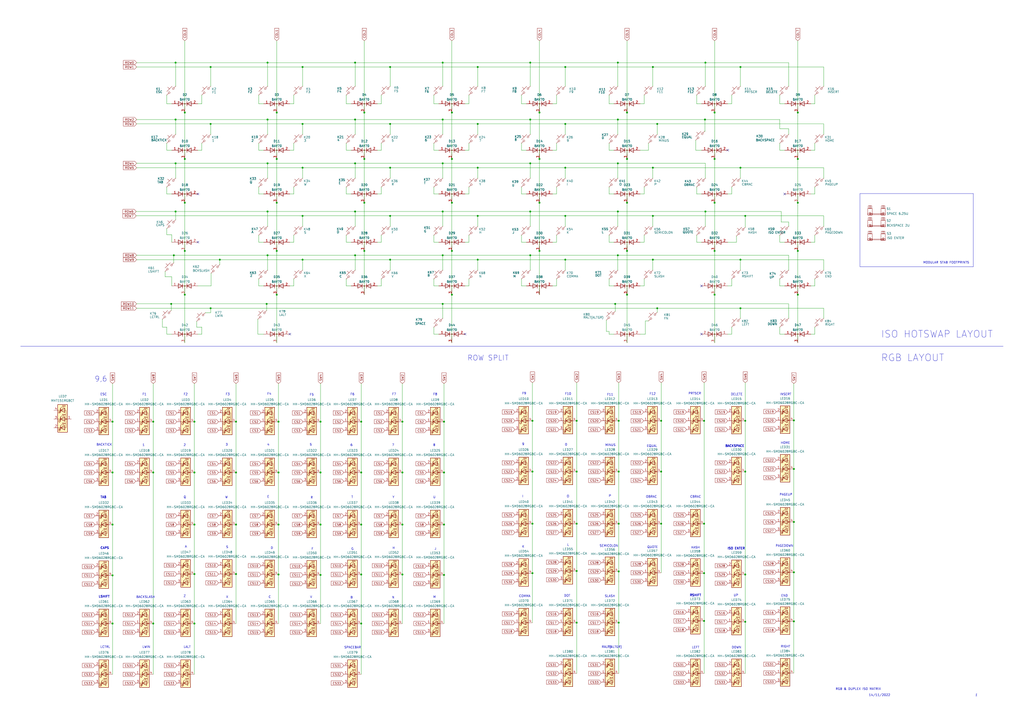
<source format=kicad_sch>
(kicad_sch (version 20230121) (generator eeschema)
  (paper "A2")
  (junction (at 107.188 65.278))
  (junction (at 308.864 332.486))
  (junction (at 277.114 97.282))
  (junction (at 155.194 69.342))
  (junction (at 211.328 117.602))
  (junction (at 363.728 92.202))
  (junction (at 205.994 148.082))
  (junction (at 363.728 117.602))
  (junction (at 233.426 304.292))
  (junction (at 233.426 274.066))
  (junction (at 460.502 331.978))
  (junction (at 277.114 71.882))
  (junction (at 88.9 274.066))
  (junction (at 161.544 244.602))
  (junction (at 429.514 38.862))
  (junction (at 308.864 273.558))
  (junction (at 160.528 92.202))
  (junction (at 257.556 333.502))
  (junction (at 65.278 361.696))
  (junction (at 408.432 332.486))
  (junction (at 257.556 244.602))
  (junction (at 277.114 150.622))
  (junction (at 226.314 97.282))
  (junction (at 409.194 36.322))
  (junction (at 307.594 36.322))
  (junction (at 334.518 331.216))
  (junction (at 429.514 178.816))
  (junction (at 100.838 148.082))
  (junction (at 205.994 94.742))
  (junction (at 460.502 272.034))
  (junction (at 358.902 361.188))
  (junction (at 358.394 36.322))
  (junction (at 101.854 122.682))
  (junction (at 175.514 150.622))
  (junction (at 378.714 38.862))
  (junction (at 307.594 94.742))
  (junction (at 358.902 331.47))
  (junction (at 327.914 150.622))
  (junction (at 226.314 150.622))
  (junction (at 233.426 244.602))
  (junction (at 432.308 244.094))
  (junction (at 312.928 145.542))
  (junction (at 65.278 333.756))
  (junction (at 462.788 117.602))
  (junction (at 429.514 150.622))
  (junction (at 101.854 94.742))
  (junction (at 363.728 170.942))
  (junction (at 136.906 244.602))
  (junction (at 101.854 36.322))
  (junction (at 358.394 122.682))
  (junction (at 136.906 304.292))
  (junction (at 308.864 303.784))
  (junction (at 175.514 38.862))
  (junction (at 414.528 145.542))
  (junction (at 256.794 122.682))
  (junction (at 356.87 176.276))
  (junction (at 256.794 69.342))
  (junction (at 211.328 65.278))
  (junction (at 308.864 244.094))
  (junction (at 414.528 65.278))
  (junction (at 65.278 274.066))
  (junction (at 462.788 65.278))
  (junction (at 334.518 273.558))
  (junction (at 262.128 92.202))
  (junction (at 209.55 333.248))
  (junction (at 211.328 145.542))
  (junction (at 358.902 273.558))
  (junction (at 65.278 244.602))
  (junction (at 327.914 97.282))
  (junction (at 460.502 360.426))
  (junction (at 112.776 332.994))
  (junction (at 378.714 150.622))
  (junction (at 409.194 122.682))
  (junction (at 185.928 244.602))
  (junction (at 209.55 361.696))
  (junction (at 307.594 122.682))
  (junction (at 262.128 170.942))
  (junction (at 378.714 97.282))
  (junction (at 127.508 150.622))
  (junction (at 432.308 125.222))
  (junction (at 161.544 333.248))
  (junction (at 209.55 244.602))
  (junction (at 185.928 304.292))
  (junction (at 408.432 244.094))
  (junction (at 462.788 92.202))
  (junction (at 205.994 36.322))
  (junction (at 312.928 117.602))
  (junction (at 262.128 65.278))
  (junction (at 160.528 117.602))
  (junction (at 277.114 38.862))
  (junction (at 277.114 125.222))
  (junction (at 226.314 125.222))
  (junction (at 160.528 65.278))
  (junction (at 211.328 92.202))
  (junction (at 107.188 92.202))
  (junction (at 307.594 69.342))
  (junction (at 175.514 97.282))
  (junction (at 334.518 244.094))
  (junction (at 378.714 125.222))
  (junction (at 88.9 244.602))
  (junction (at 107.188 117.602))
  (junction (at 161.544 274.066))
  (junction (at 154.686 176.276))
  (junction (at 175.514 71.882))
  (junction (at 185.928 274.066))
  (junction (at 383.54 273.558))
  (junction (at 256.794 36.322))
  (junction (at 383.54 244.094))
  (junction (at 462.788 170.942))
  (junction (at 112.776 361.696))
  (junction (at 226.314 38.862))
  (junction (at 257.556 304.292))
  (junction (at 175.514 125.222))
  (junction (at 429.514 97.282))
  (junction (at 256.794 94.742))
  (junction (at 363.728 145.542))
  (junction (at 414.528 92.202))
  (junction (at 185.928 333.502))
  (junction (at 432.308 333.248))
  (junction (at 312.928 65.278))
  (junction (at 327.914 125.222))
  (junction (at 414.528 117.602))
  (junction (at 161.544 304.292))
  (junction (at 136.906 332.994))
  (junction (at 460.502 243.84))
  (junction (at 383.54 303.784))
  (junction (at 358.394 148.082))
  (junction (at 209.55 274.066))
  (junction (at 381.254 178.816))
  (junction (at 358.394 69.342))
  (junction (at 233.426 333.248))
  (junction (at 112.776 244.602))
  (junction (at 312.928 92.202))
  (junction (at 256.794 148.082))
  (junction (at 262.128 145.542))
  (junction (at 155.194 122.682))
  (junction (at 65.278 304.292))
  (junction (at 408.432 303.784))
  (junction (at 358.902 244.094))
  (junction (at 205.994 122.682))
  (junction (at 122.174 71.882))
  (junction (at 160.528 170.942))
  (junction (at 363.728 65.278))
  (junction (at 432.308 273.558))
  (junction (at 160.528 145.542))
  (junction (at 256.794 176.276))
  (junction (at 205.994 69.342))
  (junction (at 408.432 360.172))
  (junction (at 334.518 303.784))
  (junction (at 408.94 69.342))
  (junction (at 155.194 94.742))
  (junction (at 462.788 145.542))
  (junction (at 112.776 274.066))
  (junction (at 381.254 71.882))
  (junction (at 262.128 117.602))
  (junction (at 334.518 361.188))
  (junction (at 327.914 71.882))
  (junction (at 307.594 148.082))
  (junction (at 155.194 148.082))
  (junction (at 101.854 69.342))
  (junction (at 99.314 176.276))
  (junction (at 136.906 274.066))
  (junction (at 358.902 303.784))
  (junction (at 209.55 304.292))
  (junction (at 432.308 360.68))
  (junction (at 257.556 274.066))
  (junction (at 112.776 304.292))
  (junction (at 122.174 178.816))
  (junction (at 226.314 71.882))
  (junction (at 155.194 36.322))
  (junction (at 107.188 145.542))
  (junction (at 460.502 302.768))
  (junction (at 88.9 361.696))
  (junction (at 122.174 38.862))
  (junction (at 358.394 94.742))
  (junction (at 327.914 38.862))
  (junction (at 414.528 170.942))
  (junction (at 107.188 170.942))
  (no_connect (at 406.908 165.862))
  (no_connect (at 114.808 140.462))
  (no_connect (at 422.148 87.122))
  (no_connect (at 114.808 112.522))
  (no_connect (at 168.148 193.802))
  (no_connect (at 269.748 193.802))
  (no_connect (at 455.168 112.522))
  (no_connect (at 406.908 193.802))
  (wire (pts (xy 209.55 274.066) (xy 209.55 304.292)))
  (wire (pts (xy 152.908 193.802) (xy 149.606 193.802)))
  (wire (pts (xy 477.774 150.622) (xy 477.774 156.718)))
  (wire (pts (xy 408.432 303.784) (xy 408.432 332.486)))
  (wire (pts (xy 161.544 222.504) (xy 161.544 244.602)))
  (wire (pts (xy 200.914 87.122) (xy 200.914 83.058)))
  (wire (pts (xy 356.108 112.522) (xy 353.314 112.522)))
  (wire (pts (xy 452.374 161.798) (xy 452.374 165.862)))
  (wire (pts (xy 112.776 222.504) (xy 112.776 244.602)))
  (wire (pts (xy 453.136 122.682) (xy 453.136 128.778)))
  (wire (pts (xy 371.348 140.462) (xy 373.634 140.462)))
  (wire (pts (xy 221.234 136.398) (xy 221.234 140.462)))
  (wire (pts (xy 150.114 55.118) (xy 150.114 60.198)))
  (wire (pts (xy 88.9 274.066) (xy 88.9 361.696)))
  (wire (pts (xy 432.308 360.68) (xy 432.308 390.652)))
  (wire (pts (xy 112.776 244.602) (xy 112.776 274.066)))
  (wire (pts (xy 168.148 165.862) (xy 170.434 165.862)))
  (wire (pts (xy 272.034 55.118) (xy 272.034 60.198)))
  (wire (pts (xy 100.838 148.082) (xy 155.194 148.082)))
  (wire (pts (xy 414.528 170.942) (xy 414.528 198.882)))
  (wire (pts (xy 96.774 87.122) (xy 96.774 83.058)))
  (wire (pts (xy 424.434 60.198) (xy 424.434 55.118)))
  (wire (pts (xy 460.502 302.768) (xy 460.502 331.978)))
  (wire (pts (xy 305.308 112.522) (xy 302.514 112.522)))
  (wire (pts (xy 414.528 23.622) (xy 414.528 65.278)))
  (wire (pts (xy 272.034 161.798) (xy 272.034 165.862)))
  (wire (pts (xy 452.374 69.342) (xy 452.374 74.676)))
  (wire (pts (xy 302.514 87.122) (xy 305.308 87.122)))
  (wire (pts (xy 200.914 140.462) (xy 203.708 140.462)))
  (wire (pts (xy 383.54 303.784) (xy 383.54 332.232)))
  (wire (pts (xy 96.774 112.522) (xy 96.774 108.458)))
  (wire (pts (xy 112.776 304.292) (xy 112.776 332.994)))
  (wire (pts (xy 254.508 140.462) (xy 251.714 140.462)))
  (wire (pts (xy 272.034 140.462) (xy 272.034 136.398)))
  (wire (pts (xy 79.248 148.082) (xy 100.838 148.082)))
  (wire (pts (xy 277.114 156.718) (xy 277.114 150.622)))
  (wire (pts (xy 408.432 332.486) (xy 408.432 360.172)))
  (wire (pts (xy 358.394 122.682) (xy 358.394 131.318)))
  (wire (pts (xy 378.714 97.282) (xy 429.514 97.282)))
  (wire (pts (xy 205.994 148.082) (xy 256.794 148.082)))
  (wire (pts (xy 99.568 160.528) (xy 99.568 165.862)))
  (wire (pts (xy 378.714 38.862) (xy 429.514 38.862)))
  (wire (pts (xy 226.314 97.282) (xy 277.114 97.282)))
  (wire (pts (xy 95.758 157.48) (xy 95.758 160.528)))
  (wire (pts (xy 175.514 38.862) (xy 226.314 38.862)))
  (wire (pts (xy 452.374 136.398) (xy 452.374 140.462)))
  (wire (pts (xy 168.148 140.462) (xy 170.434 140.462)))
  (wire (pts (xy 429.514 38.862) (xy 477.774 38.862)))
  (wire (pts (xy 233.426 222.504) (xy 233.426 244.602)))
  (wire (pts (xy 155.194 148.082) (xy 205.994 148.082)))
  (wire (pts (xy 322.834 108.458) (xy 322.834 112.522)))
  (wire (pts (xy 363.728 117.602) (xy 363.728 145.542)))
  (wire (pts (xy 185.928 274.066) (xy 185.928 304.292)))
  (wire (pts (xy 356.87 176.276) (xy 356.87 180.594)))
  (wire (pts (xy 152.908 60.198) (xy 150.114 60.198)))
  (wire (pts (xy 358.394 94.742) (xy 409.194 94.742)))
  (wire (pts (xy 203.708 87.122) (xy 200.914 87.122)))
  (wire (pts (xy 218.948 87.122) (xy 221.234 87.122)))
  (wire (pts (xy 409.194 94.742) (xy 409.194 103.378)))
  (wire (pts (xy 127.508 150.622) (xy 127.508 153.416)))
  (wire (pts (xy 460.502 360.426) (xy 460.502 390.398)))
  (wire (pts (xy 272.034 112.522) (xy 269.748 112.522)))
  (wire (pts (xy 472.694 140.462) (xy 472.694 136.398)))
  (wire (pts (xy 378.714 150.622) (xy 429.514 150.622)))
  (wire (pts (xy 112.776 274.066) (xy 112.776 304.292)))
  (wire (pts (xy 358.394 69.342) (xy 358.394 77.978)))
  (wire (pts (xy 409.194 131.318) (xy 409.194 122.682)))
  (wire (pts (xy 408.432 360.172) (xy 408.432 390.652)))
  (wire (pts (xy 185.928 244.602) (xy 185.928 274.066)))
  (wire (pts (xy 307.594 122.682) (xy 307.594 131.318)))
  (wire (pts (xy 358.394 148.082) (xy 457.454 148.082)))
  (wire (pts (xy 200.914 112.522) (xy 203.708 112.522)))
  (wire (pts (xy 262.128 145.542) (xy 262.128 170.942)))
  (wire (pts (xy 312.928 145.542) (xy 312.928 170.942)))
  (wire (pts (xy 432.308 221.996) (xy 432.308 244.094)))
  (wire (pts (xy 381.254 71.882) (xy 477.774 71.882)))
  (wire (pts (xy 470.408 193.802) (xy 472.694 193.802)))
  (wire (pts (xy 472.694 60.198) (xy 470.408 60.198)))
  (wire (pts (xy 257.556 304.292) (xy 257.556 333.502)))
  (wire (pts (xy 308.864 244.094) (xy 308.864 273.558)))
  (wire (pts (xy 257.556 244.602) (xy 257.556 274.066)))
  (wire (pts (xy 404.114 60.198) (xy 404.114 55.118)))
  (wire (pts (xy 320.548 112.522) (xy 322.834 112.522)))
  (wire (pts (xy 353.314 193.802) (xy 356.108 193.802)))
  (wire (pts (xy 160.528 117.602) (xy 160.528 145.542)))
  (wire (pts (xy 429.514 178.816) (xy 429.514 184.658)))
  (wire (pts (xy 477.774 97.282) (xy 477.774 103.378)))
  (wire (pts (xy 308.864 303.784) (xy 308.864 332.486)))
  (wire (pts (xy 358.902 303.784) (xy 358.902 331.47)))
  (wire (pts (xy 203.708 165.862) (xy 200.914 165.862)))
  (wire (pts (xy 406.908 60.198) (xy 404.114 60.198)))
  (wire (pts (xy 408.94 76.2) (xy 408.686 76.2)))
  (wire (pts (xy 262.128 117.602) (xy 262.128 145.542)))
  (wire (pts (xy 95.758 160.528) (xy 99.568 160.528)))
  (wire (pts (xy 457.454 148.082) (xy 457.454 156.718)))
  (wire (pts (xy 356.87 176.276) (xy 457.454 176.276)))
  (wire (pts (xy 277.114 38.862) (xy 327.914 38.862)))
  (wire (pts (xy 79.248 176.276) (xy 99.314 176.276)))
  (wire (pts (xy 175.514 97.282) (xy 175.514 103.378)))
  (wire (pts (xy 358.394 148.082) (xy 358.394 156.718)))
  (wire (pts (xy 409.194 36.322) (xy 409.194 50.038)))
  (wire (pts (xy 136.906 304.292) (xy 136.906 332.994)))
  (wire (pts (xy 205.994 122.682) (xy 205.994 131.318)))
  (wire (pts (xy 251.714 136.398) (xy 251.714 140.462)))
  (wire (pts (xy 381.254 71.882) (xy 381.254 77.978)))
  (wire (pts (xy 353.314 83.058) (xy 353.314 87.122)))
  (wire (pts (xy 122.174 71.882) (xy 175.514 71.882)))
  (wire (pts (xy 302.514 60.198) (xy 302.514 55.118)))
  (wire (pts (xy 205.994 69.342) (xy 256.794 69.342)))
  (wire (pts (xy 226.314 125.222) (xy 277.114 125.222)))
  (wire (pts (xy 312.928 23.622) (xy 312.928 65.278)))
  (wire (pts (xy 334.518 361.188) (xy 334.518 390.652)))
  (wire (pts (xy 408.94 69.342) (xy 452.374 69.342)))
  (wire (pts (xy 160.528 23.622) (xy 160.528 65.278)))
  (wire (pts (xy 378.714 125.222) (xy 432.308 125.222)))
  (wire (pts (xy 256.794 148.082) (xy 256.794 156.718)))
  (wire (pts (xy 79.248 36.322) (xy 101.854 36.322)))
  (wire (pts (xy 408.432 244.094) (xy 408.432 303.784)))
  (wire (pts (xy 256.794 122.682) (xy 307.594 122.682)))
  (wire (pts (xy 175.514 38.862) (xy 175.514 50.038)))
  (wire (pts (xy 155.194 148.082) (xy 155.194 156.718)))
  (wire (pts (xy 175.514 71.882) (xy 226.314 71.882)))
  (wire (pts (xy 136.906 244.602) (xy 136.906 274.066)))
  (wire (pts (xy 65.278 274.066) (xy 65.278 304.292)))
  (wire (pts (xy 277.114 97.282) (xy 277.114 103.378)))
  (wire (pts (xy 226.314 97.282) (xy 226.314 103.378)))
  (wire (pts (xy 363.728 92.202) (xy 363.728 117.602)))
  (wire (pts (xy 122.174 71.882) (xy 122.174 77.978)))
  (wire (pts (xy 99.568 87.122) (xy 96.774 87.122)))
  (wire (pts (xy 211.328 65.278) (xy 211.328 92.202)))
  (wire (pts (xy 79.248 150.622) (xy 127.508 150.622)))
  (wire (pts (xy 112.776 361.696) (xy 112.776 391.16)))
  (wire (pts (xy 452.374 165.862) (xy 455.168 165.862)))
  (wire (pts (xy 200.914 161.798) (xy 200.914 165.862)))
  (wire (pts (xy 424.434 193.802) (xy 422.148 193.802)))
  (wire (pts (xy 373.634 161.798) (xy 373.634 165.862)))
  (wire (pts (xy 101.854 94.742) (xy 155.194 94.742)))
  (wire (pts (xy 221.234 165.862) (xy 218.948 165.862)))
  (wire (pts (xy 114.808 165.862) (xy 122.428 165.862)))
  (wire (pts (xy 256.794 69.342) (xy 307.594 69.342)))
  (wire (pts (xy 302.514 136.398) (xy 302.514 140.462)))
  (wire (pts (xy 257.556 274.066) (xy 257.556 304.292)))
  (wire (pts (xy 256.794 148.082) (xy 307.594 148.082)))
  (wire (pts (xy 353.314 140.462) (xy 356.108 140.462)))
  (wire (pts (xy 211.328 117.602) (xy 211.328 145.542)))
  (wire (pts (xy 424.434 108.458) (xy 424.434 112.522)))
  (wire (pts (xy 254.508 87.122) (xy 251.714 87.122)))
  (wire (pts (xy 327.914 71.882) (xy 381.254 71.882)))
  (wire (pts (xy 170.434 55.118) (xy 170.434 60.198)))
  (wire (pts (xy 462.788 92.202) (xy 462.788 117.602)))
  (wire (pts (xy 211.328 23.622) (xy 211.328 65.278)))
  (wire (pts (xy 88.9 244.602) (xy 88.9 274.066)))
  (wire (pts (xy 272.034 108.458) (xy 272.034 112.522)))
  (wire (pts (xy 96.774 136.144) (xy 96.774 132.588)))
  (wire (pts (xy 381.254 178.816) (xy 381.254 181.102)))
  (wire (pts (xy 376.174 87.122) (xy 376.174 83.058)))
  (wire (pts (xy 383.54 221.996) (xy 383.54 244.094)))
  (wire (pts (xy 334.518 303.784) (xy 334.518 331.216)))
  (wire (pts (xy 353.314 192.278) (xy 353.314 193.802)))
  (wire (pts (xy 175.514 125.222) (xy 226.314 125.222)))
  (wire (pts (xy 353.314 60.198) (xy 353.314 55.118)))
  (wire (pts (xy 312.928 117.602) (xy 312.928 145.542)))
  (wire (pts (xy 226.314 38.862) (xy 277.114 38.862)))
  (wire (pts (xy 358.394 36.322) (xy 358.394 50.038)))
  (wire (pts (xy 96.774 193.802) (xy 99.568 193.802)))
  (wire (pts (xy 226.314 38.862) (xy 226.314 50.038)))
  (wire (pts (xy 353.314 87.122) (xy 356.108 87.122)))
  (wire (pts (xy 96.774 136.144) (xy 99.568 136.144)))
  (wire (pts (xy 175.514 125.222) (xy 175.514 131.318)))
  (wire (pts (xy 117.094 193.802) (xy 114.808 193.802)))
  (wire (pts (xy 429.514 97.282) (xy 429.514 103.378)))
  (wire (pts (xy 322.834 165.862) (xy 322.834 161.798)))
  (wire (pts (xy 302.514 140.462) (xy 305.308 140.462)))
  (wire (pts (xy 404.114 112.522) (xy 404.114 108.458)))
  (wire (pts (xy 211.328 145.542) (xy 211.328 170.942)))
  (wire (pts (xy 327.914 38.862) (xy 327.914 50.038)))
  (polyline (pts (xy 498.856 112.268) (xy 498.856 154.686)))
  (wire (pts (xy 378.714 97.282) (xy 378.714 103.378)))
  (wire (pts (xy 112.776 332.994) (xy 112.776 361.696)))
  (wire (pts (xy 472.694 87.122) (xy 472.694 83.058)))
  (wire (pts (xy 251.714 161.798) (xy 251.714 165.862)))
  (wire (pts (xy 477.774 38.862) (xy 477.774 50.038)))
  (wire (pts (xy 327.914 125.222) (xy 378.714 125.222)))
  (wire (pts (xy 381.254 178.816) (xy 429.514 178.816)))
  (wire (pts (xy 251.714 165.862) (xy 254.508 165.862)))
  (wire (pts (xy 256.794 94.742) (xy 256.794 103.378)))
  (wire (pts (xy 457.454 36.322) (xy 457.454 50.038)))
  (wire (pts (xy 320.548 165.862) (xy 322.834 165.862)))
  (wire (pts (xy 383.54 273.558) (xy 383.54 303.784)))
  (wire (pts (xy 155.194 36.322) (xy 155.194 50.038)))
  (wire (pts (xy 152.908 87.122) (xy 150.114 87.122)))
  (wire (pts (xy 327.914 38.862) (xy 378.714 38.862)))
  (wire (pts (xy 155.194 69.342) (xy 155.194 77.978)))
  (wire (pts (xy 457.454 74.676) (xy 457.454 77.978)))
  (wire (pts (xy 353.314 136.398) (xy 353.314 140.462)))
  (wire (pts (xy 79.248 71.882) (xy 122.174 71.882)))
  (wire (pts (xy 277.114 71.882) (xy 277.114 77.978)))
  (wire (pts (xy 122.174 178.816) (xy 381.254 178.816)))
  (wire (pts (xy 378.714 125.222) (xy 378.714 131.318)))
  (wire (pts (xy 373.634 165.862) (xy 371.348 165.862)))
  (wire (pts (xy 424.434 189.738) (xy 424.434 193.802)))
  (wire (pts (xy 460.502 222.504) (xy 460.502 243.84)))
  (wire (pts (xy 209.55 333.248) (xy 209.55 361.696)))
  (wire (pts (xy 79.248 178.816) (xy 122.174 178.816)))
  (wire (pts (xy 277.114 38.862) (xy 277.114 50.038)))
  (wire (pts (xy 307.594 148.082) (xy 307.594 156.718)))
  (wire (pts (xy 155.194 94.742) (xy 155.194 103.378)))
  (wire (pts (xy 205.994 94.742) (xy 205.994 103.378)))
  (wire (pts (xy 462.788 145.542) (xy 462.788 170.942)))
  (wire (pts (xy 462.788 170.942) (xy 462.788 198.882)))
  (wire (pts (xy 79.248 97.282) (xy 175.514 97.282)))
  (wire (pts (xy 88.9 361.696) (xy 88.9 391.16)))
  (wire (pts (xy 403.606 81.28) (xy 403.606 87.122)))
  (wire (pts (xy 409.194 122.682) (xy 453.136 122.682)))
  (wire (pts (xy 209.55 304.292) (xy 209.55 333.248)))
  (wire (pts (xy 414.528 145.542) (xy 414.528 170.942)))
  (wire (pts (xy 307.594 94.742) (xy 307.594 103.378)))
  (wire (pts (xy 457.454 131.318) (xy 457.454 128.778)))
  (wire (pts (xy 155.194 36.322) (xy 205.994 36.322)))
  (wire (pts (xy 308.864 332.486) (xy 308.864 361.188)))
  (wire (pts (xy 358.902 221.996) (xy 358.902 244.094)))
  (wire (pts (xy 452.374 193.802) (xy 455.168 193.802)))
  (wire (pts (xy 107.188 65.278) (xy 107.188 92.202)))
  (wire (pts (xy 373.634 60.198) (xy 373.634 55.118)))
  (wire (pts (xy 470.408 112.522) (xy 472.694 112.522)))
  (wire (pts (xy 114.046 189.738) (xy 117.094 189.738)))
  (wire (pts (xy 307.594 69.342) (xy 358.394 69.342)))
  (wire (pts (xy 205.994 36.322) (xy 256.794 36.322)))
  (wire (pts (xy 376.174 186.182) (xy 374.396 186.182)))
  (wire (pts (xy 358.394 36.322) (xy 409.194 36.322)))
  (wire (pts (xy 152.908 140.462) (xy 150.114 140.462)))
  (wire (pts (xy 378.714 38.862) (xy 378.714 50.038)))
  (wire (pts (xy 101.854 69.342) (xy 155.194 69.342)))
  (wire (pts (xy 424.434 161.798) (xy 424.434 165.862)))
  (wire (pts (xy 101.854 36.322) (xy 101.854 50.038)))
  (wire (pts (xy 155.194 94.742) (xy 205.994 94.742)))
  (polyline (pts (xy 11.938 200.914) (xy 581.914 200.914)))
  (wire (pts (xy 277.114 71.882) (xy 327.914 71.882)))
  (wire (pts (xy 185.928 333.502) (xy 185.928 361.696)))
  (wire (pts (xy 101.854 36.322) (xy 155.194 36.322)))
  (wire (pts (xy 96.774 189.738) (xy 96.774 193.802)))
  (wire (pts (xy 277.114 97.282) (xy 327.914 97.282)))
  (wire (pts (xy 422.148 140.462) (xy 427.228 140.462)))
  (wire (pts (xy 233.426 304.292) (xy 233.426 333.248)))
  (wire (pts (xy 65.278 304.292) (xy 65.278 333.756)))
  (wire (pts (xy 373.634 112.522) (xy 373.634 108.458)))
  (wire (pts (xy 175.514 97.282) (xy 226.314 97.282)))
  (wire (pts (xy 122.428 165.862) (xy 122.428 158.496)))
  (wire (pts (xy 170.434 87.122) (xy 170.434 83.058)))
  (wire (pts (xy 160.528 145.542) (xy 160.528 170.942)))
  (wire (pts (xy 429.514 38.862) (xy 429.514 50.038)))
  (wire (pts (xy 460.502 331.978) (xy 460.502 360.426)))
  (wire (pts (xy 277.114 150.622) (xy 327.914 150.622)))
  (wire (pts (xy 462.788 117.602) (xy 462.788 145.542)))
  (wire (pts (xy 78.994 125.222) (xy 175.514 125.222)))
  (wire (pts (xy 307.594 36.322) (xy 307.594 50.038)))
  (wire (pts (xy 101.854 122.682) (xy 155.194 122.682)))
  (wire (pts (xy 99.568 60.198) (xy 96.774 60.198)))
  (wire (pts (xy 353.314 161.798) (xy 353.314 165.862)))
  (wire (pts (xy 79.248 94.742) (xy 101.854 94.742)))
  (wire (pts (xy 114.046 186.436) (xy 114.046 189.738)))
  (wire (pts (xy 262.128 23.622) (xy 262.128 65.278)))
  (wire (pts (xy 308.864 273.558) (xy 308.864 303.784)))
  (wire (pts (xy 470.408 140.462) (xy 472.694 140.462)))
  (wire (pts (xy 272.034 87.122) (xy 272.034 83.058)))
  (wire (pts (xy 88.9 222.504) (xy 88.9 244.602)))
  (wire (pts (xy 358.902 331.47) (xy 358.902 361.188)))
  (wire (pts (xy 327.914 97.282) (xy 327.914 103.378)))
  (wire (pts (xy 256.794 176.276) (xy 256.794 184.658)))
  (wire (pts (xy 269.748 140.462) (xy 272.034 140.462)))
  (wire (pts (xy 272.034 165.862) (xy 269.748 165.862)))
  (wire (pts (xy 374.396 186.182) (xy 374.396 193.802)))
  (wire (pts (xy 170.434 112.522) (xy 170.434 108.458)))
  (wire (pts (xy 203.708 60.198) (xy 200.914 60.198)))
  (wire (pts (xy 149.606 193.802) (xy 149.606 185.166)))
  (wire (pts (xy 107.188 117.602) (xy 107.188 145.542)))
  (wire (pts (xy 233.426 274.066) (xy 233.426 304.292)))
  (wire (pts (xy 256.794 94.742) (xy 307.594 94.742)))
  (wire (pts (xy 353.314 165.862) (xy 356.108 165.862)))
  (wire (pts (xy 472.694 165.862) (xy 470.408 165.862)))
  (wire (pts (xy 334.518 273.558) (xy 334.518 303.784)))
  (wire (pts (xy 269.748 87.122) (xy 272.034 87.122)))
  (wire (pts (xy 79.248 38.862) (xy 122.174 38.862)))
  (wire (pts (xy 432.308 333.248) (xy 432.308 360.68)))
  (wire (pts (xy 472.694 193.802) (xy 472.694 189.738)))
  (wire (pts (xy 155.194 122.682) (xy 155.194 131.318)))
  (wire (pts (xy 307.594 69.342) (xy 307.594 77.978)))
  (wire (pts (xy 185.928 222.504) (xy 185.928 244.602)))
  (wire (pts (xy 452.374 140.462) (xy 455.168 140.462)))
  (wire (pts (xy 152.908 112.522) (xy 150.114 112.522)))
  (wire (pts (xy 358.394 94.742) (xy 358.394 103.378)))
  (wire (pts (xy 371.348 87.122) (xy 376.174 87.122)))
  (wire (pts (xy 209.55 361.696) (xy 209.55 391.16)))
  (wire (pts (xy 127.508 150.622) (xy 175.514 150.622)))
  (wire (pts (xy 160.528 92.202) (xy 160.528 117.602)))
  (wire (pts (xy 422.148 60.198) (xy 424.434 60.198)))
  (wire (pts (xy 455.168 87.122) (xy 452.374 87.122)))
  (wire (pts (xy 65.278 361.696) (xy 65.278 391.16)))
  (wire (pts (xy 160.528 170.942) (xy 160.528 198.882)))
  (wire (pts (xy 170.434 140.462) (xy 170.434 136.398)))
  (wire (pts (xy 205.994 69.342) (xy 205.994 77.978)))
  (wire (pts (xy 154.686 176.276) (xy 154.686 180.086)))
  (wire (pts (xy 101.854 94.742) (xy 101.854 103.378)))
  (wire (pts (xy 358.394 122.682) (xy 409.194 122.682)))
  (wire (pts (xy 424.434 165.862) (xy 422.148 165.862)))
  (wire (pts (xy 356.108 60.198) (xy 353.314 60.198)))
  (wire (pts (xy 150.114 87.122) (xy 150.114 83.058)))
  (wire (pts (xy 320.548 87.122) (xy 322.834 87.122)))
  (wire (pts (xy 351.79 192.278) (xy 353.314 192.278)))
  (wire (pts (xy 457.454 128.778) (xy 453.136 128.778)))
  (wire (pts (xy 404.114 140.462) (xy 404.114 136.398)))
  (wire (pts (xy 257.556 222.504) (xy 257.556 244.602)))
  (wire (pts (xy 322.834 60.198) (xy 322.834 55.118)))
  (wire (pts (xy 353.314 108.458) (xy 353.314 112.522)))
  (wire (pts (xy 226.314 150.622) (xy 277.114 150.622)))
  (wire (pts (xy 308.864 221.996) (xy 308.864 244.094)))
  (wire (pts (xy 155.194 122.682) (xy 205.994 122.682)))
  (wire (pts (xy 99.314 176.276) (xy 99.314 180.086)))
  (wire (pts (xy 414.528 65.278) (xy 414.528 92.202)))
  (wire (pts (xy 117.094 189.738) (xy 117.094 193.802)))
  (wire (pts (xy 262.128 65.278) (xy 262.128 92.202)))
  (wire (pts (xy 414.528 117.602) (xy 414.528 145.542)))
  (wire (pts (xy 327.914 150.622) (xy 378.714 150.622)))
  (wire (pts (xy 107.188 92.202) (xy 107.188 117.602)))
  (wire (pts (xy 175.514 150.622) (xy 226.314 150.622)))
  (wire (pts (xy 305.308 60.198) (xy 302.514 60.198)))
  (wire (pts (xy 320.548 140.462) (xy 322.834 140.462)))
  (wire (pts (xy 221.234 161.798) (xy 221.234 165.862)))
  (wire (pts (xy 117.094 87.122) (xy 117.094 83.058)))
  (wire (pts (xy 251.714 60.198) (xy 251.714 55.118)))
  (wire (pts (xy 226.314 125.222) (xy 226.314 131.318)))
  (wire (pts (xy 460.502 272.034) (xy 460.502 302.768)))
  (wire (pts (xy 136.906 222.504) (xy 136.906 244.602)))
  (wire (pts (xy 211.328 92.202) (xy 211.328 117.602)))
  (wire (pts (xy 100.838 148.082) (xy 100.838 152.4)))
  (wire (pts (xy 168.148 112.522) (xy 170.434 112.522)))
  (wire (pts (xy 414.528 92.202) (xy 414.528 117.602)))
  (wire (pts (xy 256.794 36.322) (xy 256.794 50.038)))
  (wire (pts (xy 200.914 60.198) (xy 200.914 55.118)))
  (wire (pts (xy 136.906 274.066) (xy 136.906 304.292)))
  (wire (pts (xy 154.686 176.276) (xy 256.794 176.276)))
  (wire (pts (xy 161.544 244.602) (xy 161.544 274.066)))
  (wire (pts (xy 99.568 112.522) (xy 96.774 112.522)))
  (wire (pts (xy 107.188 23.622) (xy 107.188 65.278)))
  (wire (pts (xy 373.634 140.462) (xy 373.634 136.398)))
  (wire (pts (xy 363.728 65.278) (xy 363.728 92.202)))
  (wire (pts (xy 256.794 36.322) (xy 307.594 36.322)))
  (wire (pts (xy 79.248 69.342) (xy 101.854 69.342)))
  (wire (pts (xy 334.518 244.094) (xy 334.518 273.558)))
  (wire (pts (xy 150.114 112.522) (xy 150.114 108.458)))
  (wire (pts (xy 477.774 178.816) (xy 477.774 184.658)))
  (polyline (pts (xy 564.642 112.268) (xy 564.642 154.686)))
  (wire (pts (xy 378.714 156.718) (xy 378.714 150.622)))
  (wire (pts (xy 302.514 165.862) (xy 305.308 165.862)))
  (wire (pts (xy 168.148 60.198) (xy 170.434 60.198)))
  (wire (pts (xy 472.694 161.798) (xy 472.694 165.862)))
  (wire (pts (xy 170.434 165.862) (xy 170.434 161.798)))
  (wire (pts (xy 136.906 332.994) (xy 136.906 361.696)))
  (wire (pts (xy 226.314 71.882) (xy 226.314 77.978)))
  (wire (pts (xy 422.148 112.522) (xy 424.434 112.522)))
  (wire (pts (xy 302.514 83.058) (xy 302.514 87.122)))
  (wire (pts (xy 452.374 189.738) (xy 452.374 193.802)))
  (wire (pts (xy 175.514 71.882) (xy 175.514 77.978)))
  (wire (pts (xy 185.928 304.292) (xy 185.928 333.502)))
  (wire (pts (xy 251.714 193.802) (xy 251.714 189.738)))
  (wire (pts (xy 150.114 140.462) (xy 150.114 136.398)))
  (wire (pts (xy 302.514 112.522) (xy 302.514 108.458)))
  (wire (pts (xy 322.834 87.122) (xy 322.834 83.058)))
  (polyline (pts (xy 498.856 112.268) (xy 564.642 112.268)))
  (wire (pts (xy 432.308 244.094) (xy 432.308 273.558)))
  (wire (pts (xy 205.994 122.682) (xy 256.794 122.682)))
  (wire (pts (xy 432.308 125.222) (xy 477.774 125.222)))
  (wire (pts (xy 209.55 222.504) (xy 209.55 244.602)))
  (wire (pts (xy 406.908 112.522) (xy 404.114 112.522)))
  (wire (pts (xy 218.948 112.522) (xy 221.234 112.522)))
  (wire (pts (xy 363.728 170.942) (xy 363.728 198.882)))
  (wire (pts (xy 371.348 112.522) (xy 373.634 112.522)))
  (wire (pts (xy 358.902 361.188) (xy 358.902 390.652)))
  (wire (pts (xy 119.126 181.356) (xy 122.174 181.356)))
  (wire (pts (xy 327.914 97.282) (xy 378.714 97.282)))
  (wire (pts (xy 457.454 176.276) (xy 457.454 184.658)))
  (wire (pts (xy 320.548 60.198) (xy 322.834 60.198)))
  (wire (pts (xy 427.228 140.462) (xy 427.228 136.906)))
  (wire (pts (xy 114.808 87.122) (xy 117.094 87.122)))
  (wire (pts (xy 99.568 140.462) (xy 99.568 136.144)))
  (wire (pts (xy 221.234 87.122) (xy 221.234 83.058)))
  (wire (pts (xy 152.908 165.862) (xy 150.114 165.862)))
  (wire (pts (xy 233.426 244.602) (xy 233.426 274.066)))
  (wire (pts (xy 358.902 244.094) (xy 358.902 273.558)))
  (wire (pts (xy 122.174 178.816) (xy 122.174 181.356)))
  (wire (pts (xy 472.694 112.522) (xy 472.694 108.458)))
  (wire (pts (xy 403.606 87.122) (xy 406.908 87.122)))
  (wire (pts (xy 205.994 94.742) (xy 256.794 94.742)))
  (wire (pts (xy 161.544 304.292) (xy 161.544 333.248)))
  (wire (pts (xy 233.426 333.248) (xy 233.426 361.696)))
  (wire (pts (xy 175.514 150.622) (xy 175.514 156.718)))
  (wire (pts (xy 363.728 145.542) (xy 363.728 170.942)))
  (wire (pts (xy 383.54 244.094) (xy 383.54 273.558)))
  (wire (pts (xy 254.508 112.522) (xy 251.714 112.522)))
  (wire (pts (xy 322.834 140.462) (xy 322.834 136.398)))
  (wire (pts (xy 251.714 112.522) (xy 251.714 108.458)))
  (wire (pts (xy 226.314 71.882) (xy 277.114 71.882)))
  (wire (pts (xy 302.514 161.798) (xy 302.514 165.862)))
  (wire (pts (xy 65.278 333.756) (xy 65.278 361.696)))
  (wire (pts (xy 221.234 60.198) (xy 221.234 55.118)))
  (wire (pts (xy 205.994 148.082) (xy 205.994 156.718)))
  (wire (pts (xy 432.308 273.558) (xy 432.308 333.248)))
  (wire (pts (xy 408.432 221.996) (xy 408.432 244.094)))
  (wire (pts (xy 363.728 23.622) (xy 363.728 65.278)))
  (wire (pts (xy 371.348 60.198) (xy 373.634 60.198)))
  (wire (pts (xy 122.174 38.862) (xy 175.514 38.862)))
  (wire (pts (xy 161.544 333.248) (xy 161.544 361.696)))
  (wire (pts (xy 429.514 178.816) (xy 477.774 178.816)))
  (wire (pts (xy 218.948 60.198) (xy 221.234 60.198)))
  (wire (pts (xy 209.55 244.602) (xy 209.55 274.066)))
  (wire (pts (xy 256.794 69.342) (xy 256.794 77.978)))
  (wire (pts (xy 218.948 140.462) (xy 221.234 140.462)))
  (wire (pts (xy 99.314 176.276) (xy 154.686 176.276)))
  (wire (pts (xy 150.114 165.862) (xy 150.114 161.798)))
  (wire (pts (xy 114.808 60.198) (xy 117.094 60.198)))
  (wire (pts (xy 254.508 193.802) (xy 251.714 193.802)))
  (wire (pts (xy 262.128 92.202) (xy 262.128 117.602)))
  (wire (pts (xy 312.928 65.278) (xy 312.928 92.202)))
  (wire (pts (xy 65.278 244.602) (xy 65.278 274.066)))
  (wire (pts (xy 65.278 244.602) (xy 65.278 222.504)))
  (polyline (pts (xy 564.642 154.686) (xy 498.856 154.686)))
  (wire (pts (xy 334.518 331.216) (xy 334.518 361.188)))
  (wire (pts (xy 272.034 60.198) (xy 269.748 60.198)))
  (wire (pts (xy 408.94 69.342) (xy 408.94 76.2)))
  (wire (pts (xy 358.394 69.342) (xy 408.94 69.342)))
  (wire (pts (xy 452.374 87.122) (xy 452.374 83.058)))
  (wire (pts (xy 307.594 36.322) (xy 358.394 36.322)))
  (wire (pts (xy 429.514 150.622) (xy 477.774 150.622)))
  (wire (pts (xy 256.794 122.682) (xy 256.794 131.318)))
  (wire (pts (xy 460.502 243.84) (xy 460.502 272.034)))
  (wire (pts (xy 262.128 170.942) (xy 262.128 198.882)))
  (wire (pts (xy 477.774 71.882) (xy 477.774 77.978)))
  (wire (pts (xy 107.188 170.942) (xy 107.188 198.882)))
  (wire (pts (xy 406.908 140.462) (xy 404.114 140.462)))
  (wire (pts (xy 251.714 87.122) (xy 251.714 83.058)))
  (wire (pts (xy 256.794 176.276) (xy 356.87 176.276)))
  (wire (pts (xy 257.556 333.502) (xy 257.556 361.696)))
  (wire (pts (xy 107.188 145.542) (xy 107.188 170.942)))
  (wire (pts (xy 307.594 148.082) (xy 358.394 148.082)))
  (wire (pts (xy 96.774 60.198) (xy 96.774 55.118)))
  (wire (pts (xy 277.114 125.222) (xy 327.914 125.222)))
  (wire (pts (xy 429.514 150.622) (xy 429.514 156.718)))
  (wire (pts (xy 462.788 65.278) (xy 462.788 92.202)))
  (wire (pts (xy 307.594 94.742) (xy 358.394 94.742)))
  (wire (pts (xy 200.914 136.398) (xy 200.914 140.462)))
  (wire (pts (xy 307.594 122.682) (xy 358.394 122.682)))
  (wire (pts (xy 254.508 60.198) (xy 251.714 60.198)))
  (wire (pts (xy 409.194 36.322) (xy 457.454 36.322)))
  (wire (pts (xy 94.234 185.166) (xy 94.234 189.738)))
  (wire (pts (xy 462.788 23.622) (xy 462.788 65.278)))
  (wire (pts (xy 358.902 273.558) (xy 358.902 303.784)))
  (wire (pts (xy 327.914 125.222) (xy 327.914 131.318)))
  (wire (pts (xy 226.314 150.622) (xy 226.314 156.718)))
  (wire (pts (xy 101.854 122.682) (xy 101.854 127.508)))
  (wire (pts (xy 221.234 108.458) (xy 221.234 112.522)))
  (wire (pts (xy 334.518 221.996) (xy 334.518 244.094)))
  (wire (pts (xy 470.408 87.122) (xy 472.694 87.122)))
  (wire (pts (xy 122.174 38.862) (xy 122.174 50.038)))
  (wire (pts (xy 432.308 125.222) (xy 432.308 131.826)))
  (wire (pts (xy 101.854 69.342) (xy 101.854 77.978)))
  (wire (pts (xy 200.914 108.458) (xy 200.914 112.522)))
  (wire (pts (xy 429.514 97.282) (xy 477.774 97.282)))
  (wire (pts (xy 155.194 69.342) (xy 205.994 69.342)))
  (wire (pts (xy 371.348 193.802) (xy 374.396 193.802)))
  (wire (pts (xy 312.928 92.202) (xy 312.928 117.602)))
  (wire (pts (xy 205.994 36.322) (xy 205.994 50.038)))
  (wire (pts (xy 117.094 60.198) (xy 117.094 55.118)))
  (wire (pts (xy 351.79 185.674) (xy 351.79 192.278)))
  (wire (pts (xy 327.914 71.882) (xy 327.914 77.978)))
  (wire (pts (xy 277.114 125.222) (xy 277.114 131.318)))
  (wire (pts (xy 78.994 122.682) (xy 101.854 122.682)))
  (wire (pts (xy 160.528 65.278) (xy 160.528 92.202)))
  (wire (pts (xy 472.694 55.118) (xy 472.694 60.198)))
  (wire (pts (xy 452.374 74.676) (xy 457.454 74.676)))
  (wire (pts (xy 94.234 189.738) (xy 96.774 189.738)))
  (wire (pts (xy 452.374 60.198) (xy 452.374 55.118)))
  (wire (pts (xy 168.148 87.122) (xy 170.434 87.122)))
  (wire (pts (xy 327.914 150.622) (xy 327.914 156.718)))
  (wire (pts (xy 455.168 60.198) (xy 452.374 60.198)))
  (wire (pts (xy 477.774 125.222) (xy 477.774 131.318)))
  (wire (pts (xy 161.544 274.066) (xy 161.544 304.292)))
  (text "F" (at 180.594 319.278 0) (effects (font (size 1.27 1.27)) (justify left bottom)))
  (text "DOWN" (at 424.434 376.428 0) (effects (font (size 1.27 1.27)) (justify left bottom)))
  (text "N" (at 227.33 347.472 0) (effects (font (size 1.27 1.27)) (justify left bottom)))
  (text "F2\n" (at 106.426 229.616 0) (effects (font (size 1.27 1.27)) (justify left bottom)))
  (text "BACKSLASH" (at 78.994 347.218 0) (effects (font (size 1.27 1.27)) (justify left bottom)))
  (text "2" (at 106.426 259.08 0) (effects (font (size 1.27 1.27)) (justify left bottom)))
  (text "H" (at 227.584 318.77 0) (effects (font (size 1.27 1.27)) (justify left bottom)))
  (text "DELETE" (at 423.926 229.616 0) (effects (font (size 1.27 1.27)) (justify left bottom)))
  (text "P" (at 353.06 288.544 0) (effects (font (size 1.27 1.27)) (justify left bottom)))
  (text "PAGEDOWN" (at 449.834 317.5 0) (effects (font (size 1.27 1.27)) (justify left bottom)))
  (text "END" (at 453.136 346.456 0) (effects (font (size 1.27 1.27)) (justify left bottom)))
  (text "ISO ENTER" (at 421.894 319.024 0) (effects (font (size 1.27 1.27) (thickness 0.254) bold) (justify left bottom)))
  (text "RGB & DUPLEX ISO MATRIX" (at 484.632 400.558 0) (effects (font (size 1.27 1.27)) (justify left bottom)))
  (text "LWIN" (at 82.55 376.174 0) (effects (font (size 1.27 1.27)) (justify left bottom)))
  (text "F9\n" (at 302.768 229.108 0) (effects (font (size 1.27 1.27)) (justify left bottom)))
  (text "6\n\n" (at 203.2 261.112 0) (effects (font (size 1.27 1.27)) (justify left bottom)))
  (text "R" (at 180.086 289.56 0) (effects (font (size 1.27 1.27)) (justify left bottom)))
  (text "CAPS" (at 58.166 318.77 0) (effects (font (size 1.27 1.27) (thickness 0.254) bold) (justify left bottom)))
  (text "I" (at 302.768 288.798 0) (effects (font (size 1.27 1.27)) (justify left bottom)))
  (text "1\n" (at 82.55 259.08 0) (effects (font (size 1.27 1.27)) (justify left bottom)))
  (text "ROW SPLIT" (at 295.148 209.55 0) (effects (font (size 3 3)) (justify right bottom)))
  (text "LCTRL" (at 58.166 376.174 0) (effects (font (size 1.27 1.27)) (justify left bottom)))
  (text "G" (at 203.708 319.278 0) (effects (font (size 1.27 1.27)) (justify left bottom)))
  (text "X" (at 131.064 347.218 0) (effects (font (size 1.27 1.27)) (justify left bottom)))
  (text "BACKTICK" (at 55.88 258.826 0) (effects (font (size 1.27 1.27)) (justify left bottom)))
  (text "RIGHT" (at 452.882 375.92 0) (effects (font (size 1.27 1.27)) (justify left bottom)))
  (text "RGB LAYOUT" (at 511.048 210.058 0) (effects (font (size 4 4)) (justify left bottom)))
  (text "MODULAR STAB FOOTPRINTS " (at 535.432 153.162 0) (effects (font (size 1.27 1.27)) (justify left bottom)))
  (text "C" (at 155.702 347.218 0) (effects (font (size 1.27 1.27)) (justify left bottom)))
  (text "L" (at 328.93 316.992 0) (effects (font (size 1.27 1.27)) (justify left bottom)))
  (text "A" (at 107.188 318.008 0) (effects (font (size 1.27 1.27)) (justify left bottom)))
  (text "OBRAC" (at 374.65 289.052 0) (effects (font (size 1.27 1.27)) (justify left bottom)))
  (text "Z" (at 106.426 346.71 0) (effects (font (size 1.27 1.27)) (justify left bottom)))
  (text "F3\n\n" (at 130.81 231.648 0) (effects (font (size 1.27 1.27)) (justify left bottom)))
  (text "PAGEUP" (at 452.12 287.782 0) (effects (font (size 1.27 1.27)) (justify left bottom)))
  (text "F12\n\n\n" (at 376.682 233.426 0) (effects (font (size 1.27 1.27)) (justify left bottom)))
  (text "F4\n" (at 154.94 229.362 0) (effects (font (size 1.27 1.27)) (justify left bottom)))
  (text "V" (at 179.832 347.218 0) (effects (font (size 1.27 1.27)) (justify left bottom)))
  (text "W" (at 130.556 289.306 0) (effects (font (size 1.27 1.27)) (justify left bottom)))
  (text "S" (at 131.064 318.262 0) (effects (font (size 1.27 1.27)) (justify left bottom)))
  (text "B" (at 203.2 347.472 0) (effects (font (size 1.27 1.27)) (justify left bottom)))
  (text "COMMA" (at 300.99 346.71 0) (effects (font (size 1.27 1.27)) (justify left bottom)))
  (text "D" (at 156.972 318.77 0) (effects (font (size 1.27 1.27)) (justify left bottom)))
  (text "HOME" (at 452.882 257.81 0) (effects (font (size 1.27 1.27)) (justify left bottom)))
  (text "ESC" (at 58.166 229.616 0) (effects (font (size 1.27 1.27)) (justify left bottom)))
  (text "F11\n\n\n\n" (at 352.044 235.966 0) (effects (font (size 1.27 1.27)) (justify left bottom)))
  (text "7\n\n" (at 227.33 261.112 0) (effects (font (size 1.27 1.27)) (justify left bottom)))
  (text "5" (at 179.578 258.826 0) (effects (font (size 1.27 1.27)) (justify left bottom)))
  (text "T" (at 203.708 289.306 0) (effects (font (size 1.27 1.27)) (justify left bottom)))
  (text "0\n\n" (at 327.66 260.858 0) (effects (font (size 1.27 1.27)) (justify left bottom)))
  (text "14/11/2022" (at 503.936 404.114 0) (effects (font (size 1.27 1.27)) (justify left bottom)))
  (text "RALT(ALTGR)" (at 348.996 376.174 0) (effects (font (size 1.27 1.27)) (justify left bottom)))
  (text "QUOTE" (at 375.412 318.262 0) (effects (font (size 1.27 1.27)) (justify left bottom)))
  (text "HASH" (at 400.812 318.516 0) (effects (font (size 1.27 1.27)) (justify left bottom)))
  (text "MINUS" (at 351.028 259.08 0) (effects (font (size 1.27 1.27)) (justify left bottom)))
  (text "BACKSPACE" (at 420.624 259.588 0) (effects (font (size 1.27 1.27) (thickness 0.254) bold) (justify left bottom)))
  (text "9\n" (at 302.768 258.572 0) (effects (font (size 1.27 1.27)) (justify left bottom)))
  (text "SLASH" (at 350.774 346.71 0) (effects (font (size 1.27 1.27)) (justify left bottom)))
  (text "LSHIFT" (at 57.15 346.964 0) (effects (font (size 1.27 1.27) (thickness 0.254) bold) (justify left bottom)))
  (text "Q" (at 106.426 289.306 0) (effects (font (size 1.27 1.27)) (justify left bottom)))
  (text "F6\n\n" (at 203.2 231.648 0) (effects (font (size 1.27 1.27)) (justify left bottom)))
  (text "M" (at 251.206 347.218 0) (effects (font (size 1.27 1.27)) (justify left bottom)))
  (text "F1" (at 82.55 229.616 0) (effects (font (size 1.27 1.27)) (justify left bottom)))
  (text "8" (at 251.206 259.08 0) (effects (font (size 1.27 1.27)) (justify left bottom)))
  (text "U" (at 251.206 289.306 0) (effects (font (size 1.27 1.27)) (justify left bottom)))
  (text "FN" (at 352.298 376.174 0) (effects (font (size 1.27 1.27)) (justify left bottom)))
  (text "Y" (at 227.584 289.306 0) (effects (font (size 1.27 1.27)) (justify left bottom)))
  (text "4" (at 154.94 258.826 0) (effects (font (size 1.27 1.27)) (justify left bottom)))
  (text "9,6" (at 54.864 221.742 0) (effects (font (size 3 3)) (justify left bottom)))
  (text "ISO HOTSWAP LAYOUT" (at 511.048 196.342 0) (effects (font (size 4 4)) (justify left bottom)))
  (text "O" (at 328.676 288.798 0) (effects (font (size 1.27 1.27)) (justify left bottom)))
  (text "TAB" (at 58.166 289.306 0) (effects (font (size 1.27 1.27) (thickness 0.254) bold) (justify left bottom)))
  (text "J" (at 251.968 319.278 0) (effects (font (size 1.27 1.27)) (justify left bottom)))
  (text "SPACEBAR" (at 199.644 376.428 0) (effects (font (size 1.27 1.27)) (justify left bottom)))
  (text "CBRAC" (at 400.304 289.052 0) (effects (font (size 1.27 1.27)) (justify left bottom)))
  (text "UP" (at 425.45 346.202 0) (effects (font (size 1.27 1.27)) (justify left bottom)))
  (text "PRTSCR\n" (at 399.288 229.108 0) (effects (font (size 1.27 1.27)) (justify left bottom)))
  (text "LALT" (at 106.426 376.174 0) (effects (font (size 1.27 1.27)) (justify left bottom)))
  (text "INSERT" (at 452.374 229.616 0) (effects (font (size 1.27 1.27)) (justify left bottom)))
  (text "F8\n" (at 251.206 229.616 0) (effects (font (size 1.27 1.27)) (justify left bottom)))
  (text "EQUAL\n" (at 375.158 259.588 0) (effects (font (size 1.27 1.27)) (justify left bottom)))
  (text "1" (at 565.658 404.114 0) (effects (font (size 1.27 1.27) italic) (justify left bottom)))
  (text "RSHIFT" (at 400.05 346.202 0) (effects (font (size 1.27 1.27) (thickness 0.254) bold) (justify left bottom)))
  (text "DOT" (at 327.152 346.456 0) (effects (font (size 1.27 1.27)) (justify left bottom)))
  (text "F5\n\n" (at 179.578 231.902 0) (effects (font (size 1.27 1.27)) (justify left bottom)))
  (text "F10\n\n" (at 327.66 231.394 0) (effects (font (size 1.27 1.27)) (justify left bottom)))
  (text "SEMICOLON" (at 347.726 317.5 0) (effects (font (size 1.27 1.27)) (justify left bottom)))
  (text "3" (at 130.81 258.826 0) (effects (font (size 1.27 1.27)) (justify left bottom)))
  (text "K" (at 302.768 318.008 0) (effects (font (size 1.27 1.27)) (justify left bottom)))
  (text "E" (at 154.94 289.052 0) (effects (font (size 1.27 1.27)) (justify left bottom)))
  (text "F7\n\n" (at 227.33 231.648 0) (effects (font (size 1.27 1.27)) (justify left bottom)))
  (text "LEFT" (at 401.32 376.428 0) (effects (font (size 1.27 1.27)) (justify left bottom)))
  (global_label "CS21" (shape input) (at 450.342 248.92 180) (property "Intersheetrefs" "${INTERSHEET_REFS}" (effects hide)))
  (global_label "CS11" (shape input) (at 126.746 332.994 180) (property "Intersheetrefs" "${INTERSHEET_REFS}" (effects hide)))
  (global_label "CS12" (shape input) (at 102.616 338.074 180) (property "Intersheetrefs" "${INTERSHEET_REFS}" (effects hide)))
  (global_label "CS15" (shape input) (at 175.768 366.776 180) (property "Intersheetrefs" "${INTERSHEET_REFS}" (effects hide)))
  (global_label "CS28" (shape input) (at 422.148 328.168 180) (property "Intersheetrefs" "${INTERSHEET_REFS}" (effects hide)))
  (global_label "CS29" (shape input) (at 422.148 333.248 180) (property "Intersheetrefs" "${INTERSHEET_REFS}" (effects hide)))
  (global_label "CS6" (shape input) (at 78.74 279.146 180) (property "Intersheetrefs" "${INTERSHEET_REFS}" (effects hide)))
  (global_label "CS16" (shape input) (at 422.148 355.6 180) (property "Intersheetrefs" "${INTERSHEET_REFS}" (effects hide)))
  (global_label "CS6" (shape input) (at 102.616 279.146 180) (property "Intersheetrefs" "${INTERSHEET_REFS}" (effects hide)))
  (global_label "CS23" (shape input) (at 450.342 272.034 180) (property "Intersheetrefs" "${INTERSHEET_REFS}" (effects hide)))
  (global_label "CS20" (shape input) (at 398.272 244.094 180) (property "Intersheetrefs" "${INTERSHEET_REFS}" (effects hide)))
  (global_label "CS6" (shape input) (at 55.118 279.146 180) (property "Intersheetrefs" "${INTERSHEET_REFS}" (effects hide)))
  (global_label "CS31" (shape input) (at 324.358 385.572 180) (property "Intersheetrefs" "${INTERSHEET_REFS}" (effects hide)))
  (global_label "CS17" (shape input) (at 348.742 361.188 180) (property "Intersheetrefs" "${INTERSHEET_REFS}" (effects hide)))
  (global_label "SW7" (shape input) (at 460.502 222.504 90) (property "Intersheetrefs" "${INTERSHEET_REFS}" (effects hide)))
  (global_label "CS9" (shape input) (at 223.266 309.372 180) (property "Intersheetrefs" "${INTERSHEET_REFS}" (effects hide)))
  (global_label "CS21" (shape input) (at 373.38 249.174 180) (property "Intersheetrefs" "${INTERSHEET_REFS}" (effects hide)))
  (global_label "CS19" (shape input) (at 348.742 239.014 180) (property "Intersheetrefs" "${INTERSHEET_REFS}" (effects hide)))
  (global_label "CS32" (shape input) (at 422.148 390.652 180) (property "Intersheetrefs" "${INTERSHEET_REFS}" (effects hide)))
  (global_label "CS17" (shape input) (at 398.272 360.172 180) (property "Intersheetrefs" "${INTERSHEET_REFS}" (effects hide)))
  (global_label "CS7" (shape input) (at 126.746 299.212 180) (property "Intersheetrefs" "${INTERSHEET_REFS}" (effects hide)))
  (global_label "CS27" (shape input) (at 348.742 308.864 180) (property "Intersheetrefs" "${INTERSHEET_REFS}" (effects hide)))
  (global_label "CS24" (shape input) (at 324.358 278.638 180) (property "Intersheetrefs" "${INTERSHEET_REFS}" (effects hide)))
  (global_label "CS27" (shape input) (at 298.704 308.864 180) (property "Intersheetrefs" "${INTERSHEET_REFS}" (effects hide)))
  (global_label "SW4" (shape input) (at 185.928 222.504 90) (property "Intersheetrefs" "${INTERSHEET_REFS}" (effects hide)))
  (global_label "CS6" (shape input) (at 126.746 279.146 180) (property "Intersheetrefs" "${INTERSHEET_REFS}" (effects hide)))
  (global_label "CS12" (shape input) (at 55.118 338.836 180) (property "Intersheetrefs" "${INTERSHEET_REFS}" (effects hide)))
  (global_label "CS23" (shape input) (at 422.148 273.558 180) (property "Intersheetrefs" "${INTERSHEET_REFS}" (effects hide)))
  (global_label "CS22" (shape input) (at 450.342 266.954 180) (property "Intersheetrefs" "${INTERSHEET_REFS}" (effects hide)))
  (global_label "CS27" (shape input) (at 450.342 307.848 180) (property "Intersheetrefs" "${INTERSHEET_REFS}" (effects hide)))
  (global_label "CS8" (shape input) (at 247.396 304.292 180) (property "Intersheetrefs" "${INTERSHEET_REFS}" (effects hide)))
  (global_label "CS5" (shape input) (at 199.39 274.066 180) (property "Intersheetrefs" "${INTERSHEET_REFS}" (effects hide)))
  (global_label "CS14" (shape input) (at 126.746 361.696 180) (property "Intersheetrefs" "${INTERSHEET_REFS}" (effects hide)))
  (global_label "CS9" (shape input) (at 55.118 309.372 180) (property "Intersheetrefs" "${INTERSHEET_REFS}" (effects hide)))
  (global_label "CS29" (shape input) (at 450.342 331.978 180) (property "Intersheetrefs" "${INTERSHEET_REFS}" (effects hide)))
  (global_label "CS29" (shape input) (at 298.704 332.486 180) (property "Intersheetrefs" "${INTERSHEET_REFS}" (effects hide)))
  (global_label "CS2" (shape input) (at 151.384 244.602 180) (property "Intersheetrefs" "${INTERSHEET_REFS}" (effects hide)))
  (global_label "CS4" (shape input) (at 223.266 268.986 180) (property "Intersheetrefs" "${INTERSHEET_REFS}" (effects hide)))
  (global_label "CS26" (shape input) (at 298.704 303.784 180) (property "Intersheetrefs" "${INTERSHEET_REFS}" (effects hide)))
  (global_label "CS11" (shape input) (at 247.396 333.502 180) (property "Intersheetrefs" "${INTERSHEET_REFS}" (effects hide)))
  (global_label "CS5" (shape input) (at 55.118 274.066 180) (property "Intersheetrefs" "${INTERSHEET_REFS}" (effects hide)))
  (global_label "CS5" (shape input) (at 247.396 274.066 180) (property "Intersheetrefs" "${INTERSHEET_REFS}" (effects hide)))
  (global_label "CS30" (shape input) (at 422.148 338.328 180) (property "Intersheetrefs" "${INTERSHEET_REFS}" (effects hide)))
  (global_label "ROW9" (shape input) (at 79.248 150.622 180) (property "Intersheetrefs" "${INTERSHEET_REFS}" (effects hide)))
  (global_label "CS10" (shape input) (at 199.39 328.168 180) (property "Intersheetrefs" "${INTERSHEET_REFS}" (effects hide)))
  (global_label "SW3" (shape input) (at 209.55 222.504 90) (property "Intersheetrefs" "${INTERSHEET_REFS}" (effects hide)))
  (global_label "CS23" (shape input) (at 373.38 273.558 180) (property "Intersheetrefs" "${INTERSHEET_REFS}" (effects hide)))
  (global_label "CS11" (shape input) (at 223.266 333.248 180) (property "Intersheetrefs" "${INTERSHEET_REFS}" (effects hide)))
  (global_label "CS28" (shape input) (at 348.742 326.39 180) (property "Intersheetrefs" "${INTERSHEET_REFS}" (effects hide)))
  (global_label "CS4" (shape input) (at 126.746 268.986 180) (property "Intersheetrefs" "${INTERSHEET_REFS}" (effects hide)))
  (global_label "CS30" (shape input) (at 324.358 336.296 180) (property "Intersheetrefs" "${INTERSHEET_REFS}" (effects hide)))
  (global_label "CS33" (shape input) (at 55.118 396.24 180) (property "Intersheetrefs" "${INTERSHEET_REFS}" (effects hide)))
  (global_label "CS6" (shape input) (at 151.384 279.146 180) (property "Intersheetrefs" "${INTERSHEET_REFS}" (effects hide)))
  (global_label "COL7" (shape input) (at 462.788 23.622 90) (property "Intersheetrefs" "${INTERSHEET_REFS}" (effects hide)))
  (global_label "COL5" (shape input) (at 363.728 23.622 90) (property "Intersheetrefs" "${INTERSHEET_REFS}" (effects hide)))
  (global_label "CS17" (shape input) (at 324.358 361.188 180) (property "Intersheetrefs" "${INTERSHEET_REFS}" (effects hide)))
  (global_label "CS12" (shape input) (at 223.266 338.328 180) (property "Intersheetrefs" "${INTERSHEET_REFS}" (effects hide)))
  (global_label "CS1" (shape input) (at 102.616 239.522 180) (property "Intersheetrefs" "${INTERSHEET_REFS}" (effects hide)))
  (global_label "CS29" (shape input) (at 373.38 332.232 180) (property "Intersheetrefs" "${INTERSHEET_REFS}" (effects hide)))
  (global_label "CS30" (shape input) (at 348.742 336.55 180) (property "Intersheetrefs" "${INTERSHEET_REFS}" (effects hide)))
  (global_label "ROW0" (shape input) (at 79.248 36.322 180) (property "Intersheetrefs" "${INTERSHEET_REFS}" (effects hide)))
  (global_label "CS24" (shape input) (at 348.742 278.638 180) (property "Intersheetrefs" "${INTERSHEET_REFS}" (effects hide)))
  (global_label "CS13" (shape input) (at 78.74 356.616 180) (property "Intersheetrefs" "${INTERSHEET_REFS}" (effects hide)))
  (global_label "CS6" (shape input) (at 175.768 279.146 180) (property "Intersheetrefs" "${INTERSHEET_REFS}" (effects hide)))
  (global_label "CS8" (shape input) (at 102.616 304.292 180) (property "Intersheetrefs" "${INTERSHEET_REFS}" (effects hide)))
  (global_label "ROW4" (shape input) (at 79.248 94.742 180) (property "Intersheetrefs" "${INTERSHEET_REFS}" (effects hide)))
  (global_label "CS22" (shape input) (at 324.358 268.478 180) (property "Intersheetrefs" "${INTERSHEET_REFS}" (effects hide)))
  (global_label "CS18" (shape input) (at 450.342 365.506 180) (property "Intersheetrefs" "${INTERSHEET_REFS}" (effects hide)))
  (global_label "CS3" (shape input) (at 247.396 249.682 180) (property "Intersheetrefs" "${INTERSHEET_REFS}" (effects hide)))
  (global_label "CS6" (shape input) (at 199.39 279.146 180) (property "Intersheetrefs" "${INTERSHEET_REFS}" (effects hide)))
  (global_label "CS5" (shape input) (at 151.384 274.066 180) (property "Intersheetrefs" "${INTERSHEET_REFS}" (effects hide)))
  (global_label "CS26" (shape input) (at 450.342 302.768 180) (property "Intersheetrefs" "${INTERSHEET_REFS}" (effects hide)))
  (global_label "CS10" (shape input) (at 126.746 327.914 180) (property "Intersheetrefs" "${INTERSHEET_REFS}" (effects hide)))
  (global_label "SW6" (shape input) (at 432.308 221.996 90) (property "Intersheetrefs" "${INTERSHEET_REFS}" (effects hide)))
  (global_label "CS15" (shape input) (at 102.616 366.776 180) (property "Intersheetrefs" "${INTERSHEET_REFS}" (effects hide)))
  (global_label "CS13" (shape input) (at 199.39 356.616 180) (property "Intersheetrefs" "${INTERSHEET_REFS}" (effects hide)))
  (global_label "CS9" (shape input) (at 247.396 309.372 180) (property "Intersheetrefs" "${INTERSHEET_REFS}" (effects hide)))
  (global_label "CS14" (shape input) (at 78.74 361.696 180) (property "Intersheetrefs" "${INTERSHEET_REFS}" (effects hide)))
  (global_label "CS2" (shape input) (at 126.746 244.602 180) (property "Intersheetrefs" "${INTERSHEET_REFS}" (effects hide)))
  (global_label "CS10" (shape input) (at 223.266 328.168 180) (property "Intersheetrefs" "${INTERSHEET_REFS}" (effects hide)))
  (global_label "CS32" (shape input) (at 450.342 390.398 180) (property "Intersheetrefs" "${INTERSHEET_REFS}" (effects hide)))
  (global_label "CS1" (shape input) (at 199.39 239.522 180) (property "Intersheetrefs" "${INTERSHEET_REFS}" (effects hide)))
  (global_label "CS28" (shape input) (at 373.38 327.152 180) (property "Intersheetrefs" "${INTERSHEET_REFS}" (effects hide)))
  (global_label "COL4" (shape input) (at 312.928 23.622 90) (property "Intersheetrefs" "${INTERSHEET_REFS}" (effects hide)))
  (global_label "CS6" (shape input) (at 247.396 279.146 180) (property "Intersheetrefs" "${INTERSHEET_REFS}" (effects hide)))
  (global_label "CS7" (shape input) (at 102.616 299.212 180) (property "Intersheetrefs" "${INTERSHEET_REFS}" (effects hide)))
  (global_label "CS2" (shape input) (at 199.39 244.602 180) (property "Intersheetrefs" "${INTERSHEET_REFS}" (effects hide)))
  (global_label "CS21" (shape input) (at 422.148 249.174 180) (property "Intersheetrefs" "${INTERSHEET_REFS}" (effects hide)))
  (global_label "CS15" (shape input) (at 78.74 366.776 180) (property "Intersheetrefs" "${INTERSHEET_REFS}" (effects hide)))
  (global_label "CS5" (shape input) (at 102.616 274.066 180) (property "Intersheetrefs" "${INTERSHEET_REFS}" (effects hide)))
  (global_label "CS28" (shape input) (at 398.272 327.406 180) (property "Intersheetrefs" "${INTERSHEET_REFS}" (effects hide)))
  (global_label "CS27" (shape input) (at 373.38 308.864 180) (property "Intersheetrefs" "${INTERSHEET_REFS}" (effects hide)))
  (global_label "CS4" (shape input) (at 247.396 268.986 180) (property "Intersheetrefs" "${INTERSHEET_REFS}" (effects hide)))
  (global_label "CS8" (shape input) (at 55.118 304.292 180) (property "Intersheetrefs" "${INTERSHEET_REFS}" (effects hide)))
  (global_label "COL3" (shape input) (at 262.128 23.622 90) (property "Intersheetrefs" "${INTERSHEET_REFS}" (effects hide)))
  (global_label "CS14" (shape input) (at 247.396 361.696 180) (property "Intersheetrefs" "${INTERSHEET_REFS}" (effects hide)))
  (global_label "CS10" (shape input) (at 55.118 328.676 180) (property "Intersheetrefs" "${INTERSHEET_REFS}" (effects hide)))
  (global_label "CS16" (shape input) (at 298.704 356.108 180) (property "Intersheetrefs" "${INTERSHEET_REFS}" (effects hide)))
  (global_label "ROW10" (shape input) (at 79.248 176.276 180) (property "Intersheetrefs" "${INTERSHEET_REFS}" (effects hide)))
  (global_label "CS7" (shape input) (at 151.384 299.212 180) (property "Intersheetrefs" "${INTERSHEET_REFS}" (effects hide)))
  (global_label "CS17" (shape input) (at 298.704 361.188 180) (property "Intersheetrefs" "${INTERSHEET_REFS}" (effects hide)))
  (global_label "ROW8" (shape input) (at 79.248 148.082 180) (property "Intersheetrefs" "${INTERSHEET_REFS}" (effects hide)))
  (global_label "CS33" (shape input) (at 78.74 396.24 180) (property "Intersheetrefs" "${INTERSHEET_REFS}" (effects hide)))
  (global_label "CS13" (shape input) (at 175.768 356.616 180) (property "Intersheetrefs" "${INTERSHEET_REFS}" (effects hide)))
  (global_label "CS4" (shape input) (at 151.384 268.986 180) (property "Intersheetrefs" "${INTERSHEET_REFS}" (effects hide)))
  (global_label "CS25" (shape input) (at 324.358 298.704 180) (property "Intersheetrefs" "${INTERSHEET_REFS}" (effects hide)))
  (global_label "SW2" (shape input) (at 334.518 221.996 90) (property "Intersheetrefs" "${INTERSHEET_REFS}" (effects hide)))
  (global_label "CS22" (shape input) (at 298.704 268.478 180) (property "Intersheetrefs" "${INTERSHEET_REFS}" (effects hide)))
  (global_label "SW2" (shape input) (at 233.426 222.504 90) (property "Intersheetrefs" "${INTERSHEET_REFS}" (effects hide)))
  (global_label "CS22" (shape input) (at 422.148 268.478 180) (property "Intersheetrefs" "${INTERSHEET_REFS}" (effects hide)))
  (global_label "ROW11" (shape input) (at 79.248 178.816 180) (property "Intersheetrefs" "${INTERSHEET_REFS}" (effects hide)))
  (global_label "CS30" (shape input) (at 398.272 337.566 180) (property "Intersheetrefs" "${INTERSHEET_REFS}" (effects hide)))
  (global_label "CS31" (shape input) (at 199.39 386.08 180) (property "Intersheetrefs" "${INTERSHEET_REFS}" (effects hide)))
  (global_label "CS2" (shape input) (at 78.74 244.602 180) (property "Intersheetrefs" "${INTERSHEET_REFS}" (effects hide)))
  (global_label "CS7" (shape input) (at 175.768 299.212 180) (property "Intersheetrefs" "${INTERSHEET_REFS}" (effects hide)))
  (global_label "CS14" (shape input) (at 175.768 361.696 180) (property "Intersheetrefs" "${INTERSHEET_REFS}" (effects hide)))
  (global_label "SW9" (shape input) (at 65.278 222.504 90) (property "Intersheetrefs" "${INTERSHEET_REFS}" (effects hide)))
  (global_label "CS20" (shape input) (at 298.704 244.094 180) (property "Intersheetrefs" "${INTERSHEET_REFS}" (effects hide)))
  (global_label "CS14" (shape input) (at 55.118 361.696 180) (property "Intersheetrefs" "${INTERSHEET_REFS}" (effects hide)))
  (global_label "COL2" (shape input) (at 211.328 23.622 90) (property "Intersheetrefs" "${INTERSHEET_REFS}" (effects hide)))
  (global_label "CS26" (shape input) (at 373.38 303.784 180) (property "Intersheetrefs" "${INTERSHEET_REFS}" (effects hide)))
  (global_label "CS19" (shape input) (at 298.704 239.014 180) (property "Intersheetrefs" "${INTERSHEET_REFS}" (effects hide)))
  (global_label "CS5" (shape input) (at 223.266 274.066 180) (property "Intersheetrefs" "${INTERSHEET_REFS}" (effects hide)))
  (global_label "CS2" (shape input) (at 55.118 244.602 180) (property "Intersheetrefs" "${INTERSHEET_REFS}" (effects hide)))
  (global_label "CS3" (shape input) (at 199.39 249.682 180) (property "Intersheetrefs" "${INTERSHEET_REFS}" (effects hide)))
  (global_label "CS19" (shape input) (at 450.342 238.76 180) (property "Intersheetrefs" "${INTERSHEET_REFS}" (effects hide)))
  (global_label "CS11" (shape input) (at 175.768 333.502 180) (property "Intersheetrefs" "${INTERSHEET_REFS}" (effects hide)))
  (global_label "ROW3" (shape input) (at 79.248 71.882 180) (property "Intersheetrefs" "${INTERSHEET_REFS}" (effects hide)))
  (global_label "CS14" (shape input) (at 102.616 361.696 180) (property "Intersheetrefs" "${INTERSHEET_REFS}" (effects hide)))
  (global_label "CS8" (shape input) (at 151.384 304.292 180) (property "Intersheetrefs" "${INTERSHEET_REFS}" (effects hide)))
  (global_label "CS3" (shape input) (at 126.746 249.682 180) (property "Intersheetrefs" "${INTERSHEET_REFS}" (effects hide)))
  (global_label "CS32" (shape input) (at 199.39 391.16 180) (property "Intersheetrefs" "${INTERSHEET_REFS}" (effects hide)))
  (global_label "CS22" (shape input) (at 348.742 268.478 180) (property "Intersheetrefs" "${INTERSHEET_REFS}" (effects hide)))
  (global_label "CS21" (shape input) (at 398.272 249.174 180) (property "Intersheetrefs" "${INTERSHEET_REFS}" (effects hide)))
  (global_label "CS13" (shape input) (at 126.746 356.616 180) (property "Intersheetrefs" "${INTERSHEET_REFS}" (effects hide)))
  (global_label "CS21" (shape input) (at 324.358 249.174 180) (property "Intersheetrefs" "${INTERSHEET_REFS}" (effects hide)))
  (global_label "CS32" (shape input) (at 55.118 391.16 180) (property "Intersheetrefs" "${INTERSHEET_REFS}" (effects hide)))
  (global_label "CS19" (shape input) (at 373.38 239.014 180) (property "Intersheetrefs" "${INTERSHEET_REFS}" (effects hide)))
  (global_label "CS10" (shape input) (at 247.396 328.422 180) (property "Intersheetrefs" "${INTERSHEET_REFS}" (effects hide)))
  (global_label "CS18" (shape input) (at 298.704 366.268 180) (property "Intersheetrefs" "${INTERSHEET_REFS}" (effects hide)))
  (global_label "CS27" (shape input) (at 324.358 308.864 180) (property "Intersheetrefs" "${INTERSHEET_REFS}" (effects hide)))
  (global_label "CS21" (shape input) (at 298.704 249.174 180) (property "Intersheetrefs" "${INTERSHEET_REFS}" (effects hide)))
  (global_label "CS26" (shape input) (at 348.742 303.784 180) (property "Intersheetrefs" "${INTERSHEET_REFS}" (effects hide)))
  (global_label "CS1" (shape input) (at 175.768 239.522 180) (property "Intersheetrefs" "${INTERSHEET_REFS}" (effects hide)))
  (global_label "CS19" (shape input) (at 324.358 239.014 180) (property "Intersheetrefs" "${INTERSHEET_REFS}" (effects hide)))
  (global_label "CS24" (shape input) (at 373.38 278.638 180) (property "Intersheetrefs" "${INTERSHEET_REFS}" (effects hide)))
  (global_label "CS5" (shape input) (at 126.746 274.066 180) (property "Intersheetrefs" "${INTERSHEET_REFS}" (effects hide)))
  (global_label "CS1" (shape input) (at 223.266 239.522 180) (property "Intersheetrefs" "${INTERSHEET_REFS}" (effects hide)))
  (global_label "CS32" (shape input) (at 324.358 390.652 180) (property "Intersheetrefs" "${INTERSHEET_REFS}" (effects hide)))
  (global_label "CS4" (shape input) (at 78.74 268.986 180) (property "Intersheetrefs" "${INTERSHEET_REFS}" (effects hide)))
  (global_label "CS10" (shape input) (at 151.384 328.168 180) (property "Intersheetrefs" "${INTERSHEET_REFS}" (effects hide)))
  (global_label "CS32" (shape input) (at 348.742 390.652 180) (property "Intersheetrefs" "${INTERSHEET_REFS}" (effects hide)))
  (global_label "CS16" (shape input) (at 398.272 355.092 180) (property "Intersheetrefs" "${INTERSHEET_REFS}" (effects hide)))
  (global_label "CS11" (shape input) (at 199.39 333.248 180) (property "Intersheetrefs" "${INTERSHEET_REFS}" (effects hide)))
  (global_label "CS27" (shape input) (at 398.272 308.864 180) (property "Intersheetrefs" "${INTERSHEET_REFS}" (effects hide)))
  (global_label "CS17" (shape input) (at 450.342 360.426 180) (property "Intersheetrefs" "${INTERSHEET_REFS}" (effects hide)))
  (global_label "CS13" (shape input) (at 55.118 356.616 180) (property "Intersheetrefs" "${INTERSHEET_REFS}" (effects hide)))
  (global_label "ROW1" (shape input) (at 79.248 38.862 180) (property "Intersheetrefs" "${INTERSHEET_REFS}" (effects hide)))
  (global_label "CS20" (shape input) (at 450.342 243.84 180) (property "Intersheetrefs" "${INTERSHEET_REFS}" (effects hide)))
  (global_label "CS4" (shape input) (at 102.616 268.986 180) (property "Intersheetrefs" "${INTERSHEET_REFS}" (effects hide)))
  (global_label "CS30" (shape input) (at 298.704 337.566 180) (property "Intersheetrefs" "${INTERSHEET_REFS}" (effects hide)))
  (global_label "CS12" (shape input) (at 247.396 338.582 180) (property "Intersheetrefs" "${INTERSHEET_REFS}" (effects hide)))
  (global_label "CS29" (shape input) (at 348.742 331.47 180) (property "Intersheetrefs" "${INTERSHEET_REFS}" (effects hide)))
  (global_label "CS19" (shape input) (at 422.148 239.014 180) (property "Intersheetrefs" "${INTERSHEET_REFS}" (effects hide)))
  (global_label "CS2" (shape input) (at 223.266 244.602 180) (property "Intersheetrefs" "${INTERSHEET_REFS}" (effects hide)))
  (global_label "CS7" (shape input) (at 55.118 299.212 180) (property "Intersheetrefs" "${INTERSHEET_REFS}" (effects hide)))
  (global_label "CS9" (shape input) (at 126.746 309.372 180) (property "Intersheetrefs" "${INTERSHEET_REFS}" (effects hide)))
  (global_label "CS18" (shape input) (at 398.272 365.252 180) (property "Intersheetrefs" "${INTERSHEET_REFS}" (effects hide)))
  (global_label "CS15" (shape input) (at 247.396 366.776 180) (property "Intersheetrefs" "${INTERSHEET_REFS}" (effects hide)))
  (global_label "CS10" (shape input) (at 102.616 327.914 180) (property "Intersheetrefs" "${INTERSHEET_REFS}" (effects hide)))
  (global_label "CS24" (shape input) (at 422.148 278.638 180) (property "Intersheetrefs" "${INTERSHEET_REFS}" (effects hide)))
  (global_label "CS32" (shape input) (at 398.272 390.652 180) (property "Intersheetrefs" "${INTERSHEET_REFS}" (effects hide)))
  (global_label "CS1" (shape input) (at 55.118 239.522 180) (property "Intersheetrefs" "${INTERSHEET_REFS}" (effects hide)))
  (global_label "CS25" (shape input) (at 450.342 297.688 180) (property "Intersheetrefs" "${INTERSHEET_REFS}" (effects hide)))
  (global_label "CS16" (shape input) (at 324.358 356.108 180) (property "Intersheetrefs" "${INTERSHEET_REFS}" (effects hide)))
  (global_label "CS17" (shape input) (at 422.148 360.68 180) (property "Intersheetrefs" "${INTERSHEET_REFS}" (effects hide)))
  (global_label "CS3" (shape input) (at 55.118 249.682 180) (property "Intersheetrefs" "${INTERSHEET_REFS}" (effects hide)))
  (global_label "CS8" (shape input) (at 175.768 304.292 180) (property "Intersheetrefs" "${INTERSHEET_REFS}" (effects hide)))
  (global_label "SW6" (shape input) (at 136.906 222.504 90) (property "Intersheetrefs" "${INTERSHEET_REFS}" (effects hide)))
  (global_label "CS14" (shape input) (at 199.39 361.696 180) (property "Intersheetrefs" "${INTERSHEET_REFS}" (effects hide)))
  (global_label "CS1" (shape input) (at 247.396 239.522 180) (property "Intersheetrefs" "${INTERSHEET_REFS}" (effects hide)))
  (global_label "CS31" (shape input) (at 422.148 385.572 180) (property "Intersheetrefs" "${INTERSHEET_REFS}" (effects hide)))
  (global_label "CS12" (shape input) (at 126.746 338.074 180) (property "Intersheetrefs" "${INTERSHEET_REFS}" (effects hide)))
  (global_label "CS18" (shape input) (at 422.148 365.76 180) (property "Intersheetrefs" "${INTERSHEET_REFS}" (effects hide)))
  (global_label "CS3" (shape input) (at 78.74 249.682 180) (property "Intersheetrefs" "${INTERSHEET_REFS}" (effects hide)))
  (global_label "CS5" (shape input) (at 175.768 274.066 180) (property "Intersheetrefs" "${INTERSHEET_REFS}" (effects hide)))
  (global_label "CS25" (shape input) (at 373.38 298.704 180) (property "Intersheetrefs" "${INTERSHEET_REFS}" (effects hide)))
  (global_label "CS21" (shape input) (at 348.742 249.174 180) (property "Intersheetrefs" "${INTERSHEET_REFS}" (effects hide)))
  (global_label "CS7" (shape input) (at 247.396 299.212 180) (property "Intersheetrefs" "${INTERSHEET_REFS}" (effects hide)))
  (global_label "CS32" (shape input) (at 102.616 391.16 180) (property "Intersheetrefs" "${INTERSHEET_REFS}" (effects hide)))
  (global_label "CS33" (shape input) (at 398.272 395.732 180) (property "Intersheetrefs" "${INTERSHEET_REFS}" (effects hide)))
  (global_label "CS6" (shape input) (at 223.266 279.146 180) (property "Intersheetrefs" "${INTERSHEET_REFS}" (effects hide)))
  (global_label "CS31" (shape input) (at 348.742 385.572 180) (property "Intersheetrefs" "${INTERSHEET_REFS}" (effects hide)))
  (global_label "SW3" (shape input) (at 358.902 221.996 90) (property "Intersheetrefs" "${INTERSHEET_REFS}" (effects hide)))
  (global_label "CS33" (shape input) (at 324.358 395.732 180) (property "Intersheetrefs" "${INTERSHEET_REFS}" (effects hide)))
  (global_label "ROW2" (shape input) (at 79.248 69.342 180) (property "Intersheetrefs" "${INTERSHEET_REFS}" (effects hide)))
  (global_label "CS7" (shape input) (at 199.39 299.212 180) (property "Intersheetrefs" "${INTERSHEET_REFS}" (effects hide)))
  (global_label "CS30" (shape input) (at 450.342 337.058 180) (property "Intersheetrefs" "${INTERSHEET_REFS}" (effects hide)))
  (global_label "CS2" (shape input) (at 247.396 244.602 180) (property "Intersheetrefs" "${INTERSHEET_REFS}" (effects hide)))
  (global_label "CS4" (shape input) (at 199.39 268.986 180) (property "Intersheetrefs" "${INTERSHEET_REFS}" (effects hide)))
  (global_label "CS14" (shape input) (at 151.384 361.696 180) (property "Intersheetrefs" "${INTERSHEET_REFS}" (effects hide)))
  (global_label "SW8" (shape input) (at 88.9 222.504 90) (property "Intersheetrefs" "${INTERSHEET_REFS}" (effects hide)))
  (global_label "CS33" (shape input) (at 450.342 395.478 180) (property "Intersheetrefs" "${INTERSHEET_REFS}" (effects hide)))
  (global_label "CS19" (shape input) (at 398.272 239.014 180) (property "Intersheetrefs" "${INTERSHEET_REFS}" (effects hide)))
  (global_label "CS31" (shape input) (at 450.342 385.318 180) (property "Intersheetrefs" "${INTERSHEET_REFS}" (effects hide)))
  (global_label "SW7" (shape input) (at 112.776 222.504 90) (property "Intersheetrefs" "${INTERSHEET_REFS}" (effects hide)))
  (global_label "CS20" (shape input) (at 373.38 244.094 180) (property "Intersheetrefs" "${INTERSHEET_REFS}" (effects hide)))
  (global_label "CS11" (shape input) (at 55.118 333.756 180) (property "Intersheetrefs" "${INTERSHEET_REFS}" (effects hide)))
  (global_label "CS9" (shape input) (at 102.616 309.372 180) (property "Intersheetrefs" "${INTERSHEET_REFS}" (effects hide)))
  (global_label "SW4" (shape input) (at 383.54 221.996 90) (property "Intersheetrefs" "${INTERSHEET_REFS}" (effects hide)))
  (global_label "CS2" (shape input) (at 102.616 244.602 180) (property "Intersheetrefs" "${INTERSHEET_REFS}" (effects hide)))
  (global_label "CS29" (shape input) (at 324.358 331.216 180) (property "Intersheetrefs" "${INTERSHEET_REFS}" (effects hide)))
  (global_label "CS33" (shape input) (at 422.148 395.732 180) (property "Intersheetrefs" "${INTERSHEET_REFS}" (effects hide)))
  (global_label "CS16" (shape input) (at 450.342 355.346 180) (property "Intersheetrefs" "${INTERSHEET_REFS}" (effects hide)))
  (global_label "CS33" (shape input) (at 348.742 395.732 180) (property "Intersheetrefs" "${INTERSHEET_REFS}" (effects hide)))
  (global_label "CS26" (shape input) (at 324.358 303.784 180) (property "Intersheetrefs" "${INTERSHEET_REFS}" (effects hide)))
  (global_label "CS3" (shape input) (at 151.384 249.682 180) (property "Intersheetrefs" "${INTERSHEET_REFS}" (effects hide)))
  (global_label "CS20" (shape input) (at 348.742 244.094 180) (property "Intersheetrefs" "${INTERSHEET_REFS}" (effects hide)))
  (global_label "SW1" (shape input) (at 257.556 222.504 90) (property "Intersheetrefs" "${INTERSHEET_REFS}" (effects hide)))
  (global_label "CS8" (shape input) (at 199.39 304.292 180) (property "Intersheetrefs" "${INTERSHEET_REFS}" (effects hide)))
  (global_label "CS32" (shape input) (at 78.74 391.16 180) (property "Intersheetrefs" "${INTERSHEET_REFS}" (effects hide)))
  (global_label "CS1" (shape input) (at 78.74 239.522 180) (property "Intersheetrefs" "${INTERSHEET_REFS}" (effects hide)))
  (global_label "CS16" (shape input) (at 348.742 356.108 180) (property "Intersheetrefs" "${INTERSHEET_REFS}" (effects hide)))
  (global_label "CS11" (shape input) (at 102.616 332.994 180) (property "Intersheetrefs" "${INTERSHEET_REFS}" (effects hide)))
  (global_label "CS24" (shape input) (at 450.342 277.114 180) (property "Intersheetrefs" "${INTERSHEET_REFS}" (effects hide)))
  (global_label "CS24" (shape input) (at 298.704 278.638 180) (property "Intersheetrefs" "${INTERSHEET_REFS}" (effects hide)))
  (global_label "CS15" (shape input) (at 199.39 366.776 180) (property "Intersheetrefs" "${INTERSHEET_REFS}" (effects hide)))
  (global_label "CS13" (shape input) (at 223.266 356.616 180) (property "Intersheetrefs" "${INTERSHEET_REFS}" (effects hide)))
  (global_label "CS1" (shape input) (at 151.384 239.522 180) (property "Intersheetrefs" "${INTERSHEET_REFS}" (effects hide)))
  (global_label "CS3" (shape input) (at 175.768 249.682 180) (property "Intersheetrefs" "${INTERSHEET_REFS}" (effects hide)))
  (global_label "CS2" (shape input) (at 175.768 244.602 180) (property "Intersheetrefs" "${INTERSHEET_REFS}" (effects hide)))
  (global_label "CS31" (shape input) (at 55.118 386.08 180) (property "Intersheetrefs" "${INTERSHEET_REFS}" (effects hide)))
  (global_label "CS10" (shape input) (at 175.768 328.422 180) (property "Intersheetrefs" "${INTERSHEET_REFS}" (effects hide)))
  (global_label "CS28" (shape input) (at 298.704 327.406 180) (property "Intersheetrefs" "${INTERSHEET_REFS}" (effects hide)))
  (global_label "CS12" (shape input) (at 175.768 338.582 180) (property "Intersheetrefs" "${INTERSHEET_REFS}" (effects hide)))
  (global_label "CS9" (shape input) (at 175.768 309.372 180) (property "Intersheetrefs" "${INTERSHEET_REFS}" (effects hide)))
  (global_label "CS22" (shape input) (at 373.38 268.478 180) (property "Intersheetrefs" "${INTERSHEET_REFS}" (effects hide)))
  (global_label "CS18" (shape input) (at 348.742 366.268 180) (property "Intersheetrefs" "${INTERSHEET_REFS}" (effects hide)))
  (global_label "CS9" (shape input) (at 151.384 309.372 180) (property "Intersheetrefs" "${INTERSHEET_REFS}" (effects hide)))
  (global_label "CS26" (shape input) (at 398.272 303.784 180) (property "Intersheetrefs" "${INTERSHEET_REFS}" (effects hide)))
  (global_label "CS25" (shape input) (at 398.272 298.704 180) (property "Intersheetrefs" "${INTERSHEET_REFS}" (effects hide)))
  (global_label "CS12" (shape input) (at 199.39 338.328 180) (property "Intersheetrefs" "${INTERSHEET_REFS}" (effects hide)))
  (global_label "CS15" (shape input) (at 126.746 366.776 180) (property "Intersheetrefs" "${INTERSHEET_REFS}" (effects hide)))
  (global_label "CS33" (shape input) (at 199.39 396.24 180) (property "Intersheetrefs" "${INTERSHEET_REFS}" (effects hide)))
  (global_label "CS20" (shape input) (at 324.358 244.094 180) (property "Intersheetrefs" "${INTERSHEET_REFS}" (effects hide)))
  (global_label "COL6" (shape input) (at 414.528 23.622 90) (property "Intersheetrefs" "${INTERSHEET_REFS}" (effects hide)))
  (global_label "CS5" (shape input) (at 78.74 274.066 180) (property "Intersheetrefs" "${INTERSHEET_REFS}" (effects hide)))
  (global_label "CS29" (shape input) (at 398.272 332.486 180) (property "Intersheetrefs" "${INTERSHEET_REFS}" (effects hide)))
  (global_label "CS14" (shape input) (at 223.266 361.696 180) (property "Intersheetrefs" "${INTERSHEET_REFS}" (effects hide)))
  (global_label "CS15" (shape input) (at 55.118 366.776 180) (property "Intersheetrefs" "${INTERSHEET_REFS}" (effects hide)))
  (global_label "CS15" (shape input) (at 151.384 366.776 180) (property "Intersheetrefs" "${INTERSHEET_REFS}" (effects hide)))
  (global_label "ROW5" (shape input) (at 79.248 97.282 180) (property "Intersheetrefs" "${INTERSHEET_REFS}" (effects hide)))
  (global_label "CS11" (shape input) (at 151.384 333.248 180) (property "Intersheetrefs" "${INTERSHEET_REFS}" (effects hide)))
  (global_label "COL0" (shape input) (at 107.188 23.622 90) (property "Intersheetrefs" "${INTERSHEET_REFS}" (effects hide)))
  (global_label "CS31" (shape input) (at 398.272 385.572 180) (property "Intersheetrefs" "${INTERSHEET_REFS}" (effects hide)))
  (global_label "CS7" (shape input) (at 223.266 299.212 180) (property "Intersheetrefs" "${INTERSHEET_REFS}" (effects hide)))
  (global_label "CS13" (shape input) (at 151.384 356.616 180) (property "Intersheetrefs" "${INTERSHEET_REFS}" (effects hide)))
  (global_label "CS28" (shape input) (at 324.358 326.136 180) (property "Intersheetrefs" "${INTERSHEET_REFS}" (effects hide)))
  (global_label "CS20" (shape input) (at 422.148 244.094 180) (property "Intersheetrefs" "${INTERSHEET_REFS}" (effects hide)))
  (global_label "CS4" (shape input) (at 175.768 268.986 180) (property "Intersheetrefs" "${INTERSHEET_REFS}" (effects hide)))
  (global_label "CS31" (shape input) (at 102.616 386.08 180) (property "Intersheetrefs" "${INTERSHEET_REFS}" (effects hide)))
  (global_label "CS13" (shape input) (at 247.396 356.616 180) (property "Intersheetrefs" "${INTERSHEET_REFS}" (effects hide)))
  (global_label "CS9" (shape input) (at 199.39 309.372 180) (property "Intersheetrefs" "${INTERSHEET_REFS}" (effects hide)))
  (global_label "CS12" (shape input) (at 151.384 338.328 180) (property "Intersheetrefs" "${INTERSHEET_REFS}" (effects hide)))
  (global_label "CS8" (shape input) (at 223.266 304.292 180) (property "Intersheetrefs" "${INTERSHEET_REFS}" (effects hide)))
  (global_label "CS23" (shape input) (at 348.742 273.558 180) (property "Intersheetrefs" "${INTERSHEET_REFS}" (effects hide)))
  (global_label "CS25" (shape input) (at 298.704 298.704 180) (property "Intersheetrefs" "${INTERSHEET_REFS}" (effects hide)))
  (global_label "SW5" (shape input) (at 161.544 222.504 90) (property "Intersheetrefs" "${INTERSHEET_REFS}" (effects hide)))
  (global_label "CS3" (shape input) (at 223.266 249.682 180) (property "Intersheetrefs" "${INTERSHEET_REFS}" (effects hide)))
  (global_label "CS30" (shape input) (at 373.38 337.312 180) (property "Intersheetrefs" "${INTERSHEET_REFS}" (effects hide)))
  (global_label "CS23" (shape input) (at 298.704 273.558 180) (property "Intersheetrefs" "${INTERSHEET_REFS}" (effects hide)))
  (global_label "COL1" (shape input) (at 160.528 23.622 90) (property "Intersheetrefs" "${INTERSHEET_REFS}" (effects hide)))
  (global_label "SW1" (shape input) (at 308.864 221.996 90) (property "Intersheetrefs" "${INTERSHEET_REFS}" (effects hide)))
  (global_label "CS8" (shape input) (at 126.746 304.292 180) (property "Intersheetrefs" "${INTERSHEET_REFS}" (effects hide)))
  (global_label "CS13" (shape input) (at 102.616 356.616 180) (property "Intersheetrefs" "${INTERSHEET_REFS}" (effects hide)))
  (global_label "SW5" (shape input) (at 408.432 221.996 90) (property "Intersheetrefs" "${INTERSHEET_REFS}" (effects hide)))
  (global_label "CS1" (shape input) (at 126.746 239.522 180) (property "Intersheetrefs" "${INTERSHEET_REFS}" (effects hide)))
  (global_label "CS23" (shape input) (at 324.358 273.558 180) (property "Intersheetrefs" "${INTERSHEET_REFS}" (effects hide)))
  (global_label "CS25" (shape input) (at 348.742 298.704 180) (property "Intersheetrefs" "${INTERSHEET_REFS}" (effects hide)))
  (global_label "CS28" (shape input) (at 450.342 326.898 180) (property "Intersheetrefs" "${INTERSHEET_REFS}" (effects hide)))
  (global_label "CS4" (shape input) (at 55.118 268.986 180) (property "Intersheetrefs" "${INTERSHEET_REFS}" (effects hide)))
  (global_label "ROW7" (shape input) (at 78.994 125.222 180) (property "Intersheetrefs" "${INTERSHEET_REFS}" (effects hide)))
  (global_label "ROW6" (shape input) (at 78.994 122.682 180) (property "Intersheetrefs" "${INTERSHEET_REFS}" (effects hide)))
  (global_label "CS18" (shape input) (at 324.358 366.268 180) (property "Intersheetrefs" "${INTERSHEET_REFS}" (effects hide)))
  (global_label "CS3" (shape input) (at 102.616 249.682 180) (property "Intersheetrefs" "${INTERSHEET_REFS}" (effects hide)))
  (global_label "CS15" (shape input) (at 223.266 366.776 180) (property "Intersheetrefs" "${INTERSHEET_REFS}" (effects hide)))
  (global_label "CS31" (shape input) (at 78.74 386.08 180) (property "Intersheetrefs" "${INTERSHEET_REFS}" (effects hide)))
  (global_label "CS33" (shape input) (at 102.616 396.24 180) (property "Intersheetrefs" "${INTERSHEET_REFS}" (effects hide)))
  (symbol (lib_id "Device:LED_GRBA") (at 329.438 303.784 0) (unit 1)
    (property "Reference" "LED41" (at 329.438 291.084 0))
    (property "Value" "HH-SMD6028RGBC-CA" (at 329.438 293.624 0))
    (property "Footprint" "marbastlib-mx:LED_MX_6028R" (effects hide))
    (property "Datasheet" "https://www.alibaba.com/product-detail/high-brightness-reverse-mount-4-pin_60782094930.html?spm=a2700.galleryofferlist.normal_offer.d_image.bb07747daLL6wQ" (effects hide))
    (property "Package" "6028" (effects hide))
    (property "Manufacturer" "Shenzhen Hanhua" (effects hide))
    (property "Manufacturer Part Number" "HH-SMD6028RGBC-CA" (effects hide))
    (property "Specification" "Common-anode RGB led 6028 package, GRBA sequence" (effects hide))
  )
  (symbol (lib_id "Device:LED_GRBA") (at 353.822 361.188 0) (unit 1)
    (property "Reference" "LED72" (at 353.822 348.488 0))
    (property "Value" "HH-SMD6028RGBC-CA" (at 353.822 351.028 0))
    (property "Footprint" "marbastlib-mx:LED_MX_6028R" (effects hide))
    (property "Datasheet" "https://www.alibaba.com/product-detail/high-brightness-reverse-mount-4-pin_60782094930.html?spm=a2700.galleryofferlist.normal_offer.d_image.bb07747daLL6wQ" (effects hide))
    (property "Package" "6028" (effects hide))
    (property "Manufacturer" "Shenzhen Hanhua" (effects hide))
    (property "Manufacturer Part Number" "HH-SMD6028RGBC-CA" (effects hide))
    (property "Specification" "Common-anode RGB led 6028 package, GRBA sequence" (effects hide))
  )
  (symbol (lib_id "Switch:SW_Push_45deg") (at 305.054 80.518 90) (unit 1)
    (property "Reference" "K25" (at 298.45 79.248 90) (effects (justify right)))
    (property "Value" "8" (at 298.45 81.026 90) (effects (justify right)))
    (property "Footprint" "marbastlib-mx:SW_MX_HS_1u" (effects hide))
  )
  (symbol (lib_id "Switch:SW_Push_45deg") (at 406.654 52.578 90) (unit 1)
    (property "Reference" "K13" (at 398.78 51.562 90) (effects (justify right)))
    (property "Value" "F12" (at 398.78 53.34 90) (effects (justify right)))
    (property "Footprint" "marbastlib-mx:SW_MX_HS_1u" (effects hide))
  )
  (symbol (lib_id "Device:LED_GRBA") (at 107.696 361.696 0) (unit 1)
    (property "Reference" "LED63" (at 107.696 348.996 0))
    (property "Value" "HH-SMD6028RGBC-CA" (at 107.696 351.536 0))
    (property "Footprint" "marbastlib-mx:LED_MX_6028R" (effects hide))
    (property "Datasheet" "https://www.alibaba.com/product-detail/high-brightness-reverse-mount-4-pin_60782094930.html?spm=a2700.galleryofferlist.normal_offer.d_image.bb07747daLL6wQ" (effects hide))
    (property "Package" "6028" (effects hide))
    (property "Manufacturer" "Shenzhen Hanhua" (effects hide))
    (property "Manufacturer Part Number" "HH-SMD6028RGBC-CA" (effects hide))
    (property "Specification" "Common-anode RGB led 6028 package, GRBA sequence" (effects hide))
  )
  (symbol (lib_id "Switch:SW_Push_45deg") (at 203.454 80.518 90) (unit 1)
    (property "Reference" "K21" (at 195.58 79.502 90) (effects (justify right)))
    (property "Value" "4" (at 195.58 81.28 90) (effects (justify right)))
    (property "Footprint" "marbastlib-mx:SW_MX_HS_1u" (effects hide))
  )
  (symbol (lib_id "Switch:SW_Push_45deg") (at 305.054 133.858 90) (unit 1)
    (property "Reference" "K53" (at 296.926 133.096 90) (effects (justify right)))
    (property "Value" "J" (at 297.18 134.874 90) (effects (justify right)))
    (property "Footprint" "marbastlib-mx:SW_MX_HS_1u" (effects hide))
  )
  (symbol (lib_id "Diode:BAV70") (at 160.528 87.122 0) (unit 1)
    (property "Reference" "D11" (at 160.528 81.8855 0))
    (property "Value" "BAV70" (at 160.528 84.6606 0))
    (property "Footprint" "Package_TO_SOT_SMD:SOT-23" (effects hide))
    (property "Datasheet" "https://assets.nexperia.com/documents/data-sheet/BAV70_SER.pdf" (effects hide))
  )
  (symbol (lib_id "Diode:BAV70") (at 211.328 140.462 0) (unit 1)
    (property "Reference" "D28" (at 211.328 135.2255 0))
    (property "Value" "BAV70" (at 211.328 138.0006 0))
    (property "Footprint" "Package_TO_SOT_SMD:SOT-23" (effects hide))
    (property "Datasheet" "https://assets.nexperia.com/documents/data-sheet/BAV70_SER.pdf" (effects hide))
  )
  (symbol (lib_id "Device:LED_GRBA") (at 204.47 304.292 0) (unit 1)
    (property "Reference" "LED37" (at 204.47 291.592 0))
    (property "Value" "HH-SMD6028RGBC-CA" (at 204.47 294.132 0))
    (property "Footprint" "marbastlib-mx:LED_MX_6028R" (effects hide))
    (property "Datasheet" "https://www.alibaba.com/product-detail/high-brightness-reverse-mount-4-pin_60782094930.html?spm=a2700.galleryofferlist.normal_offer.d_image.bb07747daLL6wQ" (effects hide))
    (property "Package" "6028" (effects hide))
    (property "Manufacturer" "Shenzhen Hanhua" (effects hide))
    (property "Manufacturer Part Number" "HH-SMD6028RGBC-CA" (effects hide))
    (property "Specification" "Common-anode RGB led 6028 package, GRBA sequence" (effects hide))
  )
  (symbol (lib_id "Diode:BAV70") (at 363.728 60.198 0) (unit 1)
    (property "Reference" "D7" (at 363.728 54.9615 0))
    (property "Value" "BAV70" (at 363.728 57.7366 0))
    (property "Footprint" "Package_TO_SOT_SMD:SOT-23" (effects hide))
    (property "Datasheet" "https://assets.nexperia.com/documents/data-sheet/BAV70_SER.pdf" (effects hide))
  )
  (symbol (lib_id "Device:LED_GRBA") (at 303.784 273.558 0) (unit 1)
    (property "Reference" "LED26" (at 303.784 260.858 0))
    (property "Value" "HH-SMD6028RGBC-CA" (at 303.784 263.398 0))
    (property "Footprint" "marbastlib-mx:LED_MX_6028R" (effects hide))
    (property "Datasheet" "https://www.alibaba.com/product-detail/high-brightness-reverse-mount-4-pin_60782094930.html?spm=a2700.galleryofferlist.normal_offer.d_image.bb07747daLL6wQ" (effects hide))
    (property "Package" "6028" (effects hide))
    (property "Manufacturer" "Shenzhen Hanhua" (effects hide))
    (property "Manufacturer Part Number" "HH-SMD6028RGBC-CA" (effects hide))
    (property "Specification" "Common-anode RGB led 6028 package, GRBA sequence" (effects hide))
  )
  (symbol (lib_id "Diode:BAV70") (at 363.728 193.802 0) (unit 1)
    (property "Reference" "D45" (at 363.728 188.5655 0))
    (property "Value" "BAV70" (at 363.728 191.3406 0))
    (property "Footprint" "Package_TO_SOT_SMD:SOT-23" (effects hide))
    (property "Datasheet" "https://assets.nexperia.com/documents/data-sheet/BAV70_SER.pdf" (effects hide))
  )
  (symbol (lib_id "Diode:BAV70") (at 160.528 193.802 0) (unit 1)
    (property "Reference" "D43" (at 160.528 188.5655 0))
    (property "Value" "BAV70" (at 160.528 191.3406 0))
    (property "Footprint" "Package_TO_SOT_SMD:SOT-23" (effects hide))
    (property "Datasheet" "https://assets.nexperia.com/documents/data-sheet/BAV70_SER.pdf" (effects hide))
  )
  (symbol (lib_id "Diode:BAV70") (at 414.528 60.198 0) (unit 1)
    (property "Reference" "D8" (at 414.528 54.9615 0))
    (property "Value" "BAV70" (at 414.528 57.7366 0))
    (property "Footprint" "Package_TO_SOT_SMD:SOT-23" (effects hide))
    (property "Datasheet" "https://assets.nexperia.com/documents/data-sheet/BAV70_SER.pdf" (effects hide))
  )
  (symbol (lib_id "Device:LED_ABGR") (at 36.322 243.078 0) (unit 1)
    (property "Reference" "LED?" (at 36.322 229.87 0))
    (property "Value" "MHT151RGBCT" (at 36.322 232.41 0))
    (property "Footprint" "LED-RGB:MHT151RGBCT-RGB-Reverse-Mount-1206" (effects hide))
  )
  (symbol (lib_id "Switch:SW_Push_45deg") (at 203.454 159.258 90) (unit 1)
    (property "Reference" "K65" (at 196.85 158.242 90) (effects (justify right)))
    (property "Value" "C" (at 196.85 160.274 90) (effects (justify right)))
    (property "Footprint" "marbastlib-mx:SW_MX_HS_1u" (effects hide))
  )
  (symbol (lib_id "Device:LED_GRBA") (at 204.47 361.696 0) (unit 1)
    (property "Reference" "LED67" (at 204.47 348.996 0))
    (property "Value" "HH-SMD6028RGBC-CA" (at 204.47 351.536 0))
    (property "Footprint" "marbastlib-mx:LED_MX_6028R" (effects hide))
    (property "Datasheet" "https://www.alibaba.com/product-detail/high-brightness-reverse-mount-4-pin_60782094930.html?spm=a2700.galleryofferlist.normal_offer.d_image.bb07747daLL6wQ" (effects hide))
    (property "Package" "6028" (effects hide))
    (property "Manufacturer" "Shenzhen Hanhua" (effects hide))
    (property "Manufacturer Part Number" "HH-SMD6028RGBC-CA" (effects hide))
    (property "Specification" "Common-anode RGB led 6028 package, GRBA sequence" (effects hide))
  )
  (symbol (lib_id "Diode:BAV70") (at 160.528 140.462 0) (unit 1)
    (property "Reference" "D27" (at 160.528 135.2255 0))
    (property "Value" "BAV70" (at 160.528 138.0006 0))
    (property "Footprint" "Package_TO_SOT_SMD:SOT-23" (effects hide))
    (property "Datasheet" "https://assets.nexperia.com/documents/data-sheet/BAV70_SER.pdf" (effects hide))
  )
  (symbol (lib_id "Switch:SW_Push_45deg") (at 429.768 134.366 90) (unit 1)
    (property "Reference" "K58" (at 433.832 132.842 90) (effects (justify right)))
    (property "Value" "HASH" (at 433.832 134.874 90) (effects (justify right)))
    (property "Footprint" "marbastlib-mx:SW_MX_HS_1u" (effects hide))
  )
  (symbol (lib_id "Device:LED_GRBA") (at 180.848 244.602 0) (unit 1)
    (property "Reference" "LED6" (at 180.848 231.902 0))
    (property "Value" "HH-SMD6028RGBC-CA" (at 180.848 234.442 0))
    (property "Footprint" "marbastlib-mx:LED_MX_6028R" (effects hide))
    (property "Datasheet" "https://www.alibaba.com/product-detail/high-brightness-reverse-mount-4-pin_60782094930.html?spm=a2700.galleryofferlist.normal_offer.d_image.bb07747daLL6wQ" (effects hide))
    (property "Package" "6028" (effects hide))
    (property "Manufacturer" "Shenzhen Hanhua" (effects hide))
    (property "Manufacturer Part Number" "HH-SMD6028RGBC-CA" (effects hide))
    (property "Specification" "Common-anode RGB led 6028 package, GRBA sequence" (effects hide))
  )
  (symbol (lib_id "Diode:BAV70") (at 462.788 60.198 0) (unit 1)
    (property "Reference" "D9" (at 462.788 54.9615 0))
    (property "Value" "BAV70" (at 462.788 57.7366 0))
    (property "Footprint" "Package_TO_SOT_SMD:SOT-23" (effects hide))
    (property "Datasheet" "https://assets.nexperia.com/documents/data-sheet/BAV70_SER.pdf" (effects hide))
  )
  (symbol (lib_id "Switch:SW_Push_45deg") (at 99.314 130.048 90) (unit 1)
    (property "Reference" "K46" (at 90.678 128.778 90) (effects (justify right)))
    (property "Value" "CAPS" (at 90.424 130.556 90) (effects (justify right)))
    (property "Footprint" "marbastlib-mx:SW_MX_HS_1.75u" (effects hide))
  )
  (symbol (lib_id "Diode:BAV70") (at 462.788 165.862 0) (unit 1)
    (property "Reference" "D41" (at 462.788 160.6255 0))
    (property "Value" "BAV70" (at 462.788 163.4006 0))
    (property "Footprint" "Package_TO_SOT_SMD:SOT-23" (effects hide))
    (property "Datasheet" "https://assets.nexperia.com/documents/data-sheet/BAV70_SER.pdf" (effects hide))
  )
  (symbol (lib_id "Device:LED_GRBA") (at 353.822 244.094 0) (unit 1)
    (property "Reference" "LED12" (at 353.822 231.394 0))
    (property "Value" "HH-SMD6028RGBC-CA" (at 353.822 233.934 0))
    (property "Footprint" "marbastlib-mx:LED_MX_6028R" (effects hide))
    (property "Datasheet" "https://www.alibaba.com/product-detail/high-brightness-reverse-mount-4-pin_60782094930.html?spm=a2700.galleryofferlist.normal_offer.d_image.bb07747daLL6wQ" (effects hide))
    (property "Package" "6028" (effects hide))
    (property "Manufacturer" "Shenzhen Hanhua" (effects hide))
    (property "Manufacturer Part Number" "HH-SMD6028RGBC-CA" (effects hide))
    (property "Specification" "Common-anode RGB led 6028 package, GRBA sequence" (effects hide))
  )
  (symbol (lib_id "Switch:SW_Push_45deg") (at 325.374 52.578 90) (unit 1)
    (property "Reference" "K10" (at 330.2 51.562 90) (effects (justify right)))
    (property "Value" "F9" (at 330.2 53.34 90) (effects (justify right)))
    (property "Footprint" "marbastlib-mx:SW_MX_HS_1u" (effects hide))
  )
  (symbol (lib_id "Switch:SW_Push_45deg") (at 172.974 105.918 90) (unit 1)
    (property "Reference" "K34" (at 176.149 105.0095 90) (effects (justify right)))
    (property "Value" "W" (at 176.276 106.934 90) (effects (justify right)))
    (property "Footprint" "marbastlib-mx:SW_MX_HS_1u" (effects hide))
  )
  (symbol (lib_id "Device:LED_GRBA") (at 107.696 304.292 0) (unit 1)
    (property "Reference" "LED33" (at 107.696 291.592 0))
    (property "Value" "HH-SMD6028RGBC-CA" (at 107.696 294.132 0))
    (property "Footprint" "marbastlib-mx:LED_MX_6028R" (effects hide))
    (property "Datasheet" "https://www.alibaba.com/product-detail/high-brightness-reverse-mount-4-pin_60782094930.html?spm=a2700.galleryofferlist.normal_offer.d_image.bb07747daLL6wQ" (effects hide))
    (property "Package" "6028" (effects hide))
    (property "Manufacturer" "Shenzhen Hanhua" (effects hide))
    (property "Manufacturer Part Number" "HH-SMD6028RGBC-CA" (effects hide))
    (property "Specification" "Common-anode RGB led 6028 package, GRBA sequence" (effects hide))
  )
  (symbol (lib_id "Device:LED_GRBA") (at 455.422 360.426 0) (unit 1)
    (property "Reference" "LED75" (at 455.422 347.726 0))
    (property "Value" "HH-SMD6028RGBC-CA" (at 455.422 350.266 0))
    (property "Footprint" "marbastlib-mx:LED_MX_6028R" (effects hide))
    (property "Datasheet" "https://www.alibaba.com/product-detail/high-brightness-reverse-mount-4-pin_60782094930.html?spm=a2700.galleryofferlist.normal_offer.d_image.bb07747daLL6wQ" (effects hide))
    (property "Package" "6028" (effects hide))
    (property "Manufacturer" "Shenzhen Hanhua" (effects hide))
    (property "Manufacturer Part Number" "HH-SMD6028RGBC-CA" (effects hide))
    (property "Specification" "Common-anode RGB led 6028 package, GRBA sequence" (effects hide))
  )
  (symbol (lib_id "Switch:SW_Push_45deg") (at 254.254 105.918 90) (unit 1)
    (property "Reference" "K37" (at 245.618 104.14 90) (effects (justify right)))
    (property "Value" "T" (at 245.872 106.172 90) (effects (justify right)))
    (property "Footprint" "marbastlib-mx:SW_MX_HS_1u" (effects hide))
  )
  (symbol (lib_id "Switch:SW_Push_45deg") (at 475.234 187.198 90) (unit 1)
    (property "Reference" "K84" (at 478.409 186.2895 90) (effects (justify right)))
    (property "Value" "RIGHT" (at 478.536 188.214 90) (effects (justify right)))
    (property "Footprint" "marbastlib-mx:SW_MX_HS_1u" (effects hide))
  )
  (symbol (lib_id "Switch:SW_Push_45deg") (at 475.234 52.578 90) (unit 1)
    (property "Reference" "K16" (at 480.06 51.562 90) (effects (justify right)))
    (property "Value" "INSERT" (at 480.06 53.34 90) (effects (justify right)))
    (property "Footprint" "marbastlib-mx:SW_MX_HS_1u" (effects hide))
  )
  (symbol (lib_id "Device:LED_GRBA") (at 156.464 274.066 0) (unit 1)
    (property "Reference" "LED21" (at 156.464 261.366 0))
    (property "Value" "HH-SMD6028RGBC-CA" (at 156.464 263.906 0))
    (property "Footprint" "marbastlib-mx:LED_MX_6028R" (effects hide))
    (property "Datasheet" "https://www.alibaba.com/product-detail/high-brightness-reverse-mount-4-pin_60782094930.html?spm=a2700.galleryofferlist.normal_offer.d_image.bb07747daLL6wQ" (effects hide))
    (property "Package" "6028" (effects hide))
    (property "Manufacturer" "Shenzhen Hanhua" (effects hide))
    (property "Manufacturer Part Number" "HH-SMD6028RGBC-CA" (effects hide))
    (property "Specification" "Common-anode RGB led 6028 package, GRBA sequence" (effects hide))
  )
  (symbol (lib_id "Device:LED_GRBA") (at 303.784 361.188 0) (unit 1)
    (property "Reference" "LED70" (at 303.784 348.488 0))
    (property "Value" "HH-SMD6028RGBC-CA" (at 303.784 351.028 0))
    (property "Footprint" "marbastlib-mx:LED_MX_6028R" (effects hide))
    (property "Datasheet" "https://www.alibaba.com/product-detail/high-brightness-reverse-mount-4-pin_60782094930.html?spm=a2700.galleryofferlist.normal_offer.d_image.bb07747daLL6wQ" (effects hide))
    (property "Package" "6028" (effects hide))
    (property "Manufacturer" "Shenzhen Hanhua" (effects hide))
    (property "Manufacturer Part Number" "HH-SMD6028RGBC-CA" (effects hide))
    (property "Specification" "Common-anode RGB led 6028 package, GRBA sequence" (effects hide))
  )
  (symbol (lib_id "Device:LED_GRBA") (at 204.47 391.16 0) (unit 1)
    (property "Reference" "LED79" (at 204.47 378.46 0))
    (property "Value" "HH-SMD6028RGBC-CA" (at 204.47 381 0))
    (property "Footprint" "marbastlib-mx:LED_MX_6028R" (effects hide))
    (property "Datasheet" "https://www.alibaba.com/product-detail/high-brightness-reverse-mount-4-pin_60782094930.html?spm=a2700.galleryofferlist.normal_offer.d_image.bb07747daLL6wQ" (effects hide))
    (property "Package" "6028" (effects hide))
    (property "Manufacturer" "Shenzhen Hanhua" (effects hide))
    (property "Manufacturer Part Number" "HH-SMD6028RGBC-CA" (effects hide))
    (property "Specification" "Common-anode RGB led 6028 package, GRBA sequence" (effects hide))
  )
  (symbol (lib_id "Device:LED_GRBA") (at 252.476 304.292 0) (unit 1)
    (property "Reference" "LED39" (at 252.476 291.592 0))
    (property "Value" "HH-SMD6028RGBC-CA" (at 252.476 294.132 0))
    (property "Footprint" "marbastlib-mx:LED_MX_6028R" (effects hide))
    (property "Datasheet" "https://www.alibaba.com/product-detail/high-brightness-reverse-mount-4-pin_60782094930.html?spm=a2700.galleryofferlist.normal_offer.d_image.bb07747daLL6wQ" (effects hide))
    (property "Package" "6028" (effects hide))
    (property "Manufacturer" "Shenzhen Hanhua" (effects hide))
    (property "Manufacturer Part Number" "HH-SMD6028RGBC-CA" (effects hide))
    (property "Specification" "Common-anode RGB led 6028 package, GRBA sequence" (effects hide))
  )
  (symbol (lib_id "Device:LED_GRBA") (at 83.82 244.602 0) (unit 1)
    (property "Reference" "LED2" (at 83.82 231.902 0))
    (property "Value" "HH-SMD6028RGBC-CA" (at 83.82 234.442 0))
    (property "Footprint" "marbastlib-mx:LED_MX_6028R" (effects hide))
    (property "Datasheet" "https://www.alibaba.com/product-detail/high-brightness-reverse-mount-4-pin_60782094930.html?spm=a2700.galleryofferlist.normal_offer.d_image.bb07747daLL6wQ" (effects hide))
    (property "Package" "6028" (effects hide))
    (property "Manufacturer" "Shenzhen Hanhua" (effects hide))
    (property "Manufacturer Part Number" "HH-SMD6028RGBC-CA" (effects hide))
    (property "Specification" "Common-anode RGB led 6028 package, GRBA sequence" (effects hide))
  )
  (symbol (lib_id "Diode:BAV70") (at 462.788 112.522 0) (unit 1)
    (property "Reference" "D25" (at 462.788 107.2855 0))
    (property "Value" "BAV70" (at 462.788 110.0606 0))
    (property "Footprint" "Package_TO_SOT_SMD:SOT-23" (effects hide))
    (property "Datasheet" "https://assets.nexperia.com/documents/data-sheet/BAV70_SER.pdf" (effects hide))
  )
  (symbol (lib_id "Switch:SW_Push_45deg") (at 355.854 159.258 90) (unit 1)
    (property "Reference" "K71" (at 345.186 157.988 90) (effects (justify right)))
    (property "Value" "DOT" (at 345.186 159.766 90) (effects (justify right)))
    (property "Footprint" "marbastlib-mx:SW_MX_HS_1u" (effects hide))
  )
  (symbol (lib_id "Device:LED_GRBA") (at 329.438 361.188 0) (unit 1)
    (property "Reference" "LED71" (at 329.438 348.488 0))
    (property "Value" "HH-SMD6028RGBC-CA" (at 329.438 351.028 0))
    (property "Footprint" "marbastlib-mx:LED_MX_6028R" (effects hide))
    (property "Datasheet" "https://www.alibaba.com/product-detail/high-brightness-reverse-mount-4-pin_60782094930.html?spm=a2700.galleryofferlist.normal_offer.d_image.bb07747daLL6wQ" (effects hide))
    (property "Package" "6028" (effects hide))
    (property "Manufacturer" "Shenzhen Hanhua" (effects hide))
    (property "Manufacturer Part Number" "HH-SMD6028RGBC-CA" (effects hide))
    (property "Specification" "Common-anode RGB led 6028 package, GRBA sequence" (effects hide))
  )
  (symbol (lib_id "Device:LED_GRBA") (at 455.422 390.398 0) (unit 1)
    (property "Reference" "LED84" (at 455.422 377.698 0))
    (property "Value" "HH-SMD6028RGBC-CA" (at 455.422 380.238 0))
    (property "Footprint" "marbastlib-mx:LED_MX_6028R" (effects hide))
    (property "Datasheet" "https://www.alibaba.com/product-detail/high-brightness-reverse-mount-4-pin_60782094930.html?spm=a2700.galleryofferlist.normal_offer.d_image.bb07747daLL6wQ" (effects hide))
    (property "Package" "6028" (effects hide))
    (property "Manufacturer" "Shenzhen Hanhua" (effects hide))
    (property "Manufacturer Part Number" "HH-SMD6028RGBC-CA" (effects hide))
    (property "Specification" "Common-anode RGB led 6028 package, GRBA sequence" (effects hide))
  )
  (symbol (lib_id "Switch:SW_Push_45deg") (at 325.374 105.918 90) (unit 1)
    (property "Reference" "K40" (at 328.549 105.0095 90) (effects (justify right)))
    (property "Value" "I" (at 328.676 106.934 90) (effects (justify right)))
    (property "Footprint" "marbastlib-mx:SW_MX_HS_1u" (effects hide))
  )
  (symbol (lib_id "Switch:SW_Push_45deg") (at 98.298 154.94 90) (unit 1)
    (property "Reference" "K61" (at 85.852 155.448 90) (effects (justify right)))
    (property "Value" "LSHIFT" (at 85.852 157.48 90) (effects (justify right)))
    (property "Footprint" "marbastlib-mx:SW_MX_HS_1.25u" (effects hide))
  )
  (symbol (lib_id "Switch:SW_Push_45deg") (at 475.234 133.858 90) (unit 1)
    (property "Reference" "K60" (at 478.409 132.9495 90) (effects (justify right)))
    (property "Value" "PAGEDOWN" (at 478.536 134.874 90) (effects (justify right)))
    (property "Footprint" "marbastlib-mx:SW_MX_HS_1u" (effects hide))
  )
  (symbol (lib_id "Diode:BAV70") (at 462.788 140.462 0) (unit 1)
    (property "Reference" "D33" (at 462.788 135.2255 0))
    (property "Value" "BAV70" (at 462.788 138.0006 0))
    (property "Footprint" "Package_TO_SOT_SMD:SOT-23" (effects hide))
    (property "Datasheet" "https://assets.nexperia.com/documents/data-sheet/BAV70_SER.pdf" (effects hide))
  )
  (symbol (lib_id "Device:LED_GRBA") (at 353.822 273.558 0) (unit 1)
    (property "Reference" "LED28" (at 353.822 260.858 0))
    (property "Value" "HH-SMD6028RGBC-CA" (at 353.822 263.398 0))
    (property "Footprint" "marbastlib-mx:LED_MX_6028R" (effects hide))
    (property "Datasheet" "https://www.alibaba.com/product-detail/high-brightness-reverse-mount-4-pin_60782094930.html?spm=a2700.galleryofferlist.normal_offer.d_image.bb07747daLL6wQ" (effects hide))
    (property "Package" "6028" (effects hide))
    (property "Manufacturer" "Shenzhen Hanhua" (effects hide))
    (property "Manufacturer Part Number" "HH-SMD6028RGBC-CA" (effects hide))
    (property "Specification" "Common-anode RGB led 6028 package, GRBA sequence" (effects hide))
  )
  (symbol (lib_id "Diode:BAV70") (at 462.788 87.122 0) (unit 1)
    (property "Reference" "D17" (at 462.788 81.8855 0))
    (property "Value" "BAV70" (at 462.788 84.6606 0))
    (property "Footprint" "Package_TO_SOT_SMD:SOT-23" (effects hide))
    (property "Datasheet" "https://assets.nexperia.com/documents/data-sheet/BAV70_SER.pdf" (effects hide))
  )
  (symbol (lib_id "Device:LED_GRBA") (at 427.228 244.094 0) (unit 1)
    (property "Reference" "LED15" (at 427.228 231.394 0))
    (property "Value" "HH-SMD6028RGBC-CA" (at 427.228 233.934 0))
    (property "Footprint" "marbastlib-mx:LED_MX_6028R" (effects hide))
    (property "Datasheet" "https://www.alibaba.com/product-detail/high-brightness-reverse-mount-4-pin_60782094930.html?spm=a2700.galleryofferlist.normal_offer.d_image.bb07747daLL6wQ" (effects hide))
    (property "Package" "6028" (effects hide))
    (property "Manufacturer" "Shenzhen Hanhua" (effects hide))
    (property "Manufacturer Part Number" "HH-SMD6028RGBC-CA" (effects hide))
    (property "Specification" "Common-anode RGB led 6028 package, GRBA sequence" (effects hide))
  )
  (symbol (lib_id "Device:LED_GRBA") (at 83.82 391.16 0) (unit 1)
    (property "Reference" "LED77" (at 83.82 378.46 0))
    (property "Value" "HH-SMD6028RGBC-CA" (at 83.82 381 0))
    (property "Footprint" "marbastlib-mx:LED_MX_6028R" (effects hide))
    (property "Datasheet" "https://www.alibaba.com/product-detail/high-brightness-reverse-mount-4-pin_60782094930.html?spm=a2700.galleryofferlist.normal_offer.d_image.bb07747daLL6wQ" (effects hide))
    (property "Package" "6028" (effects hide))
    (property "Manufacturer" "Shenzhen Hanhua" (effects hide))
    (property "Manufacturer Part Number" "HH-SMD6028RGBC-CA" (effects hide))
    (property "Specification" "Common-anode RGB led 6028 package, GRBA sequence" (effects hide))
  )
  (symbol (lib_id "Diode:BAV70") (at 211.328 87.122 0) (unit 1)
    (property "Reference" "D12" (at 211.328 81.8855 0))
    (property "Value" "BAV70" (at 211.328 84.6606 0))
    (property "Footprint" "Package_TO_SOT_SMD:SOT-23" (effects hide))
    (property "Datasheet" "https://assets.nexperia.com/documents/data-sheet/BAV70_SER.pdf" (effects hide))
  )
  (symbol (lib_id "Device:LED_GRBA") (at 180.848 274.066 0) (unit 1)
    (property "Reference" "LED22" (at 180.848 261.366 0))
    (property "Value" "HH-SMD6028RGBC-CA" (at 180.848 263.906 0))
    (property "Footprint" "marbastlib-mx:LED_MX_6028R" (effects hide))
    (property "Datasheet" "https://www.alibaba.com/product-detail/high-brightness-reverse-mount-4-pin_60782094930.html?spm=a2700.galleryofferlist.normal_offer.d_image.bb07747daLL6wQ" (effects hide))
    (property "Package" "6028" (effects hide))
    (property "Manufacturer" "Shenzhen Hanhua" (effects hide))
    (property "Manufacturer Part Number" "HH-SMD6028RGBC-CA" (effects hide))
    (property "Specification" "Common-anode RGB led 6028 package, GRBA sequence" (effects hide))
  )
  (symbol (lib_id "Device:LED_GRBA") (at 427.228 360.68 0) (unit 1)
    (property "Reference" "LED74" (at 427.228 347.98 0))
    (property "Value" "HH-SMD6028RGBC-CA" (at 427.228 350.52 0))
    (property "Footprint" "marbastlib-mx:LED_MX_6028R" (effects hide))
    (property "Datasheet" "https://www.alibaba.com/product-detail/high-brightness-reverse-mount-4-pin_60782094930.html?spm=a2700.galleryofferlist.normal_offer.d_image.bb07747daLL6wQ" (effects hide))
    (property "Package" "6028" (effects hide))
    (property "Manufacturer" "Shenzhen Hanhua" (effects hide))
    (property "Manufacturer Part Number" "HH-SMD6028RGBC-CA" (effects hide))
    (property "Specification" "Common-anode RGB led 6028 package, GRBA sequence" (effects hide))
  )
  (symbol (lib_id "Switch:SW_Push_45deg") (at 203.454 105.918 90) (unit 1)
    (property "Reference" "K35" (at 196.342 104.394 90) (effects (justify right)))
    (property "Value" "E" (at 196.342 106.172 90) (effects (justify right)))
    (property "Footprint" "marbastlib-mx:SW_MX_HS_1u" (effects hide))
  )
  (symbol (lib_id "Device:LED_GRBA") (at 107.696 244.602 0) (unit 1)
    (property "Reference" "LED3" (at 107.696 231.902 0))
    (property "Value" "HH-SMD6028RGBC-CA" (at 107.696 234.442 0))
    (property "Footprint" "marbastlib-mx:LED_MX_6028R" (effects hide))
    (property "Datasheet" "https://www.alibaba.com/product-detail/high-brightness-reverse-mount-4-pin_60782094930.html?spm=a2700.galleryofferlist.normal_offer.d_image.bb07747daLL6wQ" (effects hide))
    (property "Package" "6028" (effects hide))
    (property "Manufacturer" "Shenzhen Hanhua" (effects hide))
    (property "Manufacturer Part Number" "HH-SMD6028RGBC-CA" (effects hide))
    (property "Specification" "Common-anode RGB led 6028 package, GRBA sequence" (effects hide))
  )
  (symbol (lib_id "Device:LED_GRBA") (at 228.346 304.292 0) (unit 1)
    (property "Reference" "LED38" (at 228.346 291.592 0))
    (property "Value" "HH-SMD6028RGBC-CA" (at 228.346 294.132 0))
    (property "Footprint" "marbastlib-mx:LED_MX_6028R" (effects hide))
    (property "Datasheet" "https://www.alibaba.com/product-detail/high-brightness-reverse-mount-4-pin_60782094930.html?spm=a2700.galleryofferlist.normal_offer.d_image.bb07747daLL6wQ" (effects hide))
    (property "Package" "6028" (effects hide))
    (property "Manufacturer" "Shenzhen Hanhua" (effects hide))
    (property "Manufacturer Part Number" "HH-SMD6028RGBC-CA" (effects hide))
    (property "Specification" "Common-anode RGB led 6028 package, GRBA sequence" (effects hide))
  )
  (symbol (lib_id "Device:LED_GRBA") (at 329.438 244.094 0) (unit 1)
    (property "Reference" "LED11" (at 329.438 231.394 0))
    (property "Value" "HH-SMD6028RGBC-CA" (at 329.438 233.934 0))
    (property "Footprint" "marbastlib-mx:LED_MX_6028R" (effects hide))
    (property "Datasheet" "https://www.alibaba.com/product-detail/high-brightness-reverse-mount-4-pin_60782094930.html?spm=a2700.galleryofferlist.normal_offer.d_image.bb07747daLL6wQ" (effects hide))
    (property "Package" "6028" (effects hide))
    (property "Manufacturer" "Shenzhen Hanhua" (effects hide))
    (property "Manufacturer Part Number" "HH-SMD6028RGBC-CA" (effects hide))
    (property "Specification" "Common-anode RGB led 6028 package, GRBA sequence" (effects hide))
  )
  (symbol (lib_id "Switch:SW_Push_45deg") (at 274.574 52.578 90) (unit 1)
    (property "Reference" "K8" (at 279.146 51.054 90) (effects (justify right)))
    (property "Value" "F7" (at 279.146 53.086 90) (effects (justify right)))
    (property "Footprint" "marbastlib-mx:SW_MX_HS_1u" (effects hide))
  )
  (symbol (lib_id "Switch:SW_Push_45deg") (at 305.054 52.578 90) (unit 1)
    (property "Reference" "K9" (at 297.18 51.308 90) (effects (justify right)))
    (property "Value" "F8" (at 297.18 53.086 90) (effects (justify right)))
    (property "Footprint" "marbastlib-mx:SW_MX_HS_1u" (effects hide))
  )
  (symbol (lib_id "Device:LED_GRBA") (at 131.826 361.696 0) (unit 1)
    (property "Reference" "LED64" (at 131.826 348.996 0))
    (property "Value" "HH-SMD6028RGBC-CA" (at 131.826 351.536 0))
    (property "Footprint" "marbastlib-mx:LED_MX_6028R" (effects hide))
    (property "Datasheet" "https://www.alibaba.com/product-detail/high-brightness-reverse-mount-4-pin_60782094930.html?spm=a2700.galleryofferlist.normal_offer.d_image.bb07747daLL6wQ" (effects hide))
    (property "Package" "6028" (effects hide))
    (property "Manufacturer" "Shenzhen Hanhua" (effects hide))
    (property "Manufacturer Part Number" "HH-SMD6028RGBC-CA" (effects hide))
    (property "Specification" "Common-anode RGB led 6028 package, GRBA sequence" (effects hide))
  )
  (symbol (lib_id "Device:LED_GRBA") (at 60.198 304.292 0) (unit 1)
    (property "Reference" "LED32" (at 60.198 291.592 0))
    (property "Value" "HH-SMD6028RGBC-CA" (at 60.198 294.132 0))
    (property "Footprint" "marbastlib-mx:LED_MX_6028R" (effects hide))
    (property "Datasheet" "https://www.alibaba.com/product-detail/high-brightness-reverse-mount-4-pin_60782094930.html?spm=a2700.galleryofferlist.normal_offer.d_image.bb07747daLL6wQ" (effects hide))
    (property "Package" "6028" (effects hide))
    (property "Manufacturer" "Shenzhen Hanhua" (effects hide))
    (property "Manufacturer Part Number" "HH-SMD6028RGBC-CA" (effects hide))
    (property "Specification" "Common-anode RGB led 6028 package, GRBA sequence" (effects hide))
  )
  (symbol (lib_id "Device:LED_GRBA") (at 329.438 331.216 0) (unit 1)
    (property "Reference" "LED55" (at 329.438 318.516 0))
    (property "Value" "HH-SMD6028RGBC-CA" (at 329.438 321.056 0))
    (property "Footprint" "marbastlib-mx:LED_MX_6028R" (effects hide))
    (property "Datasheet" "https://www.alibaba.com/product-detail/high-brightness-reverse-mount-4-pin_60782094930.html?spm=a2700.galleryofferlist.normal_offer.d_image.bb07747daLL6wQ" (effects hide))
    (property "Package" "6028" (effects hide))
    (property "Manufacturer" "Shenzhen Hanhua" (effects hide))
    (property "Manufacturer Part Number" "HH-SMD6028RGBC-CA" (effects hide))
    (property "Specification" "Common-anode RGB led 6028 package, GRBA sequence" (effects hide))
  )
  (symbol (lib_id "Switch:SW_Push_45deg") (at 325.374 80.518 90) (unit 1)
    (property "Reference" "K26" (at 328.549 79.6095 90) (effects (justify right)))
    (property "Value" "9" (at 328.676 81.534 90) (effects (justify right)))
    (property "Footprint" "marbastlib-mx:SW_MX_HS_1u" (effects hide))
  )
  (symbol (lib_id "Device:LED_GRBA") (at 403.352 332.486 0) (unit 1)
    (property "Reference" "LED58" (at 403.352 319.786 0))
    (property "Value" "HH-SMD6028RGBC-CA" (at 403.352 322.326 0))
    (property "Footprint" "marbastlib-mx:LED_MX_6028R" (effects hide))
    (property "Datasheet" "https://www.alibaba.com/product-detail/high-brightness-reverse-mount-4-pin_60782094930.html?spm=a2700.galleryofferlist.normal_offer.d_image.bb07747daLL6wQ" (effects hide))
    (property "Package" "6028" (effects hide))
    (property "Manufacturer" "Shenzhen Hanhua" (effects hide))
    (property "Manufacturer Part Number" "HH-SMD6028RGBC-CA" (effects hide))
    (property "Specification" "Common-anode RGB led 6028 package, GRBA sequence" (effects hide))
  )
  (symbol (lib_id "Device:LED_GRBA") (at 378.46 273.558 0) (unit 1)
    (property "Reference" "LED29" (at 378.46 260.858 0))
    (property "Value" "HH-SMD6028RGBC-CA" (at 378.46 263.398 0))
    (property "Footprint" "marbastlib-mx:LED_MX_6028R" (effects hide))
    (property "Datasheet" "https://www.alibaba.com/product-detail/high-brightness-reverse-mount-4-pin_60782094930.html?spm=a2700.galleryofferlist.normal_offer.d_image.bb07747daLL6wQ" (effects hide))
    (property "Package" "6028" (effects hide))
    (property "Manufacturer" "Shenzhen Hanhua" (effects hide))
    (property "Manufacturer Part Number" "HH-SMD6028RGBC-CA" (effects hide))
    (property "Specification" "Common-anode RGB led 6028 package, GRBA sequence" (effects hide))
  )
  (symbol (lib_id "Device:LED_GRBA") (at 378.46 332.232 0) (unit 1)
    (property "Reference" "LED57" (at 378.46 319.532 0))
    (property "Value" "HH-SMD6028RGBC-CA" (at 378.46 322.072 0))
    (property "Footprint" "marbastlib-mx:LED_MX_6028R" (effects hide))
    (property "Datasheet" "https://www.alibaba.com/product-detail/high-brightness-reverse-mount-4-pin_60782094930.html?spm=a2700.galleryofferlist.normal_offer.d_image.bb07747daLL6wQ" (effects hide))
    (property "Package" "6028" (effects hide))
    (property "Manufacturer" "Shenzhen Hanhua" (effects hide))
    (property "Manufacturer Part Number" "HH-SMD6028RGBC-CA" (effects hide))
    (property "Specification" "Common-anode RGB led 6028 package, GRBA sequence" (effects hide))
  )
  (symbol (lib_id "Device:LED_GRBA") (at 180.848 304.292 0) (unit 1)
    (property "Reference" "LED36" (at 180.848 291.592 0))
    (property "Value" "HH-SMD6028RGBC-CA" (at 180.848 294.132 0))
    (property "Footprint" "marbastlib-mx:LED_MX_6028R" (effects hide))
    (property "Datasheet" "https://www.alibaba.com/product-detail/high-brightness-reverse-mount-4-pin_60782094930.html?spm=a2700.galleryofferlist.normal_offer.d_image.bb07747daLL6wQ" (effects hide))
    (property "Package" "6028" (effects hide))
    (property "Manufacturer" "Shenzhen Hanhua" (effects hide))
    (property "Manufacturer Part Number" "HH-SMD6028RGBC-CA" (effects hide))
    (property "Specification" "Common-anode RGB led 6028 package, GRBA sequence" (effects hide))
  )
  (symbol (lib_id "Switch:SW_Push_45deg") (at 152.654 159.258 90) (unit 1)
    (property "Reference" "K63" (at 144.78 158.242 90) (effects (justify right)))
    (property "Value" "Z" (at 145.034 160.02 90) (effects (justify right)))
    (property "Footprint" "marbastlib-mx:SW_MX_HS_1u" (effects hide))
  )
  (symbol (lib_id "Diode:BAV70") (at 160.528 60.198 0) (unit 1)
    (property "Reference" "D3" (at 160.528 54.9615 0))
    (property "Value" "BAV70" (at 160.528 57.7366 0))
    (property "Footprint" "Package_TO_SOT_SMD:SOT-23" (effects hide))
    (property "Datasheet" "https://assets.nexperia.com/documents/data-sheet/BAV70_SER.pdf" (effects hide))
  )
  (symbol (lib_id "Diode:BAV70") (at 211.328 60.198 0) (unit 1)
    (property "Reference" "D4" (at 211.328 54.9615 0))
    (property "Value" "BAV70" (at 211.328 57.7366 0))
    (property "Footprint" "Package_TO_SOT_SMD:SOT-23" (effects hide))
    (property "Datasheet" "https://assets.nexperia.com/documents/data-sheet/BAV70_SER.pdf" (effects hide))
  )
  (symbol (lib_id "Switch:SW_Push_45deg") (at 355.854 133.858 90) (unit 1)
    (property "Reference" "K55" (at 348.996 132.842 90) (effects (justify right)))
    (property "Value" "L" (at 348.996 134.62 90) (effects (justify right)))
    (property "Footprint" "marbastlib-mx:SW_MX_HS_1u" (effects hide))
  )
  (symbol (lib_id "Switch:SW_Push_45deg") (at 254.254 80.518 90) (unit 1)
    (property "Reference" "K23" (at 246.38 79.502 90) (effects (justify right)))
    (property "Value" "6" (at 246.38 81.28 90) (effects (justify right)))
    (property "Footprint" "marbastlib-mx:SW_MX_HS_1u" (effects hide))
  )
  (symbol (lib_id "Diode:BAV70") (at 312.928 140.462 0) (unit 1)
    (property "Reference" "D30" (at 312.928 135.2255 0))
    (property "Value" "BAV70" (at 312.928 138.0006 0))
    (property "Footprint" "Package_TO_SOT_SMD:SOT-23" (effects hide))
    (property "Datasheet" "https://assets.nexperia.com/documents/data-sheet/BAV70_SER.pdf" (effects hide))
  )
  (symbol (lib_id "Diode:BAV70") (at 312.928 60.198 0) (unit 1)
    (property "Reference" "D6" (at 312.928 54.9615 0))
    (property "Value" "BAV70" (at 312.928 57.7366 0))
    (property "Footprint" "Package_TO_SOT_SMD:SOT-23" (effects hide))
    (property "Datasheet" "https://assets.nexperia.com/documents/data-sheet/BAV70_SER.pdf" (effects hide))
  )
  (symbol (lib_id "Switch:SW_Push_45deg") (at 254.254 52.578 90) (unit 1)
    (property "Reference" "K7" (at 246.38 51.308 90) (effects (justify right)))
    (property "Value" "F6" (at 246.38 53.086 90) (effects (justify right)))
    (property "Footprint" "marbastlib-mx:SW_MX_HS_1u" (effects hide))
  )
  (symbol (lib_id "Diode:BAV70") (at 262.128 193.802 0) (unit 1)
    (property "Reference" "D44" (at 262.128 188.5655 0))
    (property "Value" "BAV70" (at 262.128 191.3406 0))
    (property "Footprint" "Package_TO_SOT_SMD:SOT-23" (effects hide))
    (property "Datasheet" "https://assets.nexperia.com/documents/data-sheet/BAV70_SER.pdf" (effects hide))
  )
  (symbol (lib_id "Device:LED_GRBA") (at 378.46 244.094 0) (unit 1)
    (property "Reference" "LED13" (at 378.46 231.394 0))
    (property "Value" "HH-SMD6028RGBC-CA" (at 378.46 233.934 0))
    (property "Footprint" "marbastlib-mx:LED_MX_6028R" (effects hide))
    (property "Datasheet" "https://www.alibaba.com/product-detail/high-brightness-reverse-mount-4-pin_60782094930.html?spm=a2700.galleryofferlist.normal_offer.d_image.bb07747daLL6wQ" (effects hide))
    (property "Package" "6028" (effects hide))
    (property "Manufacturer" "Shenzhen Hanhua" (effects hide))
    (property "Manufacturer Part Number" "HH-SMD6028RGBC-CA" (effects hide))
    (property "Specification" "Common-anode RGB led 6028 package, GRBA sequence" (effects hide))
  )
  (symbol (lib_id "Switch:SW_Push_45deg") (at 274.574 80.518 90) (unit 1)
    (property "Reference" "K24" (at 277.749 79.6095 90) (effects (justify right)))
    (property "Value" "7" (at 277.876 81.534 90) (effects (justify right)))
    (property "Footprint" "marbastlib-mx:SW_MX_HS_1u" (effects hide))
  )
  (symbol (lib_id "Switch:SW_Push_45deg") (at 325.374 133.858 90) (unit 1)
    (property "Reference" "K54" (at 328.549 132.9495 90) (effects (justify right)))
    (property "Value" "K" (at 328.676 134.874 90) (effects (justify right)))
    (property "Footprint" "marbastlib-mx:SW_MX_HS_1u" (effects hide))
  )
  (symbol (lib_id "Device:LED_GRBA") (at 329.438 390.652 0) (unit 1)
    (property "Reference" "LED80" (at 329.438 377.952 0))
    (property "Value" "HH-SMD6028RGBC-CA" (at 329.438 380.492 0))
    (property "Footprint" "marbastlib-mx:LED_MX_6028R" (effects hide))
    (property "Datasheet" "https://www.alibaba.com/product-detail/high-brightness-reverse-mount-4-pin_60782094930.html?spm=a2700.galleryofferlist.normal_offer.d_image.bb07747daLL6wQ" (effects hide))
    (property "Package" "6028" (effects hide))
    (property "Manufacturer" "Shenzhen Hanhua" (effects hide))
    (property "Manufacturer Part Number" "HH-SMD6028RGBC-CA" (effects hide))
    (property "Specification" "Common-anode RGB led 6028 package, GRBA sequence" (effects hide))
  )
  (symbol (lib_id "Device:LED_GRBA") (at 107.696 332.994 0) (unit 1)
    (property "Reference" "LED47" (at 107.696 320.294 0))
    (property "Value" "HH-SMD6028RGBC-CA" (at 107.696 322.834 0))
    (property "Footprint" "marbastlib-mx:LED_MX_6028R" (effects hide))
    (property "Datasheet" "https://www.alibaba.com/product-detail/high-brightness-reverse-mount-4-pin_60782094930.html?spm=a2700.galleryofferlist.normal_offer.d_image.bb07747daLL6wQ" (effects hide))
    (property "Package" "6028" (effects hide))
    (property "Manufacturer" "Shenzhen Hanhua" (effects hide))
    (property "Manufacturer Part Number" "HH-SMD6028RGBC-CA" (effects hide))
    (property "Specification" "Common-anode RGB led 6028 package, GRBA sequence" (effects hide))
  )
  (symbol (lib_id "Device:LED_GRBA") (at 131.826 332.994 0) (unit 1)
    (property "Reference" "LED48" (at 131.826 320.294 0))
    (property "Value" "HH-SMD6028RGBC-CA" (at 131.826 322.834 0))
    (property "Footprint" "marbastlib-mx:LED_MX_6028R" (effects hide))
    (property "Datasheet" "https://www.alibaba.com/product-detail/high-brightness-reverse-mount-4-pin_60782094930.html?spm=a2700.galleryofferlist.normal_offer.d_image.bb07747daLL6wQ" (effects hide))
    (property "Package" "6028" (effects hide))
    (property "Manufacturer" "Shenzhen Hanhua" (effects hide))
    (property "Manufacturer Part Number" "HH-SMD6028RGBC-CA" (effects hide))
    (property "Specification" "Common-anode RGB led 6028 package, GRBA sequence" (effects hide))
  )
  (symbol (lib_id "Device:LED_GRBA") (at 353.822 331.47 0) (unit 1)
    (property "Reference" "LED56" (at 353.822 318.77 0))
    (property "Value" "HH-SMD6028RGBC-CA" (at 353.822 321.31 0))
    (property "Footprint" "marbastlib-mx:LED_MX_6028R" (effects hide))
    (property "Datasheet" "https://www.alibaba.com/product-detail/high-brightness-reverse-mount-4-pin_60782094930.html?spm=a2700.galleryofferlist.normal_offer.d_image.bb07747daLL6wQ" (effects hide))
    (property "Package" "6028" (effects hide))
    (property "Manufacturer" "Shenzhen Hanhua" (effects hide))
    (property "Manufacturer Part Number" "HH-SMD6028RGBC-CA" (effects hide))
    (property "Specification" "Common-anode RGB led 6028 package, GRBA sequence" (effects hide))
  )
  (symbol (lib_id "Device:LED_GRBA") (at 252.476 361.696 0) (unit 1)
    (property "Reference" "LED69" (at 252.476 348.996 0))
    (property "Value" "HH-SMD6028RGBC-CA" (at 252.476 351.536 0))
    (property "Footprint" "marbastlib-mx:LED_MX_6028R" (effects hide))
    (property "Datasheet" "https://www.alibaba.com/product-detail/high-brightness-reverse-mount-4-pin_60782094930.html?spm=a2700.galleryofferlist.normal_offer.d_image.bb07747daLL6wQ" (effects hide))
    (property "Package" "6028" (effects hide))
    (property "Manufacturer" "Shenzhen Hanhua" (effects hide))
    (property "Manufacturer Part Number" "HH-SMD6028RGBC-CA" (effects hide))
    (property "Specification" "Common-anode RGB led 6028 package, GRBA sequence" (effects hide))
  )
  (symbol (lib_id "Device:LED_GRBA") (at 403.352 390.652 0) (unit 1)
    (property "Reference" "LED82" (at 403.352 377.952 0))
    (property "Value" "HH-SMD6028RGBC-CA" (at 403.352 380.492 0))
    (property "Footprint" "marbastlib-mx:LED_MX_6028R" (effects hide))
    (property "Datasheet" "https://www.alibaba.com/product-detail/high-brightness-reverse-mount-4-pin_60782094930.html?spm=a2700.galleryofferlist.normal_offer.d_image.bb07747daLL6wQ" (effects hide))
    (property "Package" "6028" (effects hide))
    (property "Manufacturer" "Shenzhen Hanhua" (effects hide))
    (property "Manufacturer Part Number" "HH-SMD6028RGBC-CA" (effects hide))
    (property "Specification" "Common-anode RGB led 6028 package, GRBA sequence" (effects hide))
  )
  (symbol (lib_id "Switch:SW_Push_45deg") (at 426.974 187.198 90) (unit 1)
    (property "Reference" "K82" (at 430.149 186.2895 90) (effects (justify right)))
    (property "Value" "LEFT" (at 430.276 188.214 90) (effects (justify right)))
    (property "Footprint" "marbastlib-mx:SW_MX_HS_1u" (effects hide))
  )
  (symbol (lib_id "Device:LED_GRBA") (at 252.476 274.066 0) (unit 1)
    (property "Reference" "LED25" (at 252.476 261.366 0))
    (property "Value" "HH-SMD6028RGBC-CA" (at 252.476 263.906 0))
    (property "Footprint" "marbastlib-mx:LED_MX_6028R" (effects hide))
    (property "Datasheet" "https://www.alibaba.com/product-detail/high-brightness-reverse-mount-4-pin_60782094930.html?spm=a2700.galleryofferlist.normal_offer.d_image.bb07747daLL6wQ" (effects hide))
    (property "Package" "6028" (effects hide))
    (property "Manufacturer" "Shenzhen Hanhua" (effects hide))
    (property "Manufacturer Part Number" "HH-SMD6028RGBC-CA" (effects hide))
    (property "Specification" "Common-anode RGB led 6028 package, GRBA sequence" (effects hide))
  )
  (symbol (lib_id "Diode:BAV70") (at 211.328 165.862 0) (unit 1)
    (property "Reference" "D36" (at 211.328 160.6255 0))
    (property "Value" "BAV70" (at 211.328 163.4006 0))
    (property "Footprint" "Package_TO_SOT_SMD:SOT-23" (effects hide))
    (property "Datasheet" "https://assets.nexperia.com/documents/data-sheet/BAV70_SER.pdf" (effects hide))
  )
  (symbol (lib_id "Switch:SW_Push_45deg") (at 454.914 159.258 90) (unit 1)
    (property "Reference" "K74" (at 446.278 158.75 90) (effects (justify right)))
    (property "Value" "UP" (at 446.278 160.782 90) (effects (justify right)))
    (property "Footprint" "marbastlib-mx:SW_MX_HS_1u" (effects hide))
  )
  (symbol (lib_id "Switch:SW_Push_45deg") (at 254.254 159.258 90) (unit 1)
    (property "Reference" "K67" (at 247.904 157.988 90) (effects (justify right)))
    (property "Value" "B" (at 247.904 159.766 90) (effects (justify right)))
    (property "Footprint" "marbastlib-mx:SW_MX_HS_1u" (effects hide))
  )
  (symbol (lib_id "Diode:BAV70") (at 312.928 165.862 0) (unit 1)
    (property "Reference" "D38" (at 312.928 160.6255 0))
    (property "Value" "BAV70" (at 312.928 163.4006 0))
    (property "Footprint" "Package_TO_SOT_SMD:SOT-23" (effects hide))
    (property "Datasheet" "https://assets.nexperia.com/documents/data-sheet/BAV70_SER.pdf" (effects hide))
  )
  (symbol (lib_id "Diode:BAV70") (at 262.128 87.122 0) (unit 1)
    (property "Reference" "D13" (at 262.128 81.8855 0))
    (property "Value" "BAV70" (at 262.128 84.6606 0))
    (property "Footprint" "Package_TO_SOT_SMD:SOT-23" (effects hide))
    (property "Datasheet" "https://assets.nexperia.com/documents/data-sheet/BAV70_SER.pdf" (effects hide))
  )
  (symbol (lib_id "Diode:BAV70") (at 363.728 87.122 0) (unit 1)
    (property "Reference" "D15" (at 363.728 81.8855 0))
    (property "Value" "BAV70" (at 363.728 84.6606 0))
    (property "Footprint" "Package_TO_SOT_SMD:SOT-23" (effects hide))
    (property "Datasheet" "https://assets.nexperia.com/documents/data-sheet/BAV70_SER.pdf" (effects hide))
  )
  (symbol (lib_id "Device:LED_GRBA") (at 107.696 274.066 0) (unit 1)
    (property "Reference" "LED19" (at 107.696 261.366 0))
    (property "Value" "HH-SMD6028RGBC-CA" (at 107.696 263.906 0))
    (property "Footprint" "marbastlib-mx:LED_MX_6028R" (effects hide))
    (property "Datasheet" "https://www.alibaba.com/product-detail/high-brightness-reverse-mount-4-pin_60782094930.html?spm=a2700.galleryofferlist.normal_offer.d_image.bb07747daLL6wQ" (effects hide))
    (property "Package" "6028" (effects hide))
    (property "Manufacturer" "Shenzhen Hanhua" (effects hide))
    (property "Manufacturer Part Number" "HH-SMD6028RGBC-CA" (effects hide))
    (property "Specification" "Common-anode RGB led 6028 package, GRBA sequence" (effects hide))
  )
  (symbol (lib_id "Diode:BAV70") (at 262.128 112.522 0) (unit 1)
    (property "Reference" "D21" (at 262.128 107.2855 0))
    (property "Value" "BAV70" (at 262.128 110.0606 0))
    (property "Footprint" "Package_TO_SOT_SMD:SOT-23" (effects hide))
    (property "Datasheet" "https://assets.nexperia.com/documents/data-sheet/BAV70_SER.pdf" (effects hide))
  )
  (symbol (lib_id "Switch:SW_Push_45deg") (at 406.654 105.918 90) (unit 1)
    (property "Reference" "K43" (at 397.002 105.156 90) (effects (justify right)))
    (property "Value" "OBRAC" (at 396.748 107.188 90) (effects (justify right)))
    (property "Footprint" "marbastlib-mx:SW_MX_HS_1u" (effects hide))
  )
  (symbol (lib_id "Device:LED_GRBA") (at 427.228 273.558 0) (unit 1)
    (property "Reference" "LED30" (at 427.228 260.858 0))
    (property "Value" "HH-SMD6028RGBC-CA" (at 427.228 263.398 0))
    (property "Footprint" "marbastlib-mx:LED_MX_6028R" (effects hide))
    (property "Datasheet" "https://www.alibaba.com/product-detail/high-brightness-reverse-mount-4-pin_60782094930.html?spm=a2700.galleryofferlist.normal_offer.d_image.bb07747daLL6wQ" (effects hide))
    (property "Package" "6028" (effects hide))
    (property "Manufacturer" "Shenzhen Hanhua" (effects hide))
    (property "Manufacturer Part Number" "HH-SMD6028RGBC-CA" (effects hide))
    (property "Specification" "Common-anode RGB led 6028 package, GRBA sequence" (effects hide))
  )
  (symbol (lib_id "Device:LED_GRBA") (at 204.47 333.248 0) (unit 1)
    (property "Reference" "LED51" (at 204.47 320.548 0))
    (property "Value" "HH-SMD6028RGBC-CA" (at 204.47 323.088 0))
    (property "Footprint" "marbastlib-mx:LED_MX_6028R" (effects hide))
    (property "Datasheet" "https://www.alibaba.com/product-detail/high-brightness-reverse-mount-4-pin_60782094930.html?spm=a2700.galleryofferlist.normal_offer.d_image.bb07747daLL6wQ" (effects hide))
    (property "Package" "6028" (effects hide))
    (property "Manufacturer" "Shenzhen Hanhua" (effects hide))
    (property "Manufacturer Part Number" "HH-SMD6028RGBC-CA" (effects hide))
    (property "Specification" "Common-anode RGB led 6028 package, GRBA sequence" (effects hide))
  )
  (symbol (lib_id "Switch:SW_Push_45deg") (at 223.774 133.858 90) (unit 1)
    (property "Reference" "K50" (at 226.949 132.9495 90) (effects (justify right)))
    (property "Value" "F" (at 227.076 134.874 90) (effects (justify right)))
    (property "Footprint" "marbastlib-mx:SW_MX_HS_1u" (effects hide))
  )
  (symbol (lib_id "Device:LED_GRBA") (at 252.476 244.602 0) (unit 1)
    (property "Reference" "LED9" (at 252.476 231.902 0))
    (property "Value" "HH-SMD6028RGBC-CA" (at 252.476 234.442 0))
    (property "Footprint" "marbastlib-mx:LED_MX_6028R" (effects hide))
    (property "Datasheet" "https://www.alibaba.com/product-detail/high-brightness-reverse-mount-4-pin_60782094930.html?spm=a2700.galleryofferlist.normal_offer.d_image.bb07747daLL6wQ" (effects hide))
    (property "Package" "6028" (effects hide))
    (property "Manufacturer" "Shenzhen Hanhua" (effects hide))
    (property "Manufacturer Part Number" "HH-SMD6028RGBC-CA" (effects hide))
    (property "Specification" "Common-anode RGB led 6028 package, GRBA sequence" (effects hide))
  )
  (symbol (lib_id "Device:LED_GRBA") (at 60.198 274.066 0) (unit 1)
    (property "Reference" "LED17" (at 60.198 261.366 0))
    (property "Value" "HH-SMD6028RGBC-CA" (at 60.198 263.906 0))
    (property "Footprint" "marbastlib-mx:LED_MX_6028R" (effects hide))
    (property "Datasheet" "https://www.alibaba.com/product-detail/high-brightness-reverse-mount-4-pin_60782094930.html?spm=a2700.galleryofferlist.normal_offer.d_image.bb07747daLL6wQ" (effects hide))
    (property "Package" "6028" (effects hide))
    (property "Manufacturer" "Shenzhen Hanhua" (effects hide))
    (property "Manufacturer Part Number" "HH-SMD6028RGBC-CA" (effects hide))
    (property "Specification" "Common-anode RGB led 6028 package, GRBA sequence" (effects hide))
  )
  (symbol (lib_id "Device:LED_GRBA") (at 403.352 360.172 0) (unit 1)
    (property "Reference" "LED73" (at 403.352 347.472 0))
    (property "Value" "HH-SMD6028RGBC-CA" (at 403.352 350.012 0))
    (property "Footprint" "marbastlib-mx:LED_MX_6028R" (effects hide))
    (property "Datasheet" "https://www.alibaba.com/product-detail/high-brightness-reverse-mount-4-pin_60782094930.html?spm=a2700.galleryofferlist.normal_offer.d_image.bb07747daLL6wQ" (effects hide))
    (property "Package" "6028" (effects hide))
    (property "Manufacturer" "Shenzhen Hanhua" (effects hide))
    (property "Manufacturer Part Number" "HH-SMD6028RGBC-CA" (effects hide))
    (property "Specification" "Common-anode RGB led 6028 package, GRBA sequence" (effects hide))
  )
  (symbol (lib_id "Switch:SW_Push_45deg") (at 203.454 133.858 90) (unit 1)
    (property "Reference" "K49" (at 195.326 132.842 90) (effects (justify right)))
    (property "Value" "D" (at 195.326 134.62 90) (effects (justify right)))
    (property "Footprint" "marbastlib-mx:SW_MX_HS_1u" (effects hide))
  )
  (symbol (lib_id "Device:LED_GRBA") (at 403.352 303.784 0) (unit 1)
    (property "Reference" "LED44" (at 403.352 291.084 0))
    (property "Value" "HH-SMD6028RGBC-CA" (at 403.352 293.624 0))
    (property "Footprint" "marbastlib-mx:LED_MX_6028R" (effects hide))
    (property "Datasheet" "https://www.alibaba.com/product-detail/high-brightness-reverse-mount-4-pin_60782094930.html?spm=a2700.galleryofferlist.normal_offer.d_image.bb07747daLL6wQ" (effects hide))
    (property "Package" "6028" (effects hide))
    (property "Manufacturer" "Shenzhen Hanhua" (effects hide))
    (property "Manufacturer Part Number" "HH-SMD6028RGBC-CA" (effects hide))
    (property "Specification" "Common-anode RGB led 6028 package, GRBA sequence" (effects hide))
  )
  (symbol (lib_id "Diode:BAV70") (at 262.128 60.198 0) (unit 1)
    (property "Reference" "D5" (at 262.128 54.9615 0))
    (property "Value" "BAV70" (at 262.128 57.7366 0))
    (property "Footprint" "Package_TO_SOT_SMD:SOT-23" (effects hide))
    (property "Datasheet" "https://assets.nexperia.com/documents/data-sheet/BAV70_SER.pdf" (effects hide))
  )
  (symbol (lib_id "Switch:SW_Push_45deg") (at 99.314 52.578 90) (unit 1)
    (property "Reference" "K1" (at 90.424 51.562 90) (effects (justify right)))
    (property "Value" "ESC" (at 90.424 53.34 90) (effects (justify right)))
    (property "Footprint" "marbastlib-mx:SW_MX_HS_1u" (effects hide))
  )
  (symbol (lib_id "Switch:SW_Push_45deg") (at 96.774 182.626 90) (unit 1)
    (property "Reference" "K76" (at 86.868 181.864 90) (effects (justify right)))
    (property "Value" "LCTRL" (at 86.868 183.896 90) (effects (justify right)))
    (property "Footprint" "marbastlib-mx:SW_MX_HS_1.25u" (effects hide))
  )
  (symbol (lib_id "Switch:SW_Push_45deg") (at 406.146 78.74 90) (unit 1)
    (property "Reference" "K29" (at 395.478 77.724 90) (effects (justify right)))
    (property "Value" "EQUAL" (at 395.478 79.502 90) (effects (justify right)))
    (property "Footprint" "marbastlib-mx:SW_MX_HS_1u" (effects hide))
  )
  (symbol (lib_id "Diode:BAV70") (at 414.528 87.122 0) (unit 1)
    (property "Reference" "D16" (at 414.528 81.8855 0))
    (property "Value" "BAV70" (at 414.528 84.6606 0))
    (property "Footprint" "Package_TO_SOT_SMD:SOT-23" (effects hide))
    (property "Datasheet" "https://assets.nexperia.com/documents/data-sheet/BAV70_SER.pdf" (effects hide))
  )
  (symbol (lib_id "Device:LED_GRBA") (at 83.82 274.066 0) (unit 1)
    (property "Reference" "LED18" (at 83.82 261.366 0))
    (property "Value" "HH-SMD6028RGBC-CA" (at 83.82 263.906 0))
    (property "Footprint" "marbastlib-mx:LED_MX_6028R" (effects hide))
    (property "Datasheet" "https://www.alibaba.com/product-detail/high-brightness-reverse-mount-4-pin_60782094930.html?spm=a2700.galleryofferlist.normal_offer.d_image.bb07747daLL6wQ" (effects hide))
    (property "Package" "6028" (effects hide))
    (property "Manufacturer" "Shenzhen Hanhua" (effects hide))
    (property "Manufacturer Part Number" "HH-SMD6028RGBC-CA" (effects hide))
    (property "Specification" "Common-anode RGB led 6028 package, GRBA sequence" (effects hide))
  )
  (symbol (lib_id "Switch:SW_Push_45deg") (at 119.634 52.578 90) (unit 1)
    (property "Reference" "K2" (at 122.809 51.6695 90) (effects (justify right)))
    (property "Value" "F1" (at 122.936 53.594 90) (effects (justify right)))
    (property "Footprint" "marbastlib-mx:SW_MX_HS_1u" (effects hide))
  )
  (symbol (lib_id "Switch:SW_Push_45deg") (at 124.968 155.956 90) (unit 1)
    (property "Reference" "K62" (at 111.76 154.686 90) (effects (justify right)))
    (property "Value" "BCKSLASH" (at 111.76 156.972 90) (effects (justify right)))
    (property "Footprint" "marbastlib-mx:SW_MX_HS_1u" (effects hide))
  )
  (symbol (lib_id "Switch:SW_Push_45deg") (at 203.454 52.578 90) (unit 1)
    (property "Reference" "K5" (at 195.58 51.308 90) (effects (justify right)))
    (property "Value" "F4" (at 195.58 53.086 90) (effects (justify right)))
    (property "Footprint" "marbastlib-mx:SW_MX_HS_1u" (effects hide))
  )
  (symbol (lib_id "Switch:SW_Push_45deg") (at 172.974 159.258 90) (unit 1)
    (property "Reference" "K64" (at 176.149 158.3495 90) (effects (justify right)))
    (property "Value" "X" (at 176.276 160.274 90) (effects (justify right)))
    (property "Footprint" "marbastlib-mx:SW_MX_HS_1u" (effects hide))
  )
  (symbol (lib_id "marbastlib-mx:MX_stab") (at 508.508 122.174 0) (unit 1)
    (property "Reference" "S1" (at 514.223 121.1385 0) (effects (justify left)))
    (property "Value" "SPACE 6.25U" (at 514.223 123.9136 0) (effects (justify left)))
    (property "Footprint" "marbastlib-mx:STAB_MX_6.25u" (effects hide))
  )
  (symbol (lib_id "Device:LED_GRBA") (at 252.476 333.502 0) (unit 1)
    (property "Reference" "LED53" (at 252.476 320.802 0))
    (property "Value" "HH-SMD6028RGBC-CA" (at 252.476 323.342 0))
    (property "Footprint" "marbastlib-mx:LED_MX_6028R" (effects hide))
    (property "Datasheet" "https://www.alibaba.com/product-detail/high-brightness-reverse-mount-4-pin_60782094930.html?spm=a2700.galleryofferlist.normal_offer.d_image.bb07747daLL6wQ" (effects hide))
    (property "Package" "6028" (effects hide))
    (property "Manufacturer" "Shenzhen Hanhua" (effects hide))
    (property "Manufacturer Part Number" "HH-SMD6028RGBC-CA" (effects hide))
    (property "Specification" "Common-anode RGB led 6028 package, GRBA sequence" (effects hide))
  )
  (symbol (lib_id "Diode:BAV70") (at 262.128 140.462 0) (unit 1)
    (property "Reference" "D29" (at 262.128 135.2255 0))
    (property "Value" "BAV70" (at 262.128 138.0006 0))
    (property "Footprint" "Package_TO_SOT_SMD:SOT-23" (effects hide))
    (property "Datasheet" "https://assets.nexperia.com/documents/data-sheet/BAV70_SER.pdf" (effects hide))
  )
  (symbol (lib_id "Switch:SW_Push_45deg") (at 376.174 133.858 90) (unit 1)
    (property "Reference" "K56" (at 379.349 132.9495 90) (effects (justify right)))
    (property "Value" "SEMICOLON" (at 379.476 134.874 90) (effects (justify right)))
    (property "Footprint" "marbastlib-mx:SW_MX_HS_1u" (effects hide))
  )
  (symbol (lib_id "Device:LED_GRBA") (at 228.346 244.602 0) (unit 1)
    (property "Reference" "LED8" (at 228.346 231.902 0))
    (property "Value" "HH-SMD6028RGBC-CA" (at 228.346 234.442 0))
    (property "Footprint" "marbastlib-mx:LED_MX_6028R" (effects hide))
    (property "Datasheet" "https://www.alibaba.com/product-detail/high-brightness-reverse-mount-4-pin_60782094930.html?spm=a2700.galleryofferlist.normal_offer.d_image.bb07747daLL6wQ" (effects hide))
    (property "Package" "6028" (effects hide))
    (property "Manufacturer" "Shenzhen Hanhua" (effects hide))
    (property "Manufacturer Part Number" "HH-SMD6028RGBC-CA" (effects hide))
    (property "Specification" "Common-anode RGB led 6028 package, GRBA sequence" (effects hide))
  )
  (symbol (lib_id "Switch:SW_Push_45deg") (at 254.254 133.858 90) (unit 1)
    (property "Reference" "K51" (at 245.872 132.08 90) (effects (justify right)))
    (property "Value" "G" (at 245.872 134.112 90) (effects (justify right)))
    (property "Footprint" "marbastlib-mx:SW_MX_HS_1u" (effects hide))
  )
  (symbol (lib_id "Device:LED_GRBA") (at 455.422 272.034 0) (unit 1)
    (property "Reference" "LED31" (at 455.422 259.334 0))
    (property "Value" "HH-SMD6028RGBC-CA" (at 455.422 261.874 0))
    (property "Footprint" "marbastlib-mx:LED_MX_6028R" (effects hide))
    (property "Datasheet" "https://www.alibaba.com/product-detail/high-brightness-reverse-mount-4-pin_60782094930.html?spm=a2700.galleryofferlist.normal_offer.d_image.bb07747daLL6wQ" (effects hide))
    (property "Package" "6028" (effects hide))
    (property "Manufacturer" "Shenzhen Hanhua" (effects hide))
    (property "Manufacturer Part Number" "HH-SMD6028RGBC-CA" (effects hide))
    (property "Specification" "Common-anode RGB led 6028 package, GRBA sequence" (effects hide))
  )
  (symbol (lib_id "Switch:SW_Push_45deg") (at 274.574 105.918 90) (unit 1)
    (property "Reference" "K38" (at 277.749 105.0095 90) (effects (justify right)))
    (property "Value" "Y" (at 277.876 106.934 90) (effects (justify right)))
    (property "Footprint" "marbastlib-mx:SW_MX_HS_1u" (effects hide))
  )
  (symbol (lib_id "Device:LED_GRBA") (at 60.198 391.16 0) (unit 1)
    (property "Reference" "LED76" (at 60.198 378.46 0))
    (property "Value" "HH-SMD6028RGBC-CA" (at 60.198 381 0))
    (property "Footprint" "marbastlib-mx:LED_MX_6028R" (effects hide))
    (property "Datasheet" "https://www.alibaba.com/product-detail/high-brightness-reverse-mount-4-pin_60782094930.html?spm=a2700.galleryofferlist.normal_offer.d_image.bb07747daLL6wQ" (effects hide))
    (property "Package" "6028" (effects hide))
    (property "Manufacturer" "Shenzhen Hanhua" (effects hide))
    (property "Manufacturer Part Number" "HH-SMD6028RGBC-CA" (effects hide))
    (property "Specification" "Common-anode RGB led 6028 package, GRBA sequence" (effects hide))
  )
  (symbol (lib_id "Switch:SW_Push_45deg") (at 223.774 105.918 90) (unit 1)
    (property "Reference" "K36" (at 226.949 105.0095 90) (effects (justify right)))
    (property "Value" "R" (at 227.076 106.934 90) (effects (justify right)))
    (property "Footprint" "marbastlib-mx:SW_MX_HS_1u" (effects hide))
  )
  (symbol (lib_id "Switch:SW_Push_45deg") (at 274.574 159.258 90) (unit 1)
    (property "Reference" "K68" (at 277.749 158.3495 90) (effects (justify right)))
    (property "Value" "N" (at 277.876 160.274 90) (effects (justify right)))
    (property "Footprint" "marbastlib-mx:SW_MX_HS_1u" (effects hide))
  )
  (symbol (lib_id "Device:LED_GRBA") (at 60.198 244.602 0) (unit 1)
    (property "Reference" "LED1" (at 60.198 231.902 0))
    (property "Value" "HH-SMD6028RGBC-CA" (at 60.198 234.442 0))
    (property "Footprint" "marbastlib-mx:LED_MX_6028R" (effects hide))
    (property "Datasheet" "https://www.alibaba.com/product-detail/high-brightness-reverse-mount-4-pin_60782094930.html?spm=a2700.galleryofferlist.normal_offer.d_image.bb07747daLL6wQ" (effects hide))
    (property "Package" "6028" (effects hide))
    (property "Manufacturer" "Shenzhen Hanhua" (effects hide))
    (property "Manufacturer Part Number" "HH-SMD6028RGBC-CA" (effects hide))
    (property "Specification" "Common-anode RGB led 6028 package, GRBA sequence" (effects hide))
  )
  (symbol (lib_id "Device:LED_GRBA") (at 204.47 244.602 0) (unit 1)
    (property "Reference" "LED7" (at 204.47 231.902 0))
    (property "Value" "HH-SMD6028RGBC-CA" (at 204.47 234.442 0))
    (property "Footprint" "marbastlib-mx:LED_MX_6028R" (effects hide))
    (property "Datasheet" "https://www.alibaba.com/product-detail/high-brightness-reverse-mount-4-pin_60782094930.html?spm=a2700.galleryofferlist.normal_offer.d_image.bb07747daLL6wQ" (effects hide))
    (property "Package" "6028" (effects hide))
    (property "Manufacturer" "Shenzhen Hanhua" (effects hide))
    (property "Manufacturer Part Number" "HH-SMD6028RGBC-CA" (effects hide))
    (property "Specification" "Common-anode RGB led 6028 package, GRBA sequence" (effects hide))
  )
  (symbol (lib_id "Switch:SW_Push_45deg") (at 152.146 182.626 90) (unit 1)
    (property "Reference" "K78" (at 161.798 180.594 90) (effects (justify right)))
    (property "Value" "LALT" (at 161.798 182.626 90) (effects (justify right)))
    (property "Footprint" "marbastlib-mx:SW_MX_HS_1.25u" (effects hide))
  )
  (symbol (lib_id "Switch:SW_Push_45deg") (at 454.914 52.578 90) (unit 1)
    (property "Reference" "K15" (at 444.5 51.562 90) (effects (justify right)))
    (property "Value" "DELETE" (at 444.246 53.34 90) (effects (justify right)))
    (property "Footprint" "marbastlib-mx:SW_MX_HS_1u" (effects hide))
  )
  (symbol (lib_id "Diode:BAV70") (at 414.528 112.522 0) (unit 1)
    (property "Reference" "D24" (at 414.528 107.2855 0))
    (property "Value" "BAV70" (at 414.528 110.0606 0))
    (property "Footprint" "Package_TO_SOT_SMD:SOT-23" (effects hide))
    (property "Datasheet" "https://assets.nexperia.com/documents/data-sheet/BAV70_SER.pdf" (effects hide))
  )
  (symbol (lib_id "Diode:BAV70") (at 107.188 87.122 0) (unit 1)
    (property "Reference" "D10" (at 107.188 81.8855 0))
    (property "Value" "BAV70" (at 107.188 84.6606 0))
    (property "Footprint" "Package_TO_SOT_SMD:SOT-23" (effects hide))
    (property "Datasheet" "https://assets.nexperia.com/documents/data-sheet/BAV70_SER.pdf" (effects hide))
  )
  (symbol (lib_id "Device:LED_GRBA") (at 228.346 333.248 0) (unit 1)
    (property "Reference" "LED52" (at 228.346 320.548 0))
    (property "Value" "HH-SMD6028RGBC-CA" (at 228.346 323.088 0))
    (property "Footprint" "marbastlib-mx:LED_MX_6028R" (effects hide))
    (property "Datasheet" "https://www.alibaba.com/product-detail/high-brightness-reverse-mount-4-pin_60782094930.html?spm=a2700.galleryofferlist.normal_offer.d_image.bb07747daLL6wQ" (effects hide))
    (property "Package" "6028" (effects hide))
    (property "Manufacturer" "Shenzhen Hanhua" (effects hide))
    (property "Manufacturer Part Number" "HH-SMD6028RGBC-CA" (effects hide))
    (property "Specification" "Common-anode RGB led 6028 package, GRBA sequence" (effects hide))
  )
  (symbol (lib_id "Device:LED_GRBA") (at 427.228 390.652 0) (unit 1)
    (property "Reference" "LED83" (at 427.228 377.952 0))
    (property "Value" "HH-SMD6028RGBC-CA" (at 427.228 380.492 0))
    (property "Footprint" "marbastlib-mx:LED_MX_6028R" (effects hide))
    (property "Datasheet" "https://www.alibaba.com/product-detail/high-brightness-reverse-mount-4-pin_60782094930.html?spm=a2700.galleryofferlist.normal_offer.d_image.bb07747daLL6wQ" (effects hide))
    (property "Package" "6028" (effects hide))
    (property "Manufacturer" "Shenzhen Hanhua" (effects hide))
    (property "Manufacturer Part Number" "HH-SMD6028RGBC-CA" (effects hide))
    (property "Specification" "Common-anode RGB led 6028 package, GRBA sequence" (effects hide))
  )
  (symbol (lib_id "Device:LED_GRBA") (at 156.464 244.602 0) (unit 1)
    (property "Reference" "LED5" (at 156.464 231.902 0))
    (property "Value" "HH-SMD6028RGBC-CA" (at 156.464 234.442 0))
    (property "Footprint" "marbastlib-mx:LED_MX_6028R" (effects hide))
    (property "Datasheet" "https://www.alibaba.com/product-detail/high-brightness-reverse-mount-4-pin_60782094930.html?spm=a2700.galleryofferlist.normal_offer.d_image.bb07747daLL6wQ" (effects hide))
    (property "Package" "6028" (effects hide))
    (property "Manufacturer" "Shenzhen Hanhua" (effects hide))
    (property "Manufacturer Part Number" "HH-SMD6028RGBC-CA" (effects hide))
    (property "Specification" "Common-anode RGB led 6028 package, GRBA sequence" (effects hide))
  )
  (symbol (lib_id "Switch:SW_Push_45deg") (at 152.654 105.918 90) (unit 1)
    (property "Reference" "K33" (at 144.78 103.632 90) (effects (justify right)))
    (property "Value" "Q" (at 144.78 105.664 90) (effects (justify right)))
    (property "Footprint" "marbastlib-mx:SW_MX_HS_1u" (effects hide))
  )
  (symbol (lib_id "Switch:SW_Push_45deg") (at 274.574 133.858 90) (unit 1)
    (property "Reference" "K52" (at 277.749 132.9495 90) (effects (justify right)))
    (property "Value" "H" (at 277.876 134.874 90) (effects (justify right)))
    (property "Footprint" "marbastlib-mx:SW_MX_HS_1u" (effects hide))
  )
  (symbol (lib_id "Device:LED_GRBA") (at 353.822 390.652 0) (unit 1)
    (property "Reference" "LED81" (at 353.822 377.952 0))
    (property "Value" "HH-SMD6028RGBC-CA" (at 353.822 380.492 0))
    (property "Footprint" "marbastlib-mx:LED_MX_6028R" (effects hide))
    (property "Datasheet" "https://www.alibaba.com/product-detail/high-brightness-reverse-mount-4-pin_60782094930.html?spm=a2700.galleryofferlist.normal_offer.d_image.bb07747daLL6wQ" (effects hide))
    (property "Package" "6028" (effects hide))
    (property "Manufacturer" "Shenzhen Hanhua" (effects hide))
    (property "Manufacturer Part Number" "HH-SMD6028RGBC-CA" (effects hide))
    (property "Specification" "Common-anode RGB led 6028 package, GRBA sequence" (effects hide))
  )
  (symbol (lib_id "Diode:BAV70") (at 414.528 140.462 0) (unit 1)
    (property "Reference" "D32" (at 414.528 135.2255 0))
    (property "Value" "BAV70" (at 414.528 138.0006 0))
    (property "Footprint" "Package_TO_SOT_SMD:SOT-23" (effects hide))
    (property "Datasheet" "https://assets.nexperia.com/documents/data-sheet/BAV70_SER.pdf" (effects hide))
  )
  (symbol (lib_id "Diode:BAV70") (at 160.528 112.522 0) (unit 1)
    (property "Reference" "D19" (at 160.528 107.2855 0))
    (property "Value" "BAV70" (at 160.528 110.0606 0))
    (property "Footprint" "Package_TO_SOT_SMD:SOT-23" (effects hide))
    (property "Datasheet" "https://assets.nexperia.com/documents/data-sheet/BAV70_SER.pdf" (effects hide))
  )
  (symbol (lib_id "Diode:BAV70") (at 363.728 165.862 0) (unit 1)
    (property "Reference" "D39" (at 363.728 160.6255 0))
    (property "Value" "BAV70" (at 363.728 163.4006 0))
    (property "Footprint" "Package_TO_SOT_SMD:SOT-23" (effects hide))
    (property "Datasheet" "https://assets.nexperia.com/documents/data-sheet/BAV70_SER.pdf" (effects hide))
  )
  (symbol (lib_id "Switch:SW_Push_45deg") (at 355.854 105.918 90) (unit 1)
    (property "Reference" "K41" (at 359.029 105.0095 90) (effects (justify right)))
    (property "Value" "O" (at 359.156 106.934 90) (effects (justify right)))
    (property "Footprint" "marbastlib-mx:SW_MX_HS_1u" (effects hide))
  )
  (symbol (lib_id "Switch:SW_Push_45deg") (at 172.974 52.578 90) (unit 1)
    (property "Reference" "K4" (at 177.546 51.562 90) (effects (justify right)))
    (property "Value" "F3" (at 177.546 53.34 90) (effects (justify right)))
    (property "Footprint" "marbastlib-mx:SW_MX_HS_1u" (effects hide))
  )
  (symbol (lib_id "Switch:SW_Push_45deg") (at 378.714 183.642 90) (unit 1)
    (property "Reference" "K81" (at 385.064 182.626 90) (effects (justify right)))
    (property "Value" "FN" (at 385.064 184.658 90) (effects (justify right)))
    (property "Footprint" "marbastlib-mx:SW_MX_HS_1.25u" (effects hide))
  )
  (symbol (lib_id "Device:LED_GRBA") (at 455.422 302.768 0) (unit 1)
    (property "Reference" "LED45" (at 455.422 290.068 0))
    (property "Value" "HH-SMD6028RGBC-CA" (at 455.422 292.608 0))
    (property "Footprint" "marbastlib-mx:LED_MX_6028R" (effects hide))
    (property "Datasheet" "https://www.alibaba.com/product-detail/high-brightness-reverse-mount-4-pin_60782094930.html?spm=a2700.galleryofferlist.normal_offer.d_image.bb07747daLL6wQ" (effects hide))
    (property "Package" "6028" (effects hide))
    (property "Manufacturer" "Shenzhen Hanhua" (effects hide))
    (property "Manufacturer Part Number" "HH-SMD6028RGBC-CA" (effects hide))
    (property "Specification" "Common-anode RGB led 6028 package, GRBA sequence" (effects hide))
  )
  (symbol (lib_id "Device:LED_GRBA") (at 156.464 361.696 0) (unit 1)
    (property "Reference" "LED65" (at 156.464 348.996 0))
    (property "Value" "HH-SMD6028RGBC-CA" (at 156.464 351.536 0))
    (property "Footprint" "marbastlib-mx:LED_MX_6028R" (effects hide))
    (property "Datasheet" "https://www.alibaba.com/product-detail/high-brightness-reverse-mount-4-pin_60782094930.html?spm=a2700.galleryofferlist.normal_offer.d_image.bb07747daLL6wQ" (effects hide))
    (property "Package" "6028" (effects hide))
    (property "Manufacturer" "Shenzhen Hanhua" (effects hide))
    (property "Manufacturer Part Number" "HH-SMD6028RGBC-CA" (effects hide))
    (property "Specification" "Common-anode RGB led 6028 package, GRBA sequence" (effects hide))
  )
  (symbol (lib_id "Diode:BAV70") (at 414.528 193.802 0) (mirror y) (unit 1)
    (property "Reference" "D46" (at 414.528 188.5655 0))
    (property "Value" "BAV70" (at 414.528 191.3406 0))
    (property "Footprint" "Package_TO_SOT_SMD:SOT-23" (effects hide))
    (property "Datasheet" "https://assets.nexperia.com/documents/data-sheet/BAV70_SER.pdf" (effects hide))
  )
  (symbol (lib_id "Device:LED_GRBA") (at 131.826 244.602 0) (unit 1)
    (property "Reference" "LED4" (at 131.826 231.902 0))
    (property "Value" "HH-SMD6028RGBC-CA" (at 131.826 234.442 0))
    (property "Footprint" "marbastlib-mx:LED_MX_6028R" (effects hide))
    (property "Datasheet" "https://www.alibaba.com/product-detail/high-brightness-reverse-mount-4-pin_60782094930.html?spm=a2700.galleryofferlist.normal_offer.d_image.bb07747daLL6wQ" (effects hide))
    (property "Package" "6028" (effects hide))
    (property "Manufacturer" "Shenzhen Hanhua" (effects hide))
    (property "Manufacturer Part Number" "HH-SMD6028RGBC-CA" (effects hide))
    (property "Specification" "Common-anode RGB led 6028 package, GRBA sequence" (effects hide))
  )
  (symbol (lib_id "Switch:SW_Push_45deg") (at 454.914 187.198 90) (unit 1)
    (property "Reference" "K83" (at 446.786 186.182 90) (effects (justify right)))
    (property "Value" "DOWN" (at 445.262 187.96 90) (effects (justify right)))
    (property "Footprint" "marbastlib-mx:SW_MX_HS_1u" (effects hide))
  )
  (symbol (lib_id "Switch:SW_Push_45deg") (at 475.234 80.518 90) (unit 1)
    (property "Reference" "K31" (at 478.409 79.6095 90) (effects (justify right)))
    (property "Value" "HOME" (at 478.536 81.534 90) (effects (justify right)))
    (property "Footprint" "marbastlib-mx:SW_MX_HS_1u" (effects hide))
  )
  (symbol (lib_id "Device:LED_GRBA") (at 131.826 304.292 0) (unit 1)
    (property "Reference" "LED34" (at 131.826 291.592 0))
    (property "Value" "HH-SMD6028RGBC-CA" (at 131.826 294.132 0))
    (property "Footprint" "marbastlib-mx:LED_MX_6028R" (effects hide))
    (property "Datasheet" "https://www.alibaba.com/product-detail/high-brightness-reverse-mount-4-pin_60782094930.html?spm=a2700.galleryofferlist.normal_offer.d_image.bb07747daLL6wQ" (effects hide))
    (property "Package" "6028" (effects hide))
    (property "Manufacturer" "Shenzhen Hanhua" (effects hide))
    (property "Manufacturer Part Number" "HH-SMD6028RGBC-CA" (effects hide))
    (property "Specification" "Common-anode RGB led 6028 package, GRBA sequence" (effects hide))
  )
  (symbol (lib_id "Diode:BAV70") (at 107.188 165.862 0) (unit 1)
    (property "Reference" "D34" (at 107.188 160.6255 0))
    (property "Value" "BAV70" (at 107.188 163.4006 0))
    (property "Footprint" "Package_TO_SOT_SMD:SOT-23" (effects hide))
    (property "Datasheet" "https://assets.nexperia.com/documents/data-sheet/BAV70_SER.pdf" (effects hide))
  )
  (symbol (lib_id "Device:LED_GRBA") (at 303.784 244.094 0) (unit 1)
    (property "Reference" "LED10" (at 303.784 231.394 0))
    (property "Value" "HH-SMD6028RGBC-CA" (at 303.784 233.934 0))
    (property "Footprint" "marbastlib-mx:LED_MX_6028R" (effects hide))
    (property "Datasheet" "https://www.alibaba.com/product-detail/high-brightness-reverse-mount-4-pin_60782094930.html?spm=a2700.galleryofferlist.normal_offer.d_image.bb07747daLL6wQ" (effects hide))
    (property "Package" "6028" (effects hide))
    (property "Manufacturer" "Shenzhen Hanhua" (effects hide))
    (property "Manufacturer Part Number" "HH-SMD6028RGBC-CA" (effects hide))
    (property "Specification" "Common-anode RGB led 6028 package, GRBA sequence" (effects hide))
  )
  (symbol (lib_id "Switch:SW_Push_45deg") (at 119.634 80.518 90) (unit 1)
    (property "Reference" "K18" (at 122.809 79.6095 90) (effects (justify right)))
    (property "Value" "1" (at 122.936 81.534 90) (effects (justify right)))
    (property "Footprint" "marbastlib-mx:SW_MX_HS_1u" (effects hide))
  )
  (symbol (lib_id "Switch:SW_Push_45deg") (at 223.774 52.578 90) (unit 1)
    (property "Reference" "K6" (at 228.6 50.8 90) (effects (justify right)))
    (property "Value" "F5" (at 228.6 52.832 90) (effects (justify right)))
    (property "Footprint" "marbastlib-mx:SW_MX_HS_1u" (effects hide))
  )
  (symbol (lib_id "Diode:BAV70") (at 211.328 112.522 0) (unit 1)
    (property "Reference" "D20" (at 211.328 107.2855 0))
    (property "Value" "BAV70" (at 211.328 110.0606 0))
    (property "Footprint" "Package_TO_SOT_SMD:SOT-23" (effects hide))
    (property "Datasheet" "https://assets.nexperia.com/documents/data-sheet/BAV70_SER.pdf" (effects hide))
  )
  (symbol (lib_id "Switch:SW_Push_45deg") (at 223.774 80.518 90) (unit 1)
    (property "Reference" "K22" (at 226.949 79.6095 90) (effects (justify right)))
    (property "Value" "5" (at 227.076 81.534 90) (effects (justify right)))
    (property "Footprint" "marbastlib-mx:SW_MX_HS_1u" (effects hide))
  )
  (symbol (lib_id "Diode:BAV70") (at 414.528 165.862 0) (unit 1)
    (property "Reference" "D40" (at 414.528 160.6255 0))
    (property "Value" "BAV70" (at 414.528 163.4006 0))
    (property "Footprint" "Package_TO_SOT_SMD:SOT-23" (effects hide))
    (property "Datasheet" "https://assets.nexperia.com/documents/data-sheet/BAV70_SER.pdf" (effects hide))
  )
  (symbol (lib_id "Switch:SW_Push_45deg") (at 152.654 133.858 90) (unit 1)
    (property "Reference" "K47" (at 145.796 132.842 90) (effects (justify right)))
    (property "Value" "A" (at 145.796 134.62 90) (effects (justify right)))
    (property "Footprint" "marbastlib-mx:SW_MX_HS_1u" (effects hide))
  )
  (symbol (lib_id "Device:LED_GRBA") (at 303.784 332.486 0) (unit 1)
    (property "Reference" "LED54" (at 303.784 319.786 0))
    (property "Value" "HH-SMD6028RGBC-CA" (at 303.784 322.326 0))
    (property "Footprint" "marbastlib-mx:LED_MX_6028R" (effects hide))
    (property "Datasheet" "https://www.alibaba.com/product-detail/high-brightness-reverse-mount-4-pin_60782094930.html?spm=a2700.galleryofferlist.normal_offer.d_image.bb07747daLL6wQ" (effects hide))
    (property "Package" "6028" (effects hide))
    (property "Manufacturer" "Shenzhen Hanhua" (effects hide))
    (property "Manufacturer Part Number" "HH-SMD6028RGBC-CA" (effects hide))
    (property "Specification" "Common-anode RGB led 6028 package, GRBA sequence" (effects hide))
  )
  (symbol (lib_id "Device:LED_GRBA") (at 60.198 333.756 0) (unit 1)
    (property "Reference" "LED46" (at 60.198 321.056 0))
    (property "Value" "HH-SMD6028RGBC-CA" (at 60.198 323.596 0))
    (property "Footprint" "marbastlib-mx:LED_MX_6028R" (effects hide))
    (property "Datasheet" "https://www.alibaba.com/product-detail/high-brightness-reverse-mount-4-pin_60782094930.html?spm=a2700.galleryofferlist.normal_offer.d_image.bb07747daLL6wQ" (effects hide))
    (property "Package" "6028" (effects hide))
    (property "Manufacturer" "Shenzhen Hanhua" (effects hide))
    (property "Manufacturer Part Number" "HH-SMD6028RGBC-CA" (effects hide))
    (property "Specification" "Common-anode RGB led 6028 package, GRBA sequence" (effects hide))
  )
  (symbol (lib_id "Device:LED_GRBA") (at 329.438 273.558 0) (unit 1)
    (property "Reference" "LED27" (at 329.438 260.858 0))
    (property "Value" "HH-SMD6028RGBC-CA" (at 329.438 263.398 0))
    (property "Footprint" "marbastlib-mx:LED_MX_6028R" (effects hide))
    (property "Datasheet" "https://www.alibaba.com/product-detail/high-brightness-reverse-mount-4-pin_60782094930.html?spm=a2700.galleryofferlist.normal_offer.d_image.bb07747daLL6wQ" (effects hide))
    (property "Package" "6028" (effects hide))
    (property "Manufacturer" "Shenzhen Hanhua" (effects hide))
    (property "Manufacturer Part Number" "HH-SMD6028RGBC-CA" (effects hide))
    (property "Specification" "Common-anode RGB led 6028 package, GRBA sequence" (effects hide))
  )
  (symbol (lib_id "Switch:SW_Push_45deg") (at 305.054 159.258 90) (unit 1)
    (property "Reference" "K69" (at 297.434 158.242 90) (effects (justify right)))
    (property "Value" "M" (at 297.688 160.274 90) (effects (justify right)))
    (property "Footprint" "marbastlib-mx:SW_MX_HS_1u" (effects hide))
  )
  (symbol (lib_id "Device:LED_GRBA") (at 131.826 274.066 0) (unit 1)
    (property "Reference" "LED20" (at 131.826 261.366 0))
    (property "Value" "HH-SMD6028RGBC-CA" (at 131.826 263.906 0))
    (property "Footprint" "marbastlib-mx:LED_MX_6028R" (effects hide))
    (property "Datasheet" "https://www.alibaba.com/product-detail/high-brightness-reverse-mount-4-pin_60782094930.html?spm=a2700.galleryofferlist.normal_offer.d_image.bb07747daLL6wQ" (effects hide))
    (property "Package" "6028" (effects hide))
    (property "Manufacturer" "Shenzhen Hanhua" (effects hide))
    (property "Manufacturer Part Number" "HH-SMD6028RGBC-CA" (effects hide))
    (property "Specification" "Common-anode RGB led 6028 package, GRBA sequence" (effects hide))
  )
  (symbol (lib_id "Switch:SW_Push_45deg") (at 152.654 52.578 90) (unit 1)
    (property "Reference" "K3" (at 143.764 51.562 90) (effects (justify right)))
    (property "Value" "F2" (at 143.764 53.34 90) (effects (justify right)))
    (property "Footprint" "marbastlib-mx:SW_MX_HS_1u" (effects hide))
  )
  (symbol (lib_id "Switch:SW_Push_45deg") (at 254.254 187.198 90) (unit 1)
    (property "Reference" "K79" (at 241.046 185.42 90) (effects (justify right)))
    (property "Value" "SPACE" (at 240.792 187.706 90) (effects (justify right)))
    (property "Footprint" "marbastlib-mx:SW_MX_HS_1u" (effects hide))
  )
  (symbol (lib_id "Switch:SW_Push_45deg") (at 376.174 52.578 90) (unit 1)
    (property "Reference" "K12" (at 381 51.562 90) (effects (justify right)))
    (property "Value" "F11" (at 381 53.34 90) (effects (justify right)))
    (property "Footprint" "marbastlib-mx:SW_MX_HS_1u" (effects hide))
  )
  (symbol (lib_id "Switch:SW_Push_45deg") (at 99.314 105.918 90) (unit 1)
    (property "Reference" "K32" (at 91.44 103.632 90) (effects (justify right)))
    (property "Value" "TAB" (at 91.186 105.664 90) (effects (justify right)))
    (property "Footprint" "marbastlib-mx:SW_MX_HS_1.5u" (effects hide))
  )
  (symbol (lib_id "Switch:SW_Push_45deg") (at 475.234 105.918 90) (unit 1)
    (property "Reference" "K45" (at 478.409 105.0095 90) (effects (justify right)))
    (property "Value" "PAGEUP" (at 478.536 106.934 90) (effects (justify right)))
    (property "Footprint" "marbastlib-mx:SW_MX_HS_1u" (effects hide))
  )
  (symbol (lib_id "Switch:SW_Push_45deg") (at 99.314 80.518 90) (unit 1)
    (property "Reference" "K17" (at 87.63 79.502 90) (effects (justify right)))
    (property "Value" "BACKTICK" (at 87.63 81.28 90) (effects (justify right)))
    (property "Footprint" "marbastlib-mx:SW_MX_HS_1u" (effects hide))
  )
  (symbol (lib_id "Switch:SW_Push_45deg") (at 355.854 52.578 90) (unit 1)
    (property "Reference" "K11" (at 347.472 51.816 90) (effects (justify right)))
    (property "Value" "F10" (at 347.218 53.594 90) (effects (justify right)))
    (property "Footprint" "marbastlib-mx:SW_MX_HS_1u" (effects hide))
  )
  (symbol (lib_id "Switch:SW_Push_45deg") (at 172.974 80.518 90) (unit 1)
    (property "Reference" "K20" (at 176.149 79.6095 90) (effects (justify right)))
    (property "Value" "3" (at 176.276 81.534 90) (effects (justify right)))
    (property "Footprint" "marbastlib-mx:SW_MX_HS_1u" (effects hide))
  )
  (symbol (lib_id "Device:LED_GRBA") (at 403.352 244.094 0) (unit 1)
    (property "Reference" "LED14" (at 403.352 231.394 0))
    (property "Value" "HH-SMD6028RGBC-CA" (at 403.352 233.934 0))
    (property "Footprint" "marbastlib-mx:LED_MX_6028R" (effects hide))
    (property "Datasheet" "https://www.alibaba.com/product-detail/high-brightness-reverse-mount-4-pin_60782094930.html?spm=a2700.galleryofferlist.normal_offer.d_image.bb07747daLL6wQ" (effects hide))
    (property "Package" "6028" (effects hide))
    (property "Manufacturer" "Shenzhen Hanhua" (effects hide))
    (property "Manufacturer Part Number" "HH-SMD6028RGBC-CA" (effects hide))
    (property "Specification" "Common-anode RGB led 6028 package, GRBA sequence" (effects hide))
  )
  (symbol (lib_id "Diode:BAV70") (at 107.188 140.462 0) (unit 1)
    (property "Reference" "D26" (at 107.188 135.2255 0))
    (property "Value" "BAV70" (at 107.188 138.0006 0))
    (property "Footprint" "Package_TO_SOT_SMD:SOT-23" (effects hide))
    (property "Datasheet" "https://assets.nexperia.com/documents/data-sheet/BAV70_SER.pdf" (effects hide))
  )
  (symbol (lib_id "Diode:BAV70") (at 262.128 165.862 0) (unit 1)
    (property "Reference" "D37" (at 262.128 160.6255 0))
    (property "Value" "BAV70" (at 262.128 163.4006 0))
    (property "Footprint" "Package_TO_SOT_SMD:SOT-23" (effects hide))
    (property "Datasheet" "https://assets.nexperia.com/documents/data-sheet/BAV70_SER.pdf" (effects hide))
  )
  (symbol (lib_id "Switch:SW_Push_45deg") (at 325.374 159.258 90) (unit 1)
    (property "Reference" "K70" (at 328.549 158.3495 90) (effects (justify right)))
    (property "Value" "COMMA" (at 328.676 160.274 90) (effects (justify right)))
    (property "Footprint" "marbastlib-mx:SW_MX_HS_1u" (effects hide))
  )
  (symbol (lib_id "Switch:SW_Push_45deg") (at 454.914 133.858 90) (unit 1)
    (property "Reference" "K59" (at 445.516 132.842 90) (effects (justify right)))
    (property "Value" "ISO ENTER" (at 445.516 134.874 90) (effects (justify right)))
    (property "Footprint" "marbastlib-mx:SW_MX_HS_1u" (effects hide))
  )
  (symbol (lib_id "Diode:BAV70") (at 363.728 112.522 0) (unit 1)
    (property "Reference" "D23" (at 363.728 107.2855 0))
    (property "Value" "BAV70" (at 363.728 110.0606 0))
    (property "Footprint" "Package_TO_SOT_SMD:SOT-23" (effects hide))
    (property "Datasheet" "https://assets.nexperia.com/documents/data-sheet/BAV70_SER.pdf" (effects hide))
  )
  (symbol (lib_id "Switch:SW_Push_45deg") (at 426.974 159.258 90) (unit 1)
    (property "Reference" "K73" (at 430.149 158.3495 90) (effects (justify right)))
    (property "Value" "RSHIFT" (at 430.276 160.274 90) (effects (justify right)))
    (property "Footprint" "marbastlib-mx:SW_MX_HS_1.75u" (effects hide))
  )
  (symbol (lib_id "Switch:SW_Push_45deg") (at 172.974 133.858 90) (unit 1)
    (property "Reference" "K48" (at 176.149 132.9495 90) (effects (justify right)))
    (property "Value" "S" (at 176.276 134.874 90) (effects (justify right)))
    (property "Footprint" "marbastlib-mx:SW_MX_HS_1u" (effects hide))
  )
  (symbol (lib_id "Switch:SW_Push_45deg") (at 426.974 105.918 90) (unit 1)
    (property "Reference" "K44" (at 430.149 105.0095 90) (effects (justify right)))
    (property "Value" "CBRAC" (at 430.276 106.934 90) (effects (justify right)))
    (property "Footprint" "marbastlib-mx:SW_MX_HS_1u" (effects hide))
  )
  (symbol (lib_id "Switch:SW_Push_45deg") (at 152.654 80.518 90) (unit 1)
    (property "Reference" "K19" (at 145.796 79.502 90) (effects (justify right)))
    (property "Value" "2" (at 145.796 81.534 90) (effects (justify right)))
    (property "Footprint" "marbastlib-mx:SW_MX_HS_1u" (effects hide))
  )
  (symbol (lib_id "Device:LED_GRBA") (at 83.82 361.696 0) (unit 1)
    (property "Reference" "LED62" (at 83.82 348.996 0))
    (property "Value" "HH-SMD6028RGBC-CA" (at 83.82 351.536 0))
    (property "Footprint" "marbastlib-mx:LED_MX_6028R" (effects hide))
    (property "Datasheet" "https://www.alibaba.com/product-detail/high-brightness-reverse-mount-4-pin_60782094930.html?spm=a2700.galleryofferlist.normal_offer.d_image.bb07747daLL6wQ" (effects hide))
    (property "Package" "6028" (effects hide))
    (property "Manufacturer" "Shenzhen Hanhua" (effects hide))
    (property "Manufacturer Part Number" "HH-SMD6028RGBC-CA" (effects hide))
    (property "Specification" "Common-anode RGB led 6028 package, GRBA sequence" (effects hide))
  )
  (symbol (lib_id "Switch:SW_Push_45deg") (at 355.854 80.518 90) (unit 1)
    (property "Reference" "K27" (at 348.996 78.232 90) (effects (justify right)))
    (property "Value" "0" (at 348.996 80.01 90) (effects (justify right)))
    (property "Footprint" "marbastlib-mx:SW_MX_HS_1u" (effects hide))
  )
  (symbol (lib_id "Switch:SW_Push_45deg") (at 475.234 159.258 90) (unit 1)
    (property "Reference" "K75" (at 478.409 158.3495 90) (effects (justify right)))
    (property "Value" "END" (at 478.536 160.274 90) (effects (justify right)))
    (property "Footprint" "marbastlib-mx:SW_MX_HS_1u" (effects hide))
  )
  (symbol (lib_id "Diode:BAV70") (at 107.188 60.198 0) (unit 1)
    (property "Reference" "D2" (at 107.188 54.9615 0))
    (property "Value" "BAV70" (at 107.188 57.7366 0))
    (property "Footprint" "Package_TO_SOT_SMD:SOT-23" (effects hide))
    (property "Datasheet" "https://assets.nexperia.com/documents/data-sheet/BAV70_SER.pdf" (effects hide))
  )
  (symbol (lib_id "Device:LED_GRBA") (at 107.696 391.16 0) (unit 1)
    (property "Reference" "LED78" (at 107.696 378.46 0))
    (property "Value" "HH-SMD6028RGBC-CA" (at 107.696 381 0))
    (property "Footprint" "marbastlib-mx:LED_MX_6028R" (effects hide))
    (property "Datasheet" "https://www.alibaba.com/product-detail/high-brightness-reverse-mount-4-pin_60782094930.html?spm=a2700.galleryofferlist.normal_offer.d_image.bb07747daLL6wQ" (effects hide))
    (property "Package" "6028" (effects hide))
    (property "Manufacturer" "Shenzhen Hanhua" (effects hide))
    (property "Manufacturer Part Number" "HH-SMD6028RGBC-CA" (effects hide))
    (property "Specification" "Common-anode RGB led 6028 package, GRBA sequence" (effects hide))
  )
  (symbol (lib_id "Device:LED_GRBA") (at 353.822 303.784 0) (unit 1)
    (property "Reference" "LED42" (at 353.822 291.084 0))
    (property "Value" "HH-SMD6028RGBC-CA" (at 353.822 293.624 0))
    (property "Footprint" "marbastlib-mx:LED_MX_6028R" (effects hide))
    (property "Datasheet" "https://www.alibaba.com/product-detail/high-brightness-reverse-mount-4-pin_60782094930.html?spm=a2700.galleryofferlist.normal_offer.d_image.bb07747daLL6wQ" (effects hide))
    (property "Package" "6028" (effects hide))
    (property "Manufacturer" "Shenzhen Hanhua" (effects hide))
    (property "Manufacturer Part Number" "HH-SMD6028RGBC-CA" (effects hide))
    (property "Specification" "Common-anode RGB led 6028 package, GRBA sequence" (effects hide))
  )
  (symbol (lib_id "Switch:SW_Push_45deg") (at 406.654 133.858 90) (unit 1)
    (property "Reference" "K57" (at 396.24 132.842 90) (effects (justify right)))
    (property "Value" "QUOTE" (at 395.986 134.62 90) (effects (justify right)))
    (property "Footprint" "marbastlib-mx:SW_MX_HS_1u" (effects hide))
  )
  (symbol (lib_id "Device:LED_GRBA") (at 156.464 304.292 0) (unit 1)
    (property "Reference" "LED35" (at 156.464 291.592 0))
    (property "Value" "HH-SMD6028RGBC-CA" (at 156.464 294.132 0))
    (property "Footprint" "marbastlib-mx:LED_MX_6028R" (effects hide))
    (property "Datasheet" "https://www.alibaba.com/product-detail/high-brightness-reverse-mount-4-pin_60782094930.html?spm=a2700.galleryofferlist.normal_offer.d_image.bb07747daLL6wQ" (effects hide))
    (property "Package" "6028" (effects hide))
    (property "Manufacturer" "Shenzhen Hanhua" (effects hide))
    (property "Manufacturer Part Number" "HH-SMD6028RGBC-CA" (effects hide))
    (property "Specification" "Common-anode RGB led 6028 package, GRBA sequence" (effects hide))
  )
  (symbol (lib_id "Switch:SW_Push_45deg") (at 378.714 80.518 90) (unit 1)
    (property "Reference" "K28" (at 381.889 79.6095 90) (effects (justify right)))
    (property "Value" "MINUS" (at 382.016 81.534 90) (effects (justify right)))
    (property "Footprint" "marbastlib-mx:SW_MX_HS_1u" (effects hide))
  )
  (symbol (lib_id "Diode:BAV70") (at 107.188 112.522 0) (unit 1)
    (property "Reference" "D18" (at 107.188 107.2855 0))
    (property "Value" "BAV70" (at 107.188 110.0606 0))
    (property "Footprint" "Package_TO_SOT_SMD:SOT-23" (effects hide))
    (property "Datasheet" "https://assets.nexperia.com/documents/data-sheet/BAV70_SER.pdf" (effects hide))
  )
  (symbol (lib_id "Device:LED_GRBA") (at 180.848 333.502 0) (unit 1)
    (property "Reference" "LED50" (at 180.848 320.802 0))
    (property "Value" "HH-SMD6028RGBC-CA" (at 180.848 323.342 0))
    (property "Footprint" "marbastlib-mx:LED_MX_6028R" (effects hide))
    (property "Datasheet" "https://www.alibaba.com/product-detail/high-brightness-reverse-mount-4-pin_60782094930.html?spm=a2700.galleryofferlist.normal_offer.d_image.bb07747daLL6wQ" (effects hide))
    (property "Package" "6028" (effects hide))
    (property "Manufacturer" "Shenzhen Hanhua" (effects hide))
    (property "Manufacturer Part Number" "HH-SMD6028RGBC-CA" (effects hide))
    (property "Specification" "Common-anode RGB led 6028 package, GRBA sequence" (effects hide))
  )
  (symbol (lib_id "marbastlib-mx:MX_stab") (at 508.508 129.032 0) (unit 1)
    (property "Reference" "S2" (at 514.223 127.9965 0) (effects (justify left)))
    (property "Value" "BCKSPACE 2U" (at 514.223 130.7716 0) (effects (justify left)))
    (property "Footprint" "marbastlib-mx:STAB_MX_2u" (effects hide))
  )
  (symbol (lib_id "Switch:SW_Push_45deg") (at 116.586 183.896 90) (unit 1)
    (property "Reference" "K77" (at 124.714 181.356 90) (effects (justify right)))
    (property "Value" "LWIN" (at 124.714 183.134 90) (effects (justify right)))
    (property "Footprint" "marbastlib-mx:SW_MX_HS_1.25u" (effects hide))
  )
  (symbol (lib_id "Device:LED_GRBA") (at 455.422 243.84 0) (unit 1)
    (property "Reference" "LED16" (at 455.422 231.14 0))
    (property "Value" "HH-SMD6028RGBC-CA" (at 455.422 233.68 0))
    (property "Footprint" "marbastlib-mx:LED_MX_6028R" (effects hide))
    (property "Datasheet" "https://www.alibaba.com/product-detail/high-brightness-reverse-mount-4-pin_60782094930.html?spm=a2700.galleryofferlist.normal_offer.d_image.bb07747daLL6wQ" (effects hide))
    (property "Package" "6028" (effects hide))
    (property "Manufacturer" "Shenzhen Hanhua" (effects hide))
    (property "Manufacturer Part Number" "HH-SMD6028RGBC-CA" (effects hide))
    (property "Specification" "Common-anode RGB led 6028 package, GRBA sequence" (effects hide))
  )
  (symbol (lib_id "Device:LED_GRBA") (at 455.422 331.978 0) (unit 1)
    (property "Reference" "LED60" (at 455.422 319.278 0))
    (property "Value" "HH-SMD6028RGBC-CA" (at 455.422 321.818 0))
    (property "Footprint" "marbastlib-mx:LED_MX_6028R" (effects hide))
    (property "Datasheet" "https://www.alibaba.com/product-detail/high-brightness-reverse-mount-4-pin_60782094930.html?spm=a2700.galleryofferlist.normal_offer.d_image.bb07747daLL6wQ" (effects hide))
    (property "Package" "6028" (effects hide))
    (property "Manufacturer" "Shenzhen Hanhua" (effects hide))
    (property "Manufacturer Part Number" "HH-SMD6028RGBC-CA" (effects hide))
    (property "Specification" "Common-anode RGB led 6028 package, GRBA sequence" (effects hide))
  )
  (symbol (lib_id "marbastlib-mx:MX_stab") (at 508.508 136.906 0) (unit 1)
    (property "Reference" "S3" (at 514.35 135.5089 0) (effects (justify left)))
    (property "Value" "ISO ENTER" (at 514.35 138.0489 0) (effects (justify left)))
    (property "Footprint" "marbastlib-mx:STAB_MX_ISO" (effects hide))
  )
  (symbol (lib_id "Diode:BAV70") (at 312.928 87.122 0) (unit 1)
    (property "Reference" "D14" (at 312.928 81.8855 0))
    (property "Value" "BAV70" (at 312.928 84.6606 0))
    (property "Footprint" "Package_TO_SOT_SMD:SOT-23" (effects hide))
    (property "Datasheet" "https://assets.nexperia.com/documents/data-sheet/BAV70_SER.pdf" (effects hide))
  )
  (symbol (lib_id "Diode:BAV70") (at 107.188 193.802 0) (unit 1)
    (property "Reference" "D42" (at 107.188 188.5655 0))
    (property "Value" "BAV70" (at 107.188 191.3406 0))
    (property "Footprint" "Package_TO_SOT_SMD:SOT-23" (effects hide))
    (property "Datasheet" "https://assets.nexperia.com/documents/data-sheet/BAV70_SER.pdf" (effects hide))
  )
  (symbol (lib_id "Diode:BAV70") (at 160.528 165.862 0) (unit 1)
    (property "Reference" "D35" (at 160.528 160.6255 0))
    (property "Value" "BAV70" (at 160.528 163.4006 0))
    (property "Footprint" "Package_TO_SOT_SMD:SOT-23" (effects hide))
    (property "Datasheet" "https://assets.nexperia.com/documents/data-sheet/BAV70_SER.pdf" (effects hide))
  )
  (symbol (lib_id "Device:LED_GRBA") (at 156.464 333.248 0) (unit 1)
    (property "Reference" "LED49" (at 156.464 320.548 0))
    (property "Value" "HH-SMD6028RGBC-CA" (at 156.464 323.088 0))
    (property "Footprint" "marbastlib-mx:LED_MX_6028R" (effects hide))
    (property "Datasheet" "https://www.alibaba.com/product-detail/high-brightness-reverse-mount-4-pin_60782094930.html?spm=a2700.galleryofferlist.normal_offer.d_image.bb07747daLL6wQ" (effects hide))
    (property "Package" "6028" (effects hide))
    (property "Manufacturer" "Shenzhen Hanhua" (effects hide))
    (property "Manufacturer Part Number" "HH-SMD6028RGBC-CA" (effects hide))
    (property "Specification" "Common-anode RGB led 6028 package, GRBA sequence" (effects hide))
  )
  (symbol (lib_id "Diode:BAV70") (at 363.728 140.462 0) (unit 1)
    (property "Reference" "D31" (at 363.728 135.2255 0))
    (property "Value" "BAV70" (at 363.728 138.0006 0))
    (property "Footprint" "Package_TO_SOT_SMD:SOT-23" (effects hide))
    (property "Datasheet" "https://assets.nexperia.com/documents/data-sheet/BAV70_SER.pdf" (effects hide))
  )
  (symbol (lib_id "Device:LED_GRBA") (at 228.346 274.066 0) (unit 1)
    (property "Reference" "LED24" (at 228.346 261.366 0))
    (property "Value" "HH-SMD6028RGBC-CA" (at 228.346 263.906 0))
    (property "Footprint" "marbastlib-mx:LED_MX_6028R" (effects hide))
    (property "Datasheet" "https://www.alibaba.com/product-detail/high-brightness-reverse-mount-4-pin_60782094930.html?spm=a2700.galleryofferlist.normal_offer.d_image.bb07747daLL6wQ" (effects hide))
    (property "Package" "6028" (effects hide))
    (property "Manufacturer" "Shenzhen Hanhua" (effects hide))
    (property "Manufacturer Part Number" "HH-SMD6028RGBC-CA" (effects hide))
    (property "Specification" "Common-anode RGB led 6028 package, GRBA sequence" (effects hide))
  )
  (symbol (lib_id "Switch:SW_Push_45deg") (at 376.174 159.258 90) (unit 1)
    (property "Reference" "K72" (at 379.349 158.3495 90) (effects (justify right)))
    (property "Value" "SLASH" (at 379.476 160.274 90) (effects (justify right)))
    (property "Footprint" "marbastlib-mx:SW_MX_HS_1u" (effects hide))
  )
  (symbol (lib_id "Device:LED_GRBA") (at 204.47 274.066 0) (unit 1)
    (property "Reference" "LED23" (at 204.47 261.366 0))
    (property "Value" "HH-SMD6028RGBC-CA" (at 204.47 263.906 0))
    (property "Footprint" "marbastlib-mx:LED_MX_6028R" (effects hide))
    (property "Datasheet" "https://www.alibaba.com/product-detail/high-brightness-reverse-mount-4-pin_60782094930.html?spm=a2700.galleryofferlist.normal_offer.d_image.bb07747daLL6wQ" (effects hide))
    (property "Package" "6028" (effects hide))
    (property "Manufacturer" "Shenzhen Hanhua" (effects hide))
    (property "Manufacturer Part Number" "HH-SMD6028RGBC-CA" (effects hide))
    (property "Specification" "Common-anode RGB led 6028 package, GRBA sequence" (effects hide))
  )
  (symbol (lib_id "Device:LED_GRBA") (at 228.346 361.696 0) (unit 1)
    (property "Reference" "LED68" (at 228.346 348.996 0))
    (property "Value" "HH-SMD6028RGBC-CA" (at 228.346 351.536 0))
    (property "Footprint" "marbastlib-mx:LED_MX_6028R" (effects hide))
    (property "Datasheet" "https://www.alibaba.com/product-detail/high-brightness-reverse-mount-4-pin_60782094930.html?spm=a2700.galleryofferlist.normal_offer.d_image.bb07747daLL6wQ" (effects hide))
    (property "Package" "6028" (effects hide))
    (property "Manufacturer" "Shenzhen Hanhua" (effects hide))
    (property "Manufacturer Part Number" "HH-SMD6028RGBC-CA" (effects hide))
    (property "Specification" "Common-anode RGB led 6028 package, GRBA sequence" (effects hide))
  )
  (symbol (lib_id "Diode:BAV70") (at 312.928 112.522 0) (unit 1)
    (property "Reference" "D22" (at 312.928 107.2855 0))
    (property "Value" "BAV70" (at 312.928 110.0606 0))
    (property "Footprint" "Package_TO_SOT_SMD:SOT-23" (effects hide))
    (property "Datasheet" "https://assets.nexperia.com/documents/data-sheet/BAV70_SER.pdf" (effects hide))
  )
  (symbol (lib_id "Switch:SW_Push_45deg") (at 223.774 159.258 90) (unit 1)
    (property "Reference" "K66" (at 226.949 158.3495 90) (effects (justify right)))
    (property "Value" "V" (at 227.076 160.274 90) (effects (justify right)))
    (property "Footprint" "marbastlib-mx:SW_MX_HS_1u" (effects hide))
  )
  (symbol (lib_id "Switch:SW_Push_45deg") (at 354.33 183.134 90) (unit 1)
    (property "Reference" "K80" (at 338.328 182.372 90) (effects (justify right)))
    (property "Value" "RALT(ALTGR)" (at 338.328 184.15 90) (effects (justify right)))
    (property "Footprint" "marbastlib-mx:SW_MX_HS_1.25u" (effects hide))
  )
  (symbol (lib_id "Device:LED_GRBA") (at 378.46 303.784 0) (unit 1)
    (property "Reference" "LED43" (at 378.46 291.084 0))
    (property "Value" "HH-SMD6028RGBC-CA" (at 378.46 293.624 0))
    (property "Footprint" "marbastlib-mx:LED_MX_6028R" (effects hide))
    (property "Datasheet" "https://www.alibaba.com/product-detail/high-brightness-reverse-mount-4-pin_60782094930.html?spm=a2700.galleryofferlist.normal_offer.d_image.bb07747daLL6wQ" (effects hide))
    (property "Package" "6028" (effects hide))
    (property "Manufacturer" "Shenzhen Hanhua" (effects hide))
    (property "Manufacturer Part Number" "HH-SMD6028RGBC-CA" (effects hide))
    (property "Specification" "Common-anode RGB led 6028 package, GRBA sequence" (effects hide))
  )
  (symbol (lib_id "Switch:SW_Push_45deg") (at 426.974 52.578 90) (unit 1)
    (property "Reference" "K14" (at 431.8 51.562 90) (effects (justify right)))
    (property "Value" "PRTSCR" (at 431.8 53.34 90) (effects (justify right)))
    (property "Footprint" "marbastlib-mx:SW_MX_HS_1u" (effects hide))
  )
  (symbol (lib_id "Switch:SW_Push_45deg") (at 454.914 80.518 90) (unit 1)
    (property "Reference" "K30" (at 438.658 78.994 90) (effects (justify right)))
    (property "Value" "BACKSPACE" (at 438.404 81.28 90) (effects (justify right)))
    (property "Footprint" "marbastlib-mx:SW_MX_HS_1u" (effects hide))
  )
  (symbol (lib_id "Device:LED_GRBA") (at 427.228 333.248 0) (unit 1)
    (property "Reference" "LED59" (at 427.228 320.548 0))
    (property "Value" "HH-SMD6028RGBC-CA" (at 427.228 323.088 0))
    (property "Footprint" "marbastlib-mx:LED_MX_6028R" (effects hide))
    (property "Datasheet" "https://www.alibaba.com/product-detail/high-brightness-reverse-mount-4-pin_60782094930.html?spm=a2700.galleryofferlist.normal_offer.d_image.bb07747daLL6wQ" (effects hide))
    (property "Package" "6028" (effects hide))
    (property "Manufacturer" "Shenzhen Hanhua" (effects hide))
    (property "Manufacturer Part Number" "HH-SMD6028RGBC-CA" (effects hide))
    (property "Specification" "Common-anode RGB led 6028 package, GRBA sequence" (effects hide))
  )
  (symbol (lib_id "Device:LED_GRBA") (at 303.784 303.784 0) (unit 1)
    (property "Reference" "LED40" (at 303.784 291.084 0))
    (property "Value" "HH-SMD6028RGBC-CA" (at 303.784 293.624 0))
    (property "Footprint" "marbastlib-mx:LED_MX_6028R" (effects hide))
    (property "Datasheet" "https://www.alibaba.com/product-detail/high-brightness-reverse-mount-4-pin_60782094930.html?spm=a2700.galleryofferlist.normal_offer.d_image.bb07747daLL6wQ" (effects hide))
    (property "Package" "6028" (effects hide))
    (property "Manufacturer" "Shenzhen Hanhua" (effects hide))
    (property "Manufacturer Part Number" "HH-SMD6028RGBC-CA" (effects hide))
    (property "Specification" "Common-anode RGB led 6028 package, GRBA sequence" (effects hide))
  )
  (symbol (lib_id "Switch:SW_Push_45deg") (at 305.054 105.918 90) (unit 1)
    (property "Reference" "K39" (at 296.926 105.41 90) (effects (justify right)))
    (property "Value" "U" (at 296.926 107.442 90) (effects (justify right)))
    (property "Footprint" "marbastlib-mx:SW_MX_HS_1u" (effects hide))
  )
  (symbol (lib_id "Device:LED_GRBA") (at 180.848 361.696 0) (unit 1)
    (property "Reference" "LED66" (at 180.848 348.996 0))
    (property "Value" "HH-SMD6028RGBC-CA" (at 180.848 351.536 0))
    (property "Footprint" "marbastlib-mx:LED_MX_6028R" (effects hide))
    (property "Datasheet" "https://www.alibaba.com/product-detail/high-brightness-reverse-mount-4-pin_60782094930.html?spm=a2700.galleryofferlist.normal_offer.d_image.bb07747daLL6wQ" (effects hide))
    (property "Package" "6028" (effects hide))
    (property "Manufacturer" "Shenzhen Hanhua" (effects hide))
    (property "Manufacturer Part Number" "HH-SMD6028RGBC-CA" (effects hide))
    (property "Specification" "Common-anode RGB led 6028 package, GRBA sequence" (effects hide))
  )
  (symbol (lib_id "Diode:BAV70") (at 462.788 193.802 0) (unit 1)
    (property "Reference" "D47" (at 462.788 188.5655 0))
    (property "Value" "BAV70" (at 462.788 191.3406 0))
    (property "Footprint" "Package_TO_SOT_SMD:SOT-23" (effects hide))
    (property "Datasheet" "https://assets.nexperia.com/documents/data-sheet/BAV70_SER.pdf" (effects hide))
  )
  (symbol (lib_id "Switch:SW_Push_45deg") (at 376.174 105.918 90) (unit 1)
    (property "Reference" "K42" (at 379.349 105.0095 90) (effects (justify right)))
    (property "Value" "P" (at 379.476 106.934 90) (effects (justify right)))
    (property "Footprint" "marbastlib-mx:SW_MX_HS_1u" (effects hide))
  )
  (symbol (lib_id "Device:LED_GRBA") (at 60.198 361.696 0) (unit 1)
    (property "Reference" "LED61" (at 60.198 348.996 0))
    (property "Value" "HH-SMD6028RGBC-CA" (at 60.198 351.536 0))
    (property "Footprint" "marbastlib-mx:LED_MX_6028R" (effects hide))
    (property "Datasheet" "https://www.alibaba.com/product-detail/high-brightness-reverse-mount-4-pin_60782094930.html?spm=a2700.galleryofferlist.normal_offer.d_image.bb07747daLL6wQ" (effects hide))
    (property "Package" "6028" (effects hide))
    (property "Manufacturer" "Shenzhen Hanhua" (effects hide))
    (property "Manufacturer Part Number" "HH-SMD6028RGBC-CA" (effects hide))
    (property "Specification" "Common-anode RGB led 6028 package, GRBA sequence" (effects hide))
  )
)
</source>
